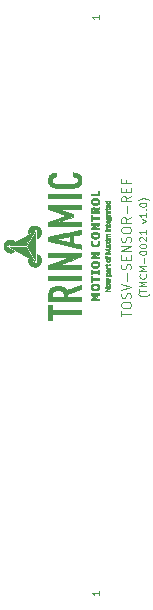
<source format=gbr>
G04 #@! TF.GenerationSoftware,KiCad,Pcbnew,(5.1.6)-1*
G04 #@! TF.CreationDate,2020-06-19T09:14:20+03:00*
G04 #@! TF.ProjectId,TMCM-0021 v1.0,544d434d-2d30-4303-9231-2076312e302e,rev?*
G04 #@! TF.SameCoordinates,Original*
G04 #@! TF.FileFunction,Legend,Top*
G04 #@! TF.FilePolarity,Positive*
%FSLAX46Y46*%
G04 Gerber Fmt 4.6, Leading zero omitted, Abs format (unit mm)*
G04 Created by KiCad (PCBNEW (5.1.6)-1) date 2020-06-19 09:14:20*
%MOMM*%
%LPD*%
G01*
G04 APERTURE LIST*
%ADD10C,0.100000*%
%ADD11C,0.010000*%
G04 APERTURE END LIST*
D10*
X12850000Y28894285D02*
X12821428Y28865714D01*
X12735714Y28808571D01*
X12678571Y28780000D01*
X12592857Y28751428D01*
X12450000Y28722857D01*
X12335714Y28722857D01*
X12192857Y28751428D01*
X12107142Y28780000D01*
X12050000Y28808571D01*
X11964285Y28865714D01*
X11935714Y28894285D01*
X12021428Y29037142D02*
X12021428Y29380000D01*
X12621428Y29208571D02*
X12021428Y29208571D01*
X12621428Y29580000D02*
X12021428Y29580000D01*
X12450000Y29780000D01*
X12021428Y29980000D01*
X12621428Y29980000D01*
X12564285Y30608571D02*
X12592857Y30580000D01*
X12621428Y30494285D01*
X12621428Y30437142D01*
X12592857Y30351428D01*
X12535714Y30294285D01*
X12478571Y30265714D01*
X12364285Y30237142D01*
X12278571Y30237142D01*
X12164285Y30265714D01*
X12107142Y30294285D01*
X12050000Y30351428D01*
X12021428Y30437142D01*
X12021428Y30494285D01*
X12050000Y30580000D01*
X12078571Y30608571D01*
X12621428Y30865714D02*
X12021428Y30865714D01*
X12450000Y31065714D01*
X12021428Y31265714D01*
X12621428Y31265714D01*
X12392857Y31551428D02*
X12392857Y32008571D01*
X12021428Y32408571D02*
X12021428Y32465714D01*
X12050000Y32522857D01*
X12078571Y32551428D01*
X12135714Y32580000D01*
X12250000Y32608571D01*
X12392857Y32608571D01*
X12507142Y32580000D01*
X12564285Y32551428D01*
X12592857Y32522857D01*
X12621428Y32465714D01*
X12621428Y32408571D01*
X12592857Y32351428D01*
X12564285Y32322857D01*
X12507142Y32294285D01*
X12392857Y32265714D01*
X12250000Y32265714D01*
X12135714Y32294285D01*
X12078571Y32322857D01*
X12050000Y32351428D01*
X12021428Y32408571D01*
X12021428Y32980000D02*
X12021428Y33037142D01*
X12050000Y33094285D01*
X12078571Y33122857D01*
X12135714Y33151428D01*
X12250000Y33180000D01*
X12392857Y33180000D01*
X12507142Y33151428D01*
X12564285Y33122857D01*
X12592857Y33094285D01*
X12621428Y33037142D01*
X12621428Y32980000D01*
X12592857Y32922857D01*
X12564285Y32894285D01*
X12507142Y32865714D01*
X12392857Y32837142D01*
X12250000Y32837142D01*
X12135714Y32865714D01*
X12078571Y32894285D01*
X12050000Y32922857D01*
X12021428Y32980000D01*
X12078571Y33408571D02*
X12050000Y33437142D01*
X12021428Y33494285D01*
X12021428Y33637142D01*
X12050000Y33694285D01*
X12078571Y33722857D01*
X12135714Y33751428D01*
X12192857Y33751428D01*
X12278571Y33722857D01*
X12621428Y33380000D01*
X12621428Y33751428D01*
X12621428Y34322857D02*
X12621428Y33980000D01*
X12621428Y34151428D02*
X12021428Y34151428D01*
X12107142Y34094285D01*
X12164285Y34037142D01*
X12192857Y33980000D01*
X12221428Y34980000D02*
X12621428Y35122857D01*
X12221428Y35265714D01*
X12621428Y35808571D02*
X12621428Y35465714D01*
X12621428Y35637142D02*
X12021428Y35637142D01*
X12107142Y35580000D01*
X12164285Y35522857D01*
X12192857Y35465714D01*
X12564285Y36065714D02*
X12592857Y36094285D01*
X12621428Y36065714D01*
X12592857Y36037142D01*
X12564285Y36065714D01*
X12621428Y36065714D01*
X12021428Y36465714D02*
X12021428Y36522857D01*
X12050000Y36580000D01*
X12078571Y36608571D01*
X12135714Y36637142D01*
X12250000Y36665714D01*
X12392857Y36665714D01*
X12507142Y36637142D01*
X12564285Y36608571D01*
X12592857Y36580000D01*
X12621428Y36522857D01*
X12621428Y36465714D01*
X12592857Y36408571D01*
X12564285Y36380000D01*
X12507142Y36351428D01*
X12392857Y36322857D01*
X12250000Y36322857D01*
X12135714Y36351428D01*
X12078571Y36380000D01*
X12050000Y36408571D01*
X12021428Y36465714D01*
X12850000Y36865714D02*
X12821428Y36894285D01*
X12735714Y36951428D01*
X12678571Y36980000D01*
X12592857Y37008571D01*
X12450000Y37037142D01*
X12335714Y37037142D01*
X12192857Y37008571D01*
X12107142Y36980000D01*
X12050000Y36951428D01*
X11964285Y36894285D01*
X11935714Y36865714D01*
X8641428Y52540714D02*
X8641428Y52197857D01*
X8641428Y52369285D02*
X8041428Y52369285D01*
X8127142Y52312142D01*
X8184285Y52255000D01*
X8212857Y52197857D01*
X8641428Y3802142D02*
X8641428Y3459285D01*
X8641428Y3630714D02*
X8041428Y3630714D01*
X8127142Y3573571D01*
X8184285Y3516428D01*
X8212857Y3459285D01*
X10501904Y27051428D02*
X10501904Y27508571D01*
X11301904Y27280000D02*
X10501904Y27280000D01*
X10501904Y27927619D02*
X10501904Y28080000D01*
X10540000Y28156190D01*
X10616190Y28232380D01*
X10768571Y28270476D01*
X11035238Y28270476D01*
X11187619Y28232380D01*
X11263809Y28156190D01*
X11301904Y28080000D01*
X11301904Y27927619D01*
X11263809Y27851428D01*
X11187619Y27775238D01*
X11035238Y27737142D01*
X10768571Y27737142D01*
X10616190Y27775238D01*
X10540000Y27851428D01*
X10501904Y27927619D01*
X11263809Y28575238D02*
X11301904Y28689523D01*
X11301904Y28880000D01*
X11263809Y28956190D01*
X11225714Y28994285D01*
X11149523Y29032380D01*
X11073333Y29032380D01*
X10997142Y28994285D01*
X10959047Y28956190D01*
X10920952Y28880000D01*
X10882857Y28727619D01*
X10844761Y28651428D01*
X10806666Y28613333D01*
X10730476Y28575238D01*
X10654285Y28575238D01*
X10578095Y28613333D01*
X10540000Y28651428D01*
X10501904Y28727619D01*
X10501904Y28918095D01*
X10540000Y29032380D01*
X10501904Y29260952D02*
X11301904Y29527619D01*
X10501904Y29794285D01*
X10997142Y30060952D02*
X10997142Y30670476D01*
X11263809Y31013333D02*
X11301904Y31127619D01*
X11301904Y31318095D01*
X11263809Y31394285D01*
X11225714Y31432380D01*
X11149523Y31470476D01*
X11073333Y31470476D01*
X10997142Y31432380D01*
X10959047Y31394285D01*
X10920952Y31318095D01*
X10882857Y31165714D01*
X10844761Y31089523D01*
X10806666Y31051428D01*
X10730476Y31013333D01*
X10654285Y31013333D01*
X10578095Y31051428D01*
X10540000Y31089523D01*
X10501904Y31165714D01*
X10501904Y31356190D01*
X10540000Y31470476D01*
X10882857Y31813333D02*
X10882857Y32080000D01*
X11301904Y32194285D02*
X11301904Y31813333D01*
X10501904Y31813333D01*
X10501904Y32194285D01*
X11301904Y32537142D02*
X10501904Y32537142D01*
X11301904Y32994285D01*
X10501904Y32994285D01*
X11263809Y33337142D02*
X11301904Y33451428D01*
X11301904Y33641904D01*
X11263809Y33718095D01*
X11225714Y33756190D01*
X11149523Y33794285D01*
X11073333Y33794285D01*
X10997142Y33756190D01*
X10959047Y33718095D01*
X10920952Y33641904D01*
X10882857Y33489523D01*
X10844761Y33413333D01*
X10806666Y33375238D01*
X10730476Y33337142D01*
X10654285Y33337142D01*
X10578095Y33375238D01*
X10540000Y33413333D01*
X10501904Y33489523D01*
X10501904Y33680000D01*
X10540000Y33794285D01*
X10501904Y34289523D02*
X10501904Y34441904D01*
X10540000Y34518095D01*
X10616190Y34594285D01*
X10768571Y34632380D01*
X11035238Y34632380D01*
X11187619Y34594285D01*
X11263809Y34518095D01*
X11301904Y34441904D01*
X11301904Y34289523D01*
X11263809Y34213333D01*
X11187619Y34137142D01*
X11035238Y34099047D01*
X10768571Y34099047D01*
X10616190Y34137142D01*
X10540000Y34213333D01*
X10501904Y34289523D01*
X11301904Y35432380D02*
X10920952Y35165714D01*
X11301904Y34975238D02*
X10501904Y34975238D01*
X10501904Y35280000D01*
X10540000Y35356190D01*
X10578095Y35394285D01*
X10654285Y35432380D01*
X10768571Y35432380D01*
X10844761Y35394285D01*
X10882857Y35356190D01*
X10920952Y35280000D01*
X10920952Y34975238D01*
X10997142Y35775238D02*
X10997142Y36384761D01*
X11301904Y37222857D02*
X10920952Y36956190D01*
X11301904Y36765714D02*
X10501904Y36765714D01*
X10501904Y37070476D01*
X10540000Y37146666D01*
X10578095Y37184761D01*
X10654285Y37222857D01*
X10768571Y37222857D01*
X10844761Y37184761D01*
X10882857Y37146666D01*
X10920952Y37070476D01*
X10920952Y36765714D01*
X10882857Y37565714D02*
X10882857Y37832380D01*
X11301904Y37946666D02*
X11301904Y37565714D01*
X10501904Y37565714D01*
X10501904Y37946666D01*
X10882857Y38556190D02*
X10882857Y38289523D01*
X11301904Y38289523D02*
X10501904Y38289523D01*
X10501904Y38670476D01*
D11*
G36*
X9219800Y35501785D02*
G01*
X9223628Y35503187D01*
X9231318Y35504716D01*
X9239549Y35505841D01*
X9257054Y35507799D01*
X9259046Y35482332D01*
X9260146Y35470623D01*
X9261395Y35460959D01*
X9262586Y35454826D01*
X9263033Y35453637D01*
X9266212Y35452308D01*
X9272858Y35453975D01*
X9277591Y35455908D01*
X9299388Y35462492D01*
X9321628Y35463738D01*
X9343469Y35459835D01*
X9364068Y35450973D01*
X9382582Y35437342D01*
X9388991Y35430845D01*
X9401101Y35413572D01*
X9409908Y35392880D01*
X9414969Y35370255D01*
X9415838Y35347181D01*
X9415447Y35342420D01*
X9414664Y35332589D01*
X9415168Y35326424D01*
X9417375Y35321984D01*
X9420602Y35318414D01*
X9429122Y35312551D01*
X9437170Y35311874D01*
X9443891Y35316338D01*
X9446159Y35319822D01*
X9449264Y35327753D01*
X9452887Y35340125D01*
X9456744Y35355760D01*
X9460549Y35373481D01*
X9464016Y35392111D01*
X9464771Y35396614D01*
X9470702Y35424749D01*
X9478494Y35448467D01*
X9488009Y35467489D01*
X9499108Y35481535D01*
X9510939Y35489987D01*
X9528308Y35495569D01*
X9545573Y35495814D01*
X9562276Y35491051D01*
X9577960Y35481608D01*
X9592166Y35467814D01*
X9604437Y35449996D01*
X9614315Y35428483D01*
X9619352Y35412223D01*
X9621543Y35400639D01*
X9623351Y35385427D01*
X9624656Y35368511D01*
X9625336Y35351813D01*
X9625271Y35337258D01*
X9624609Y35328503D01*
X9619198Y35299933D01*
X9611263Y35275778D01*
X9600935Y35256216D01*
X9588343Y35241425D01*
X9573618Y35231583D01*
X9556893Y35226870D01*
X9549832Y35226460D01*
X9542372Y35227692D01*
X9542372Y35266741D01*
X9555786Y35268093D01*
X9567597Y35274171D01*
X9569809Y35276106D01*
X9579557Y35288965D01*
X9587001Y35306133D01*
X9591969Y35326656D01*
X9594287Y35349581D01*
X9593782Y35373957D01*
X9591213Y35393954D01*
X9585741Y35415229D01*
X9577752Y35432799D01*
X9567596Y35446181D01*
X9555624Y35454889D01*
X9544793Y35458189D01*
X9532318Y35457741D01*
X9521814Y35452620D01*
X9513087Y35442605D01*
X9505941Y35427476D01*
X9500369Y35407849D01*
X9495006Y35384026D01*
X9490768Y35365116D01*
X9487556Y35350491D01*
X9485270Y35339523D01*
X9483811Y35331584D01*
X9483080Y35326044D01*
X9482979Y35322276D01*
X9483407Y35319651D01*
X9484266Y35317539D01*
X9485456Y35315314D01*
X9485700Y35314848D01*
X9491613Y35305804D01*
X9500258Y35295385D01*
X9510199Y35285072D01*
X9519996Y35276347D01*
X9528210Y35270692D01*
X9528923Y35270336D01*
X9542372Y35266741D01*
X9542372Y35227692D01*
X9533252Y35229200D01*
X9517051Y35237051D01*
X9501972Y35249460D01*
X9488760Y35265875D01*
X9482546Y35276436D01*
X9478044Y35284461D01*
X9474369Y35289959D01*
X9472597Y35291602D01*
X9469845Y35289409D01*
X9467402Y35285693D01*
X9462718Y35280665D01*
X9455401Y35276113D01*
X9454288Y35275620D01*
X9442342Y35273259D01*
X9430694Y35276393D01*
X9419134Y35285097D01*
X9414886Y35289685D01*
X9408995Y35296299D01*
X9405515Y35299053D01*
X9403289Y35298499D01*
X9401620Y35296025D01*
X9393583Y35285070D01*
X9382200Y35273746D01*
X9369394Y35263795D01*
X9360088Y35258321D01*
X9351314Y35254384D01*
X9343412Y35252028D01*
X9334363Y35250876D01*
X9322150Y35250550D01*
X9318536Y35250553D01*
X9313509Y35250667D01*
X9313509Y35286709D01*
X9332481Y35288593D01*
X9349650Y35295173D01*
X9364271Y35306045D01*
X9375597Y35320803D01*
X9382729Y35338436D01*
X9384076Y35350364D01*
X9383182Y35364637D01*
X9380368Y35378534D01*
X9376925Y35387601D01*
X9366230Y35403019D01*
X9352216Y35413979D01*
X9334702Y35420580D01*
X9313510Y35422922D01*
X9312872Y35422927D01*
X9292563Y35420638D01*
X9275410Y35413775D01*
X9261781Y35402706D01*
X9252044Y35387803D01*
X9246569Y35369435D01*
X9245467Y35355256D01*
X9247907Y35335163D01*
X9255074Y35318013D01*
X9266701Y35304170D01*
X9282523Y35293995D01*
X9293481Y35289926D01*
X9313509Y35286709D01*
X9313509Y35250667D01*
X9305073Y35250859D01*
X9295227Y35251916D01*
X9286951Y35254112D01*
X9278198Y35257834D01*
X9276980Y35258420D01*
X9258233Y35270522D01*
X9242940Y35286511D01*
X9231322Y35305607D01*
X9223599Y35327032D01*
X9219992Y35350006D01*
X9220722Y35373750D01*
X9226008Y35397487D01*
X9232830Y35414277D01*
X9242218Y35433359D01*
X9229887Y35466522D01*
X9225364Y35479303D01*
X9221957Y35490147D01*
X9219975Y35497971D01*
X9219729Y35501691D01*
X9219800Y35501785D01*
G37*
X9219800Y35501785D02*
X9223628Y35503187D01*
X9231318Y35504716D01*
X9239549Y35505841D01*
X9257054Y35507799D01*
X9259046Y35482332D01*
X9260146Y35470623D01*
X9261395Y35460959D01*
X9262586Y35454826D01*
X9263033Y35453637D01*
X9266212Y35452308D01*
X9272858Y35453975D01*
X9277591Y35455908D01*
X9299388Y35462492D01*
X9321628Y35463738D01*
X9343469Y35459835D01*
X9364068Y35450973D01*
X9382582Y35437342D01*
X9388991Y35430845D01*
X9401101Y35413572D01*
X9409908Y35392880D01*
X9414969Y35370255D01*
X9415838Y35347181D01*
X9415447Y35342420D01*
X9414664Y35332589D01*
X9415168Y35326424D01*
X9417375Y35321984D01*
X9420602Y35318414D01*
X9429122Y35312551D01*
X9437170Y35311874D01*
X9443891Y35316338D01*
X9446159Y35319822D01*
X9449264Y35327753D01*
X9452887Y35340125D01*
X9456744Y35355760D01*
X9460549Y35373481D01*
X9464016Y35392111D01*
X9464771Y35396614D01*
X9470702Y35424749D01*
X9478494Y35448467D01*
X9488009Y35467489D01*
X9499108Y35481535D01*
X9510939Y35489987D01*
X9528308Y35495569D01*
X9545573Y35495814D01*
X9562276Y35491051D01*
X9577960Y35481608D01*
X9592166Y35467814D01*
X9604437Y35449996D01*
X9614315Y35428483D01*
X9619352Y35412223D01*
X9621543Y35400639D01*
X9623351Y35385427D01*
X9624656Y35368511D01*
X9625336Y35351813D01*
X9625271Y35337258D01*
X9624609Y35328503D01*
X9619198Y35299933D01*
X9611263Y35275778D01*
X9600935Y35256216D01*
X9588343Y35241425D01*
X9573618Y35231583D01*
X9556893Y35226870D01*
X9549832Y35226460D01*
X9542372Y35227692D01*
X9542372Y35266741D01*
X9555786Y35268093D01*
X9567597Y35274171D01*
X9569809Y35276106D01*
X9579557Y35288965D01*
X9587001Y35306133D01*
X9591969Y35326656D01*
X9594287Y35349581D01*
X9593782Y35373957D01*
X9591213Y35393954D01*
X9585741Y35415229D01*
X9577752Y35432799D01*
X9567596Y35446181D01*
X9555624Y35454889D01*
X9544793Y35458189D01*
X9532318Y35457741D01*
X9521814Y35452620D01*
X9513087Y35442605D01*
X9505941Y35427476D01*
X9500369Y35407849D01*
X9495006Y35384026D01*
X9490768Y35365116D01*
X9487556Y35350491D01*
X9485270Y35339523D01*
X9483811Y35331584D01*
X9483080Y35326044D01*
X9482979Y35322276D01*
X9483407Y35319651D01*
X9484266Y35317539D01*
X9485456Y35315314D01*
X9485700Y35314848D01*
X9491613Y35305804D01*
X9500258Y35295385D01*
X9510199Y35285072D01*
X9519996Y35276347D01*
X9528210Y35270692D01*
X9528923Y35270336D01*
X9542372Y35266741D01*
X9542372Y35227692D01*
X9533252Y35229200D01*
X9517051Y35237051D01*
X9501972Y35249460D01*
X9488760Y35265875D01*
X9482546Y35276436D01*
X9478044Y35284461D01*
X9474369Y35289959D01*
X9472597Y35291602D01*
X9469845Y35289409D01*
X9467402Y35285693D01*
X9462718Y35280665D01*
X9455401Y35276113D01*
X9454288Y35275620D01*
X9442342Y35273259D01*
X9430694Y35276393D01*
X9419134Y35285097D01*
X9414886Y35289685D01*
X9408995Y35296299D01*
X9405515Y35299053D01*
X9403289Y35298499D01*
X9401620Y35296025D01*
X9393583Y35285070D01*
X9382200Y35273746D01*
X9369394Y35263795D01*
X9360088Y35258321D01*
X9351314Y35254384D01*
X9343412Y35252028D01*
X9334363Y35250876D01*
X9322150Y35250550D01*
X9318536Y35250553D01*
X9313509Y35250667D01*
X9313509Y35286709D01*
X9332481Y35288593D01*
X9349650Y35295173D01*
X9364271Y35306045D01*
X9375597Y35320803D01*
X9382729Y35338436D01*
X9384076Y35350364D01*
X9383182Y35364637D01*
X9380368Y35378534D01*
X9376925Y35387601D01*
X9366230Y35403019D01*
X9352216Y35413979D01*
X9334702Y35420580D01*
X9313510Y35422922D01*
X9312872Y35422927D01*
X9292563Y35420638D01*
X9275410Y35413775D01*
X9261781Y35402706D01*
X9252044Y35387803D01*
X9246569Y35369435D01*
X9245467Y35355256D01*
X9247907Y35335163D01*
X9255074Y35318013D01*
X9266701Y35304170D01*
X9282523Y35293995D01*
X9293481Y35289926D01*
X9313509Y35286709D01*
X9313509Y35250667D01*
X9305073Y35250859D01*
X9295227Y35251916D01*
X9286951Y35254112D01*
X9278198Y35257834D01*
X9276980Y35258420D01*
X9258233Y35270522D01*
X9242940Y35286511D01*
X9231322Y35305607D01*
X9223599Y35327032D01*
X9219992Y35350006D01*
X9220722Y35373750D01*
X9226008Y35397487D01*
X9232830Y35414277D01*
X9242218Y35433359D01*
X9229887Y35466522D01*
X9225364Y35479303D01*
X9221957Y35490147D01*
X9219975Y35497971D01*
X9219729Y35501691D01*
X9219800Y35501785D01*
G36*
X9216943Y30651016D02*
G01*
X9224638Y30672710D01*
X9236108Y30692190D01*
X9247747Y30705264D01*
X9267413Y30719713D01*
X9290559Y30730578D01*
X9316263Y30737861D01*
X9343605Y30741564D01*
X9371662Y30741686D01*
X9399515Y30738229D01*
X9426241Y30731195D01*
X9450919Y30720583D01*
X9472628Y30706396D01*
X9474334Y30705002D01*
X9486769Y30692063D01*
X9498154Y30675455D01*
X9507255Y30657183D01*
X9511592Y30644527D01*
X9514461Y30627935D01*
X9515396Y30608051D01*
X9514476Y30586888D01*
X9511783Y30566459D01*
X9507806Y30550039D01*
X9502181Y30532302D01*
X9617411Y30532302D01*
X9619302Y30517402D01*
X9620649Y30507908D01*
X9621991Y30500194D01*
X9622597Y30497536D01*
X9622629Y30496586D01*
X9621894Y30495765D01*
X9620009Y30495063D01*
X9616592Y30494472D01*
X9611261Y30493983D01*
X9603633Y30493585D01*
X9593325Y30493269D01*
X9579956Y30493026D01*
X9563144Y30492846D01*
X9542505Y30492721D01*
X9517657Y30492640D01*
X9488218Y30492594D01*
X9453806Y30492574D01*
X9420895Y30492570D01*
X9302927Y30492570D01*
X9302927Y30532302D01*
X9463993Y30532302D01*
X9470031Y30546336D01*
X9474125Y30556820D01*
X9477558Y30567246D01*
X9478609Y30571169D01*
X9480362Y30582556D01*
X9481233Y30596640D01*
X9481210Y30611231D01*
X9480284Y30624141D01*
X9478902Y30631729D01*
X9472409Y30647061D01*
X9462106Y30662251D01*
X9449505Y30675183D01*
X9445684Y30678174D01*
X9427052Y30689107D01*
X9405856Y30696399D01*
X9381274Y30700273D01*
X9361106Y30701071D01*
X9338143Y30700211D01*
X9319236Y30697393D01*
X9302998Y30692275D01*
X9288043Y30684512D01*
X9284211Y30682030D01*
X9269110Y30669030D01*
X9258918Y30653443D01*
X9253382Y30634811D01*
X9252280Y30624186D01*
X9252004Y30612230D01*
X9252966Y30603216D01*
X9255682Y30594454D01*
X9259771Y30585167D01*
X9270379Y30567444D01*
X9285101Y30550131D01*
X9285619Y30549610D01*
X9302927Y30532302D01*
X9302927Y30492570D01*
X9217787Y30492570D01*
X9217787Y30523289D01*
X9229849Y30525145D01*
X9240045Y30526745D01*
X9249679Y30528306D01*
X9251130Y30528547D01*
X9260350Y30530094D01*
X9245699Y30546097D01*
X9229828Y30567109D01*
X9219217Y30589896D01*
X9214833Y30606840D01*
X9213511Y30628572D01*
X9216943Y30651016D01*
G37*
X9216943Y30651016D02*
X9224638Y30672710D01*
X9236108Y30692190D01*
X9247747Y30705264D01*
X9267413Y30719713D01*
X9290559Y30730578D01*
X9316263Y30737861D01*
X9343605Y30741564D01*
X9371662Y30741686D01*
X9399515Y30738229D01*
X9426241Y30731195D01*
X9450919Y30720583D01*
X9472628Y30706396D01*
X9474334Y30705002D01*
X9486769Y30692063D01*
X9498154Y30675455D01*
X9507255Y30657183D01*
X9511592Y30644527D01*
X9514461Y30627935D01*
X9515396Y30608051D01*
X9514476Y30586888D01*
X9511783Y30566459D01*
X9507806Y30550039D01*
X9502181Y30532302D01*
X9617411Y30532302D01*
X9619302Y30517402D01*
X9620649Y30507908D01*
X9621991Y30500194D01*
X9622597Y30497536D01*
X9622629Y30496586D01*
X9621894Y30495765D01*
X9620009Y30495063D01*
X9616592Y30494472D01*
X9611261Y30493983D01*
X9603633Y30493585D01*
X9593325Y30493269D01*
X9579956Y30493026D01*
X9563144Y30492846D01*
X9542505Y30492721D01*
X9517657Y30492640D01*
X9488218Y30492594D01*
X9453806Y30492574D01*
X9420895Y30492570D01*
X9302927Y30492570D01*
X9302927Y30532302D01*
X9463993Y30532302D01*
X9470031Y30546336D01*
X9474125Y30556820D01*
X9477558Y30567246D01*
X9478609Y30571169D01*
X9480362Y30582556D01*
X9481233Y30596640D01*
X9481210Y30611231D01*
X9480284Y30624141D01*
X9478902Y30631729D01*
X9472409Y30647061D01*
X9462106Y30662251D01*
X9449505Y30675183D01*
X9445684Y30678174D01*
X9427052Y30689107D01*
X9405856Y30696399D01*
X9381274Y30700273D01*
X9361106Y30701071D01*
X9338143Y30700211D01*
X9319236Y30697393D01*
X9302998Y30692275D01*
X9288043Y30684512D01*
X9284211Y30682030D01*
X9269110Y30669030D01*
X9258918Y30653443D01*
X9253382Y30634811D01*
X9252280Y30624186D01*
X9252004Y30612230D01*
X9252966Y30603216D01*
X9255682Y30594454D01*
X9259771Y30585167D01*
X9270379Y30567444D01*
X9285101Y30550131D01*
X9285619Y30549610D01*
X9302927Y30532302D01*
X9302927Y30492570D01*
X9217787Y30492570D01*
X9217787Y30523289D01*
X9229849Y30525145D01*
X9240045Y30526745D01*
X9249679Y30528306D01*
X9251130Y30528547D01*
X9260350Y30530094D01*
X9245699Y30546097D01*
X9229828Y30567109D01*
X9219217Y30589896D01*
X9214833Y30606840D01*
X9213511Y30628572D01*
X9216943Y30651016D01*
G36*
X9218153Y29722056D02*
G01*
X9223881Y29747262D01*
X9234396Y29769824D01*
X9249328Y29789458D01*
X9268304Y29805884D01*
X9290951Y29818819D01*
X9316898Y29827982D01*
X9345772Y29833092D01*
X9366221Y29834107D01*
X9396616Y29831925D01*
X9424676Y29825436D01*
X9449947Y29814939D01*
X9471975Y29800733D01*
X9490306Y29783116D01*
X9504484Y29762386D01*
X9514056Y29738841D01*
X9514655Y29736671D01*
X9517643Y29718851D01*
X9518251Y29698650D01*
X9516540Y29678682D01*
X9513010Y29662901D01*
X9502773Y29639751D01*
X9488110Y29619663D01*
X9469512Y29602861D01*
X9447470Y29589568D01*
X9422475Y29580009D01*
X9395016Y29574407D01*
X9365585Y29572988D01*
X9352132Y29574287D01*
X9352132Y29613536D01*
X9376959Y29613629D01*
X9400864Y29616979D01*
X9423106Y29623376D01*
X9442941Y29632616D01*
X9459627Y29644488D01*
X9472421Y29658787D01*
X9479969Y29673485D01*
X9483255Y29688240D01*
X9484148Y29705426D01*
X9482644Y29722325D01*
X9480088Y29732745D01*
X9471269Y29750139D01*
X9457908Y29765022D01*
X9440675Y29777129D01*
X9420241Y29786198D01*
X9397273Y29791965D01*
X9372444Y29794167D01*
X9346422Y29792541D01*
X9333652Y29790312D01*
X9311812Y29783749D01*
X9292006Y29774056D01*
X9275092Y29761879D01*
X9261928Y29747863D01*
X9253374Y29732651D01*
X9252166Y29729109D01*
X9248240Y29707148D01*
X9249534Y29686102D01*
X9255716Y29666661D01*
X9266455Y29649518D01*
X9281418Y29635363D01*
X9300273Y29624889D01*
X9302686Y29623948D01*
X9327127Y29616906D01*
X9352132Y29613536D01*
X9352132Y29574287D01*
X9334671Y29575975D01*
X9326221Y29577549D01*
X9297788Y29585800D01*
X9273281Y29597924D01*
X9252912Y29613641D01*
X9236889Y29632670D01*
X9225422Y29654730D01*
X9218720Y29679542D01*
X9216995Y29706825D01*
X9218153Y29722056D01*
G37*
X9218153Y29722056D02*
X9223881Y29747262D01*
X9234396Y29769824D01*
X9249328Y29789458D01*
X9268304Y29805884D01*
X9290951Y29818819D01*
X9316898Y29827982D01*
X9345772Y29833092D01*
X9366221Y29834107D01*
X9396616Y29831925D01*
X9424676Y29825436D01*
X9449947Y29814939D01*
X9471975Y29800733D01*
X9490306Y29783116D01*
X9504484Y29762386D01*
X9514056Y29738841D01*
X9514655Y29736671D01*
X9517643Y29718851D01*
X9518251Y29698650D01*
X9516540Y29678682D01*
X9513010Y29662901D01*
X9502773Y29639751D01*
X9488110Y29619663D01*
X9469512Y29602861D01*
X9447470Y29589568D01*
X9422475Y29580009D01*
X9395016Y29574407D01*
X9365585Y29572988D01*
X9352132Y29574287D01*
X9352132Y29613536D01*
X9376959Y29613629D01*
X9400864Y29616979D01*
X9423106Y29623376D01*
X9442941Y29632616D01*
X9459627Y29644488D01*
X9472421Y29658787D01*
X9479969Y29673485D01*
X9483255Y29688240D01*
X9484148Y29705426D01*
X9482644Y29722325D01*
X9480088Y29732745D01*
X9471269Y29750139D01*
X9457908Y29765022D01*
X9440675Y29777129D01*
X9420241Y29786198D01*
X9397273Y29791965D01*
X9372444Y29794167D01*
X9346422Y29792541D01*
X9333652Y29790312D01*
X9311812Y29783749D01*
X9292006Y29774056D01*
X9275092Y29761879D01*
X9261928Y29747863D01*
X9253374Y29732651D01*
X9252166Y29729109D01*
X9248240Y29707148D01*
X9249534Y29686102D01*
X9255716Y29666661D01*
X9266455Y29649518D01*
X9281418Y29635363D01*
X9300273Y29624889D01*
X9302686Y29623948D01*
X9327127Y29616906D01*
X9352132Y29613536D01*
X9352132Y29574287D01*
X9334671Y29575975D01*
X9326221Y29577549D01*
X9297788Y29585800D01*
X9273281Y29597924D01*
X9252912Y29613641D01*
X9236889Y29632670D01*
X9225422Y29654730D01*
X9218720Y29679542D01*
X9216995Y29706825D01*
X9218153Y29722056D01*
G36*
X9217975Y31815070D02*
G01*
X9223879Y31840554D01*
X9234686Y31863469D01*
X9250075Y31883473D01*
X9269727Y31900221D01*
X9293323Y31913368D01*
X9317117Y31921694D01*
X9331659Y31924452D01*
X9349615Y31926187D01*
X9369065Y31926867D01*
X9388085Y31926459D01*
X9404754Y31924933D01*
X9413609Y31923280D01*
X9441289Y31913915D01*
X9465132Y31900650D01*
X9484891Y31883788D01*
X9500320Y31863631D01*
X9511174Y31840484D01*
X9517207Y31814647D01*
X9518424Y31794198D01*
X9517877Y31781552D01*
X9516610Y31769553D01*
X9514881Y31760560D01*
X9514635Y31759732D01*
X9503954Y31734998D01*
X9488794Y31713605D01*
X9469448Y31695818D01*
X9446210Y31681904D01*
X9419373Y31672129D01*
X9417866Y31671734D01*
X9405329Y31669469D01*
X9389050Y31667947D01*
X9370934Y31667342D01*
X9369620Y31667339D01*
X9366325Y31667517D01*
X9366325Y31707229D01*
X9395895Y31709233D01*
X9421549Y31715271D01*
X9443400Y31725380D01*
X9459960Y31738038D01*
X9471521Y31750842D01*
X9478947Y31763990D01*
X9482807Y31779006D01*
X9483675Y31797416D01*
X9483566Y31800991D01*
X9482541Y31814342D01*
X9480270Y31824633D01*
X9476111Y31834451D01*
X9474479Y31837543D01*
X9462667Y31853490D01*
X9446460Y31866710D01*
X9426578Y31876932D01*
X9403740Y31883884D01*
X9378668Y31887298D01*
X9352082Y31886901D01*
X9345026Y31886142D01*
X9318030Y31880703D01*
X9295228Y31871847D01*
X9276773Y31859719D01*
X9262821Y31844464D01*
X9253525Y31826228D01*
X9249039Y31805156D01*
X9248627Y31795294D01*
X9250158Y31776272D01*
X9254954Y31760567D01*
X9263628Y31746481D01*
X9268123Y31741138D01*
X9283352Y31727572D01*
X9301643Y31717595D01*
X9323492Y31711037D01*
X9349392Y31707728D01*
X9366325Y31707229D01*
X9366325Y31667517D01*
X9338204Y31669044D01*
X9310800Y31674332D01*
X9286865Y31683402D01*
X9265853Y31696453D01*
X9249319Y31711419D01*
X9233558Y31732008D01*
X9222938Y31754975D01*
X9217483Y31780244D01*
X9217214Y31807738D01*
X9217975Y31815070D01*
G37*
X9217975Y31815070D02*
X9223879Y31840554D01*
X9234686Y31863469D01*
X9250075Y31883473D01*
X9269727Y31900221D01*
X9293323Y31913368D01*
X9317117Y31921694D01*
X9331659Y31924452D01*
X9349615Y31926187D01*
X9369065Y31926867D01*
X9388085Y31926459D01*
X9404754Y31924933D01*
X9413609Y31923280D01*
X9441289Y31913915D01*
X9465132Y31900650D01*
X9484891Y31883788D01*
X9500320Y31863631D01*
X9511174Y31840484D01*
X9517207Y31814647D01*
X9518424Y31794198D01*
X9517877Y31781552D01*
X9516610Y31769553D01*
X9514881Y31760560D01*
X9514635Y31759732D01*
X9503954Y31734998D01*
X9488794Y31713605D01*
X9469448Y31695818D01*
X9446210Y31681904D01*
X9419373Y31672129D01*
X9417866Y31671734D01*
X9405329Y31669469D01*
X9389050Y31667947D01*
X9370934Y31667342D01*
X9369620Y31667339D01*
X9366325Y31667517D01*
X9366325Y31707229D01*
X9395895Y31709233D01*
X9421549Y31715271D01*
X9443400Y31725380D01*
X9459960Y31738038D01*
X9471521Y31750842D01*
X9478947Y31763990D01*
X9482807Y31779006D01*
X9483675Y31797416D01*
X9483566Y31800991D01*
X9482541Y31814342D01*
X9480270Y31824633D01*
X9476111Y31834451D01*
X9474479Y31837543D01*
X9462667Y31853490D01*
X9446460Y31866710D01*
X9426578Y31876932D01*
X9403740Y31883884D01*
X9378668Y31887298D01*
X9352082Y31886901D01*
X9345026Y31886142D01*
X9318030Y31880703D01*
X9295228Y31871847D01*
X9276773Y31859719D01*
X9262821Y31844464D01*
X9253525Y31826228D01*
X9249039Y31805156D01*
X9248627Y31795294D01*
X9250158Y31776272D01*
X9254954Y31760567D01*
X9263628Y31746481D01*
X9268123Y31741138D01*
X9283352Y31727572D01*
X9301643Y31717595D01*
X9323492Y31711037D01*
X9349392Y31707728D01*
X9366325Y31707229D01*
X9366325Y31667517D01*
X9338204Y31669044D01*
X9310800Y31674332D01*
X9286865Y31683402D01*
X9265853Y31696453D01*
X9249319Y31711419D01*
X9233558Y31732008D01*
X9222938Y31754975D01*
X9217483Y31780244D01*
X9217214Y31807738D01*
X9217975Y31815070D01*
G36*
X9220993Y35101463D02*
G01*
X9229767Y35123282D01*
X9243227Y35142167D01*
X9261228Y35157958D01*
X9283629Y35170497D01*
X9310285Y35179625D01*
X9340501Y35185120D01*
X9347628Y35186078D01*
X9353423Y35186796D01*
X9358024Y35186760D01*
X9361566Y35185457D01*
X9364187Y35182373D01*
X9366024Y35176995D01*
X9367212Y35168808D01*
X9367889Y35157300D01*
X9368190Y35141957D01*
X9368254Y35122264D01*
X9368216Y35097709D01*
X9368201Y35080995D01*
X9368201Y34978607D01*
X9387361Y34980213D01*
X9411670Y34984427D01*
X9433551Y34992551D01*
X9452201Y35004161D01*
X9466819Y35018833D01*
X9470575Y35024202D01*
X9478475Y35039024D01*
X9482855Y35053880D01*
X9484178Y35070790D01*
X9483778Y35081598D01*
X9480904Y35103656D01*
X9474961Y35123539D01*
X9465252Y35143197D01*
X9457289Y35155753D01*
X9442603Y35177405D01*
X9460033Y35180364D01*
X9469678Y35181859D01*
X9475521Y35181993D01*
X9479345Y35180419D01*
X9482935Y35176791D01*
X9483823Y35175739D01*
X9496918Y35156242D01*
X9507156Y35133106D01*
X9514257Y35107752D01*
X9517939Y35081599D01*
X9517922Y35056067D01*
X9513924Y35032575D01*
X9512861Y35028987D01*
X9502818Y35006480D01*
X9488068Y34986573D01*
X9469198Y34969833D01*
X9446800Y34956823D01*
X9431318Y34950853D01*
X9413488Y34946668D01*
X9392158Y34943967D01*
X9369325Y34942829D01*
X9346989Y34943333D01*
X9334854Y34944691D01*
X9334854Y34982302D01*
X9335404Y34985011D01*
X9335901Y34992681D01*
X9336327Y35004595D01*
X9336661Y35020037D01*
X9336885Y35038292D01*
X9336981Y35058643D01*
X9336983Y35062127D01*
X9336983Y35141986D01*
X9322574Y35140280D01*
X9306080Y35136487D01*
X9288883Y35129507D01*
X9273729Y35120527D01*
X9269802Y35117460D01*
X9259023Y35104831D01*
X9252056Y35089218D01*
X9248875Y35071814D01*
X9249452Y35053817D01*
X9253761Y35036421D01*
X9261776Y35020822D01*
X9272233Y35009224D01*
X9282637Y35001966D01*
X9295816Y34994875D01*
X9309971Y34988724D01*
X9323305Y34984284D01*
X9334018Y34982330D01*
X9334854Y34982302D01*
X9334854Y34944691D01*
X9327147Y34945554D01*
X9321869Y34946592D01*
X9294446Y34955072D01*
X9270672Y34967340D01*
X9250857Y34983086D01*
X9235313Y35002003D01*
X9224350Y35023781D01*
X9218278Y35048112D01*
X9218075Y35049655D01*
X9217048Y35076868D01*
X9220993Y35101463D01*
G37*
X9220993Y35101463D02*
X9229767Y35123282D01*
X9243227Y35142167D01*
X9261228Y35157958D01*
X9283629Y35170497D01*
X9310285Y35179625D01*
X9340501Y35185120D01*
X9347628Y35186078D01*
X9353423Y35186796D01*
X9358024Y35186760D01*
X9361566Y35185457D01*
X9364187Y35182373D01*
X9366024Y35176995D01*
X9367212Y35168808D01*
X9367889Y35157300D01*
X9368190Y35141957D01*
X9368254Y35122264D01*
X9368216Y35097709D01*
X9368201Y35080995D01*
X9368201Y34978607D01*
X9387361Y34980213D01*
X9411670Y34984427D01*
X9433551Y34992551D01*
X9452201Y35004161D01*
X9466819Y35018833D01*
X9470575Y35024202D01*
X9478475Y35039024D01*
X9482855Y35053880D01*
X9484178Y35070790D01*
X9483778Y35081598D01*
X9480904Y35103656D01*
X9474961Y35123539D01*
X9465252Y35143197D01*
X9457289Y35155753D01*
X9442603Y35177405D01*
X9460033Y35180364D01*
X9469678Y35181859D01*
X9475521Y35181993D01*
X9479345Y35180419D01*
X9482935Y35176791D01*
X9483823Y35175739D01*
X9496918Y35156242D01*
X9507156Y35133106D01*
X9514257Y35107752D01*
X9517939Y35081599D01*
X9517922Y35056067D01*
X9513924Y35032575D01*
X9512861Y35028987D01*
X9502818Y35006480D01*
X9488068Y34986573D01*
X9469198Y34969833D01*
X9446800Y34956823D01*
X9431318Y34950853D01*
X9413488Y34946668D01*
X9392158Y34943967D01*
X9369325Y34942829D01*
X9346989Y34943333D01*
X9334854Y34944691D01*
X9334854Y34982302D01*
X9335404Y34985011D01*
X9335901Y34992681D01*
X9336327Y35004595D01*
X9336661Y35020037D01*
X9336885Y35038292D01*
X9336981Y35058643D01*
X9336983Y35062127D01*
X9336983Y35141986D01*
X9322574Y35140280D01*
X9306080Y35136487D01*
X9288883Y35129507D01*
X9273729Y35120527D01*
X9269802Y35117460D01*
X9259023Y35104831D01*
X9252056Y35089218D01*
X9248875Y35071814D01*
X9249452Y35053817D01*
X9253761Y35036421D01*
X9261776Y35020822D01*
X9272233Y35009224D01*
X9282637Y35001966D01*
X9295816Y34994875D01*
X9309971Y34988724D01*
X9323305Y34984284D01*
X9334018Y34982330D01*
X9334854Y34982302D01*
X9334854Y34944691D01*
X9327147Y34945554D01*
X9321869Y34946592D01*
X9294446Y34955072D01*
X9270672Y34967340D01*
X9250857Y34983086D01*
X9235313Y35002003D01*
X9224350Y35023781D01*
X9218278Y35048112D01*
X9218075Y35049655D01*
X9217048Y35076868D01*
X9220993Y35101463D01*
G36*
X9220146Y36414319D02*
G01*
X9227083Y36435769D01*
X9237461Y36454485D01*
X9248949Y36467567D01*
X9266845Y36480587D01*
X9288419Y36491250D01*
X9311937Y36498914D01*
X9335667Y36502937D01*
X9345639Y36503388D01*
X9354994Y36502830D01*
X9362206Y36501352D01*
X9364795Y36500025D01*
X9365774Y36497412D01*
X9366568Y36491466D01*
X9367188Y36481799D01*
X9367649Y36468021D01*
X9367963Y36449743D01*
X9368142Y36426576D01*
X9368201Y36398132D01*
X9368201Y36298349D01*
X9388776Y36299784D01*
X9412270Y36303205D01*
X9432148Y36310212D01*
X9449556Y36321300D01*
X9459523Y36330353D01*
X9469581Y36341553D01*
X9476072Y36351518D01*
X9480098Y36361733D01*
X9484227Y36385360D01*
X9483184Y36410109D01*
X9477151Y36435206D01*
X9466308Y36459879D01*
X9452206Y36481579D01*
X9447190Y36488789D01*
X9444412Y36494081D01*
X9444315Y36496019D01*
X9448090Y36497009D01*
X9455701Y36498232D01*
X9463372Y36499180D01*
X9480301Y36501026D01*
X9488348Y36488067D01*
X9503061Y36461016D01*
X9512673Y36435364D01*
X9514373Y36428828D01*
X9516747Y36414306D01*
X9517987Y36397085D01*
X9518061Y36379400D01*
X9516936Y36363486D01*
X9515457Y36354770D01*
X9507851Y36333915D01*
X9495473Y36314043D01*
X9479224Y36296323D01*
X9460005Y36281923D01*
X9458593Y36281081D01*
X9441333Y36273261D01*
X9420111Y36267239D01*
X9396398Y36263171D01*
X9371667Y36261215D01*
X9347388Y36261525D01*
X9336983Y36262798D01*
X9336983Y36301207D01*
X9336983Y36461586D01*
X9325660Y36459775D01*
X9304114Y36454231D01*
X9284914Y36445168D01*
X9269006Y36433195D01*
X9257334Y36418919D01*
X9254753Y36414182D01*
X9249912Y36398807D01*
X9248481Y36381300D01*
X9250466Y36364020D01*
X9254670Y36351622D01*
X9264605Y36336897D01*
X9278830Y36323660D01*
X9295987Y36312848D01*
X9314716Y36305401D01*
X9324921Y36303122D01*
X9336983Y36301207D01*
X9336983Y36262798D01*
X9325034Y36264260D01*
X9317117Y36266027D01*
X9289852Y36275489D01*
X9266532Y36288657D01*
X9247393Y36305291D01*
X9232669Y36325148D01*
X9222596Y36347984D01*
X9218079Y36367999D01*
X9217021Y36391331D01*
X9220146Y36414319D01*
G37*
X9220146Y36414319D02*
X9227083Y36435769D01*
X9237461Y36454485D01*
X9248949Y36467567D01*
X9266845Y36480587D01*
X9288419Y36491250D01*
X9311937Y36498914D01*
X9335667Y36502937D01*
X9345639Y36503388D01*
X9354994Y36502830D01*
X9362206Y36501352D01*
X9364795Y36500025D01*
X9365774Y36497412D01*
X9366568Y36491466D01*
X9367188Y36481799D01*
X9367649Y36468021D01*
X9367963Y36449743D01*
X9368142Y36426576D01*
X9368201Y36398132D01*
X9368201Y36298349D01*
X9388776Y36299784D01*
X9412270Y36303205D01*
X9432148Y36310212D01*
X9449556Y36321300D01*
X9459523Y36330353D01*
X9469581Y36341553D01*
X9476072Y36351518D01*
X9480098Y36361733D01*
X9484227Y36385360D01*
X9483184Y36410109D01*
X9477151Y36435206D01*
X9466308Y36459879D01*
X9452206Y36481579D01*
X9447190Y36488789D01*
X9444412Y36494081D01*
X9444315Y36496019D01*
X9448090Y36497009D01*
X9455701Y36498232D01*
X9463372Y36499180D01*
X9480301Y36501026D01*
X9488348Y36488067D01*
X9503061Y36461016D01*
X9512673Y36435364D01*
X9514373Y36428828D01*
X9516747Y36414306D01*
X9517987Y36397085D01*
X9518061Y36379400D01*
X9516936Y36363486D01*
X9515457Y36354770D01*
X9507851Y36333915D01*
X9495473Y36314043D01*
X9479224Y36296323D01*
X9460005Y36281923D01*
X9458593Y36281081D01*
X9441333Y36273261D01*
X9420111Y36267239D01*
X9396398Y36263171D01*
X9371667Y36261215D01*
X9347388Y36261525D01*
X9336983Y36262798D01*
X9336983Y36301207D01*
X9336983Y36461586D01*
X9325660Y36459775D01*
X9304114Y36454231D01*
X9284914Y36445168D01*
X9269006Y36433195D01*
X9257334Y36418919D01*
X9254753Y36414182D01*
X9249912Y36398807D01*
X9248481Y36381300D01*
X9250466Y36364020D01*
X9254670Y36351622D01*
X9264605Y36336897D01*
X9278830Y36323660D01*
X9295987Y36312848D01*
X9314716Y36305401D01*
X9324921Y36303122D01*
X9336983Y36301207D01*
X9336983Y36262798D01*
X9325034Y36264260D01*
X9317117Y36266027D01*
X9289852Y36275489D01*
X9266532Y36288657D01*
X9247393Y36305291D01*
X9232669Y36325148D01*
X9222596Y36347984D01*
X9218079Y36367999D01*
X9217021Y36391331D01*
X9220146Y36414319D01*
G36*
X9220091Y30966103D02*
G01*
X9226153Y30985405D01*
X9234166Y30999953D01*
X9244708Y31010929D01*
X9259237Y31019790D01*
X9261776Y31020993D01*
X9265401Y31022605D01*
X9268996Y31023932D01*
X9273134Y31025006D01*
X9278390Y31025860D01*
X9285337Y31026526D01*
X9294547Y31027036D01*
X9306595Y31027422D01*
X9322055Y31027716D01*
X9341498Y31027950D01*
X9365499Y31028158D01*
X9393033Y31028359D01*
X9510100Y31029187D01*
X9510100Y30997989D01*
X9499458Y30996250D01*
X9490022Y30994661D01*
X9481543Y30993159D01*
X9481078Y30993073D01*
X9473341Y30991634D01*
X9484306Y30976946D01*
X9499082Y30954304D01*
X9508908Y30932136D01*
X9514231Y30909157D01*
X9515545Y30887050D01*
X9514905Y30874402D01*
X9513389Y30862011D01*
X9511417Y30852907D01*
X9504131Y30837657D01*
X9492729Y30823668D01*
X9478747Y30812697D01*
X9474010Y30810127D01*
X9457307Y30804747D01*
X9438269Y30802977D01*
X9436423Y30803149D01*
X9436423Y30840886D01*
X9452611Y30842575D01*
X9465155Y30848269D01*
X9474818Y30858397D01*
X9478376Y30864411D01*
X9483296Y30879471D01*
X9484385Y30897259D01*
X9481724Y30916392D01*
X9475394Y30935483D01*
X9474088Y30938351D01*
X9467453Y30950848D01*
X9459251Y30964242D01*
X9453248Y30972899D01*
X9441035Y30989218D01*
X9356653Y30989218D01*
X9358447Y30974318D01*
X9361581Y30953122D01*
X9365779Y30931738D01*
X9370668Y30911725D01*
X9375879Y30894641D01*
X9379813Y30884603D01*
X9389386Y30866689D01*
X9399832Y30853912D01*
X9411844Y30845737D01*
X9426116Y30841628D01*
X9436423Y30840886D01*
X9436423Y30803149D01*
X9418915Y30804787D01*
X9401267Y30810148D01*
X9398963Y30811222D01*
X9383467Y30820934D01*
X9370077Y30834016D01*
X9358610Y30850848D01*
X9348884Y30871811D01*
X9340717Y30897283D01*
X9333926Y30927646D01*
X9329289Y30956214D01*
X9324550Y30989903D01*
X9305911Y30988570D01*
X9288980Y30986087D01*
X9275982Y30980971D01*
X9265530Y30972567D01*
X9261213Y30967440D01*
X9257794Y30962676D01*
X9255530Y30958220D01*
X9254187Y30952781D01*
X9253529Y30945071D01*
X9253322Y30933798D01*
X9253316Y30924157D01*
X9253485Y30909130D01*
X9254138Y30897858D01*
X9255583Y30888423D01*
X9258126Y30878909D01*
X9262076Y30867397D01*
X9262668Y30865765D01*
X9268096Y30850910D01*
X9271651Y30840569D01*
X9273249Y30833872D01*
X9272805Y30829947D01*
X9270234Y30827922D01*
X9265452Y30826925D01*
X9258814Y30826141D01*
X9251219Y30825221D01*
X9245859Y30825246D01*
X9241970Y30827027D01*
X9238788Y30831377D01*
X9235548Y30839108D01*
X9231486Y30851034D01*
X9229362Y30857455D01*
X9221602Y30886349D01*
X9217454Y30914735D01*
X9216942Y30941642D01*
X9220091Y30966103D01*
G37*
X9220091Y30966103D02*
X9226153Y30985405D01*
X9234166Y30999953D01*
X9244708Y31010929D01*
X9259237Y31019790D01*
X9261776Y31020993D01*
X9265401Y31022605D01*
X9268996Y31023932D01*
X9273134Y31025006D01*
X9278390Y31025860D01*
X9285337Y31026526D01*
X9294547Y31027036D01*
X9306595Y31027422D01*
X9322055Y31027716D01*
X9341498Y31027950D01*
X9365499Y31028158D01*
X9393033Y31028359D01*
X9510100Y31029187D01*
X9510100Y30997989D01*
X9499458Y30996250D01*
X9490022Y30994661D01*
X9481543Y30993159D01*
X9481078Y30993073D01*
X9473341Y30991634D01*
X9484306Y30976946D01*
X9499082Y30954304D01*
X9508908Y30932136D01*
X9514231Y30909157D01*
X9515545Y30887050D01*
X9514905Y30874402D01*
X9513389Y30862011D01*
X9511417Y30852907D01*
X9504131Y30837657D01*
X9492729Y30823668D01*
X9478747Y30812697D01*
X9474010Y30810127D01*
X9457307Y30804747D01*
X9438269Y30802977D01*
X9436423Y30803149D01*
X9436423Y30840886D01*
X9452611Y30842575D01*
X9465155Y30848269D01*
X9474818Y30858397D01*
X9478376Y30864411D01*
X9483296Y30879471D01*
X9484385Y30897259D01*
X9481724Y30916392D01*
X9475394Y30935483D01*
X9474088Y30938351D01*
X9467453Y30950848D01*
X9459251Y30964242D01*
X9453248Y30972899D01*
X9441035Y30989218D01*
X9356653Y30989218D01*
X9358447Y30974318D01*
X9361581Y30953122D01*
X9365779Y30931738D01*
X9370668Y30911725D01*
X9375879Y30894641D01*
X9379813Y30884603D01*
X9389386Y30866689D01*
X9399832Y30853912D01*
X9411844Y30845737D01*
X9426116Y30841628D01*
X9436423Y30840886D01*
X9436423Y30803149D01*
X9418915Y30804787D01*
X9401267Y30810148D01*
X9398963Y30811222D01*
X9383467Y30820934D01*
X9370077Y30834016D01*
X9358610Y30850848D01*
X9348884Y30871811D01*
X9340717Y30897283D01*
X9333926Y30927646D01*
X9329289Y30956214D01*
X9324550Y30989903D01*
X9305911Y30988570D01*
X9288980Y30986087D01*
X9275982Y30980971D01*
X9265530Y30972567D01*
X9261213Y30967440D01*
X9257794Y30962676D01*
X9255530Y30958220D01*
X9254187Y30952781D01*
X9253529Y30945071D01*
X9253322Y30933798D01*
X9253316Y30924157D01*
X9253485Y30909130D01*
X9254138Y30897858D01*
X9255583Y30888423D01*
X9258126Y30878909D01*
X9262076Y30867397D01*
X9262668Y30865765D01*
X9268096Y30850910D01*
X9271651Y30840569D01*
X9273249Y30833872D01*
X9272805Y30829947D01*
X9270234Y30827922D01*
X9265452Y30826925D01*
X9258814Y30826141D01*
X9251219Y30825221D01*
X9245859Y30825246D01*
X9241970Y30827027D01*
X9238788Y30831377D01*
X9235548Y30839108D01*
X9231486Y30851034D01*
X9229362Y30857455D01*
X9221602Y30886349D01*
X9217454Y30914735D01*
X9216942Y30941642D01*
X9220091Y30966103D01*
G36*
X9167201Y31392860D02*
G01*
X9222044Y31393631D01*
X9224882Y31461661D01*
X9236234Y31463667D01*
X9244816Y31465216D01*
X9250724Y31465762D01*
X9254454Y31464498D01*
X9256502Y31460620D01*
X9257366Y31453321D01*
X9257541Y31441795D01*
X9257519Y31429106D01*
X9257519Y31392212D01*
X9353301Y31392372D01*
X9381342Y31392457D01*
X9404287Y31392655D01*
X9422718Y31393038D01*
X9437213Y31393678D01*
X9448355Y31394647D01*
X9456723Y31396016D01*
X9462898Y31397858D01*
X9467459Y31400243D01*
X9470989Y31403243D01*
X9474066Y31406930D01*
X9474359Y31407324D01*
X9477402Y31412432D01*
X9479245Y31418693D01*
X9480176Y31427639D01*
X9480479Y31439925D01*
X9480656Y31464509D01*
X9494389Y31466811D01*
X9504994Y31467767D01*
X9510859Y31466339D01*
X9511170Y31466065D01*
X9512938Y31461448D01*
X9514171Y31452618D01*
X9514863Y31441014D01*
X9515006Y31428075D01*
X9514590Y31415240D01*
X9513608Y31403947D01*
X9512051Y31395636D01*
X9511581Y31394219D01*
X9503148Y31377689D01*
X9491935Y31365632D01*
X9483610Y31360221D01*
X9480433Y31358606D01*
X9477144Y31357287D01*
X9473155Y31356227D01*
X9467874Y31355393D01*
X9460713Y31354749D01*
X9451082Y31354259D01*
X9438390Y31353888D01*
X9422048Y31353601D01*
X9401467Y31353363D01*
X9376055Y31353138D01*
X9363351Y31353036D01*
X9254914Y31352172D01*
X9253262Y31308492D01*
X9219206Y31308492D01*
X9218377Y31330486D01*
X9217549Y31352480D01*
X9118957Y31352480D01*
X9117136Y31364542D01*
X9115601Y31374218D01*
X9114108Y31382891D01*
X9113837Y31384346D01*
X9112358Y31392088D01*
X9167201Y31392860D01*
G37*
X9167201Y31392860D02*
X9222044Y31393631D01*
X9224882Y31461661D01*
X9236234Y31463667D01*
X9244816Y31465216D01*
X9250724Y31465762D01*
X9254454Y31464498D01*
X9256502Y31460620D01*
X9257366Y31453321D01*
X9257541Y31441795D01*
X9257519Y31429106D01*
X9257519Y31392212D01*
X9353301Y31392372D01*
X9381342Y31392457D01*
X9404287Y31392655D01*
X9422718Y31393038D01*
X9437213Y31393678D01*
X9448355Y31394647D01*
X9456723Y31396016D01*
X9462898Y31397858D01*
X9467459Y31400243D01*
X9470989Y31403243D01*
X9474066Y31406930D01*
X9474359Y31407324D01*
X9477402Y31412432D01*
X9479245Y31418693D01*
X9480176Y31427639D01*
X9480479Y31439925D01*
X9480656Y31464509D01*
X9494389Y31466811D01*
X9504994Y31467767D01*
X9510859Y31466339D01*
X9511170Y31466065D01*
X9512938Y31461448D01*
X9514171Y31452618D01*
X9514863Y31441014D01*
X9515006Y31428075D01*
X9514590Y31415240D01*
X9513608Y31403947D01*
X9512051Y31395636D01*
X9511581Y31394219D01*
X9503148Y31377689D01*
X9491935Y31365632D01*
X9483610Y31360221D01*
X9480433Y31358606D01*
X9477144Y31357287D01*
X9473155Y31356227D01*
X9467874Y31355393D01*
X9460713Y31354749D01*
X9451082Y31354259D01*
X9438390Y31353888D01*
X9422048Y31353601D01*
X9401467Y31353363D01*
X9376055Y31353138D01*
X9363351Y31353036D01*
X9254914Y31352172D01*
X9253262Y31308492D01*
X9219206Y31308492D01*
X9218377Y31330486D01*
X9217549Y31352480D01*
X9118957Y31352480D01*
X9117136Y31364542D01*
X9115601Y31374218D01*
X9114108Y31382891D01*
X9113837Y31384346D01*
X9112358Y31392088D01*
X9167201Y31392860D01*
G36*
X9217181Y33015911D02*
G01*
X9220950Y33038939D01*
X9228277Y33058780D01*
X9239144Y33074906D01*
X9244526Y33080240D01*
X9249479Y33084361D01*
X9254478Y33087785D01*
X9260082Y33090576D01*
X9266846Y33092799D01*
X9275328Y33094518D01*
X9286084Y33095797D01*
X9299671Y33096701D01*
X9316647Y33097293D01*
X9337568Y33097638D01*
X9362990Y33097800D01*
X9393471Y33097843D01*
X9397096Y33097844D01*
X9510100Y33097844D01*
X9510100Y33067270D01*
X9496620Y33065367D01*
X9484960Y33063627D01*
X9478346Y33061894D01*
X9476213Y33059317D01*
X9477998Y33055043D01*
X9483135Y33048222D01*
X9484291Y33046759D01*
X9500030Y33022527D01*
X9510675Y32995946D01*
X9511747Y32992112D01*
X9513791Y32980949D01*
X9515031Y32967064D01*
X9515422Y32952442D01*
X9514924Y32939069D01*
X9513494Y32928932D01*
X9513122Y32927564D01*
X9504797Y32907774D01*
X9493234Y32892603D01*
X9478284Y32881941D01*
X9459796Y32875678D01*
X9439719Y32873792D01*
X9439719Y32910652D01*
X9454537Y32912759D01*
X9461854Y32915507D01*
X9472382Y32923784D01*
X9479686Y32935951D01*
X9483658Y32951157D01*
X9484192Y32968549D01*
X9481181Y32987276D01*
X9474517Y33006483D01*
X9473540Y33008623D01*
X9467113Y33021012D01*
X9459480Y33033819D01*
X9453085Y33043171D01*
X9441805Y33058112D01*
X9356653Y33058112D01*
X9358500Y33043212D01*
X9363921Y33008580D01*
X9370942Y32979143D01*
X9379538Y32954961D01*
X9389685Y32936095D01*
X9401358Y32922603D01*
X9410619Y32916289D01*
X9424252Y32911842D01*
X9439719Y32910652D01*
X9439719Y32873792D01*
X9438798Y32873705D01*
X9418492Y32875238D01*
X9400612Y32880141D01*
X9384981Y32888682D01*
X9371421Y32901128D01*
X9359756Y32917748D01*
X9349809Y32938811D01*
X9341403Y32964583D01*
X9334361Y32995333D01*
X9328506Y33031329D01*
X9326952Y33043212D01*
X9325098Y33058112D01*
X9310465Y33058096D01*
X9292915Y33056738D01*
X9279273Y33052441D01*
X9268371Y33044810D01*
X9266791Y33043240D01*
X9259704Y33034731D01*
X9255193Y33025851D01*
X9252753Y33014999D01*
X9251877Y33000572D01*
X9251843Y32995945D01*
X9253823Y32971236D01*
X9259409Y32945010D01*
X9268072Y32919635D01*
X9269791Y32915627D01*
X9273544Y32906944D01*
X9274826Y32901591D01*
X9272877Y32898526D01*
X9266939Y32896707D01*
X9256252Y32895093D01*
X9254676Y32894872D01*
X9246736Y32894016D01*
X9242409Y32894988D01*
X9239704Y32898704D01*
X9238079Y32902515D01*
X9227420Y32932999D01*
X9220397Y32962412D01*
X9216991Y32990226D01*
X9217181Y33015911D01*
G37*
X9217181Y33015911D02*
X9220950Y33038939D01*
X9228277Y33058780D01*
X9239144Y33074906D01*
X9244526Y33080240D01*
X9249479Y33084361D01*
X9254478Y33087785D01*
X9260082Y33090576D01*
X9266846Y33092799D01*
X9275328Y33094518D01*
X9286084Y33095797D01*
X9299671Y33096701D01*
X9316647Y33097293D01*
X9337568Y33097638D01*
X9362990Y33097800D01*
X9393471Y33097843D01*
X9397096Y33097844D01*
X9510100Y33097844D01*
X9510100Y33067270D01*
X9496620Y33065367D01*
X9484960Y33063627D01*
X9478346Y33061894D01*
X9476213Y33059317D01*
X9477998Y33055043D01*
X9483135Y33048222D01*
X9484291Y33046759D01*
X9500030Y33022527D01*
X9510675Y32995946D01*
X9511747Y32992112D01*
X9513791Y32980949D01*
X9515031Y32967064D01*
X9515422Y32952442D01*
X9514924Y32939069D01*
X9513494Y32928932D01*
X9513122Y32927564D01*
X9504797Y32907774D01*
X9493234Y32892603D01*
X9478284Y32881941D01*
X9459796Y32875678D01*
X9439719Y32873792D01*
X9439719Y32910652D01*
X9454537Y32912759D01*
X9461854Y32915507D01*
X9472382Y32923784D01*
X9479686Y32935951D01*
X9483658Y32951157D01*
X9484192Y32968549D01*
X9481181Y32987276D01*
X9474517Y33006483D01*
X9473540Y33008623D01*
X9467113Y33021012D01*
X9459480Y33033819D01*
X9453085Y33043171D01*
X9441805Y33058112D01*
X9356653Y33058112D01*
X9358500Y33043212D01*
X9363921Y33008580D01*
X9370942Y32979143D01*
X9379538Y32954961D01*
X9389685Y32936095D01*
X9401358Y32922603D01*
X9410619Y32916289D01*
X9424252Y32911842D01*
X9439719Y32910652D01*
X9439719Y32873792D01*
X9438798Y32873705D01*
X9418492Y32875238D01*
X9400612Y32880141D01*
X9384981Y32888682D01*
X9371421Y32901128D01*
X9359756Y32917748D01*
X9349809Y32938811D01*
X9341403Y32964583D01*
X9334361Y32995333D01*
X9328506Y33031329D01*
X9326952Y33043212D01*
X9325098Y33058112D01*
X9310465Y33058096D01*
X9292915Y33056738D01*
X9279273Y33052441D01*
X9268371Y33044810D01*
X9266791Y33043240D01*
X9259704Y33034731D01*
X9255193Y33025851D01*
X9252753Y33014999D01*
X9251877Y33000572D01*
X9251843Y32995945D01*
X9253823Y32971236D01*
X9259409Y32945010D01*
X9268072Y32919635D01*
X9269791Y32915627D01*
X9273544Y32906944D01*
X9274826Y32901591D01*
X9272877Y32898526D01*
X9266939Y32896707D01*
X9256252Y32895093D01*
X9254676Y32894872D01*
X9246736Y32894016D01*
X9242409Y32894988D01*
X9239704Y32898704D01*
X9238079Y32902515D01*
X9227420Y32932999D01*
X9220397Y32962412D01*
X9216991Y32990226D01*
X9217181Y33015911D01*
G36*
X9218478Y33204638D02*
G01*
X9220204Y33209534D01*
X9224117Y33214583D01*
X9230696Y33220376D01*
X9240421Y33227507D01*
X9253774Y33236567D01*
X9271235Y33248147D01*
X9274852Y33250545D01*
X9331764Y33288308D01*
X9224882Y33360896D01*
X9223214Y33404934D01*
X9258104Y33381005D01*
X9274482Y33369786D01*
X9293232Y33356962D01*
X9312036Y33344121D01*
X9328469Y33332916D01*
X9363944Y33308757D01*
X9436136Y33358005D01*
X9454067Y33370127D01*
X9470501Y33381027D01*
X9484856Y33390337D01*
X9496552Y33397685D01*
X9505004Y33402704D01*
X9509633Y33405023D01*
X9510310Y33405090D01*
X9511716Y33401263D01*
X9513244Y33393690D01*
X9514173Y33387130D01*
X9516054Y33371332D01*
X9454899Y33330651D01*
X9438446Y33319639D01*
X9423685Y33309627D01*
X9411236Y33301049D01*
X9401722Y33294336D01*
X9395764Y33289922D01*
X9393958Y33288270D01*
X9396291Y33286311D01*
X9402740Y33281694D01*
X9412667Y33274856D01*
X9425429Y33266233D01*
X9440387Y33256264D01*
X9453555Y33247579D01*
X9512938Y33208587D01*
X9512938Y33165944D01*
X9363548Y33265518D01*
X9294215Y33218411D01*
X9224882Y33171305D01*
X9221607Y33184948D01*
X9219659Y33192937D01*
X9218456Y33199303D01*
X9218478Y33204638D01*
G37*
X9218478Y33204638D02*
X9220204Y33209534D01*
X9224117Y33214583D01*
X9230696Y33220376D01*
X9240421Y33227507D01*
X9253774Y33236567D01*
X9271235Y33248147D01*
X9274852Y33250545D01*
X9331764Y33288308D01*
X9224882Y33360896D01*
X9223214Y33404934D01*
X9258104Y33381005D01*
X9274482Y33369786D01*
X9293232Y33356962D01*
X9312036Y33344121D01*
X9328469Y33332916D01*
X9363944Y33308757D01*
X9436136Y33358005D01*
X9454067Y33370127D01*
X9470501Y33381027D01*
X9484856Y33390337D01*
X9496552Y33397685D01*
X9505004Y33402704D01*
X9509633Y33405023D01*
X9510310Y33405090D01*
X9511716Y33401263D01*
X9513244Y33393690D01*
X9514173Y33387130D01*
X9516054Y33371332D01*
X9454899Y33330651D01*
X9438446Y33319639D01*
X9423685Y33309627D01*
X9411236Y33301049D01*
X9401722Y33294336D01*
X9395764Y33289922D01*
X9393958Y33288270D01*
X9396291Y33286311D01*
X9402740Y33281694D01*
X9412667Y33274856D01*
X9425429Y33266233D01*
X9440387Y33256264D01*
X9453555Y33247579D01*
X9512938Y33208587D01*
X9512938Y33165944D01*
X9363548Y33265518D01*
X9294215Y33218411D01*
X9224882Y33171305D01*
X9221607Y33184948D01*
X9219659Y33192937D01*
X9218456Y33199303D01*
X9218478Y33204638D01*
G36*
X9220984Y33968560D02*
G01*
X9226011Y33989461D01*
X9234809Y34006246D01*
X9247624Y34019251D01*
X9264704Y34028811D01*
X9265887Y34029289D01*
X9269981Y34030834D01*
X9274123Y34032109D01*
X9278896Y34033145D01*
X9284881Y34033976D01*
X9292661Y34034632D01*
X9302819Y34035147D01*
X9315937Y34035552D01*
X9332596Y34035880D01*
X9353379Y34036163D01*
X9378869Y34036432D01*
X9398709Y34036620D01*
X9515776Y34037704D01*
X9515776Y33994648D01*
X9401734Y33994648D01*
X9373234Y33994638D01*
X9349835Y33994590D01*
X9330962Y33994476D01*
X9316039Y33994270D01*
X9304491Y33993945D01*
X9295744Y33993472D01*
X9289221Y33992825D01*
X9284348Y33991977D01*
X9280549Y33990900D01*
X9277249Y33989568D01*
X9275348Y33988673D01*
X9264244Y33981148D01*
X9256877Y33970754D01*
X9252875Y33956745D01*
X9251843Y33941221D01*
X9252276Y33929583D01*
X9254011Y33920144D01*
X9257701Y33910294D01*
X9261630Y33902085D01*
X9268948Y33889387D01*
X9278167Y33875953D01*
X9285980Y33866229D01*
X9300543Y33849911D01*
X9512938Y33849911D01*
X9512938Y33810482D01*
X9401547Y33809621D01*
X9373377Y33809391D01*
X9350305Y33809158D01*
X9331753Y33808890D01*
X9317144Y33808556D01*
X9305899Y33808124D01*
X9297440Y33807562D01*
X9291191Y33806838D01*
X9286571Y33805920D01*
X9283005Y33804778D01*
X9279914Y33803378D01*
X9278965Y33802889D01*
X9268797Y33796609D01*
X9262078Y33789601D01*
X9258162Y33780557D01*
X9256399Y33768167D01*
X9256100Y33756699D01*
X9256330Y33743818D01*
X9257333Y33734403D01*
X9259577Y33726252D01*
X9263531Y33717163D01*
X9265269Y33713627D01*
X9272197Y33701615D01*
X9281097Y33688671D01*
X9288917Y33678922D01*
X9303397Y33662603D01*
X9515776Y33662603D01*
X9515776Y33622871D01*
X9226301Y33622871D01*
X9226301Y33638289D01*
X9226440Y33646379D01*
X9227582Y33651518D01*
X9230816Y33654583D01*
X9237231Y33656451D01*
X9247915Y33658000D01*
X9251289Y33658429D01*
X9259888Y33659645D01*
X9263831Y33660932D01*
X9264098Y33663032D01*
X9261851Y33666438D01*
X9246638Y33688204D01*
X9235296Y33707225D01*
X9227414Y33724484D01*
X9222584Y33740961D01*
X9220394Y33757639D01*
X9220160Y33766190D01*
X9222090Y33789723D01*
X9227805Y33809082D01*
X9237354Y33824366D01*
X9250786Y33835673D01*
X9256073Y33838546D01*
X9268972Y33844790D01*
X9260045Y33854957D01*
X9242006Y33879054D01*
X9229219Y33904132D01*
X9221806Y33929842D01*
X9219885Y33955835D01*
X9220984Y33968560D01*
G37*
X9220984Y33968560D02*
X9226011Y33989461D01*
X9234809Y34006246D01*
X9247624Y34019251D01*
X9264704Y34028811D01*
X9265887Y34029289D01*
X9269981Y34030834D01*
X9274123Y34032109D01*
X9278896Y34033145D01*
X9284881Y34033976D01*
X9292661Y34034632D01*
X9302819Y34035147D01*
X9315937Y34035552D01*
X9332596Y34035880D01*
X9353379Y34036163D01*
X9378869Y34036432D01*
X9398709Y34036620D01*
X9515776Y34037704D01*
X9515776Y33994648D01*
X9401734Y33994648D01*
X9373234Y33994638D01*
X9349835Y33994590D01*
X9330962Y33994476D01*
X9316039Y33994270D01*
X9304491Y33993945D01*
X9295744Y33993472D01*
X9289221Y33992825D01*
X9284348Y33991977D01*
X9280549Y33990900D01*
X9277249Y33989568D01*
X9275348Y33988673D01*
X9264244Y33981148D01*
X9256877Y33970754D01*
X9252875Y33956745D01*
X9251843Y33941221D01*
X9252276Y33929583D01*
X9254011Y33920144D01*
X9257701Y33910294D01*
X9261630Y33902085D01*
X9268948Y33889387D01*
X9278167Y33875953D01*
X9285980Y33866229D01*
X9300543Y33849911D01*
X9512938Y33849911D01*
X9512938Y33810482D01*
X9401547Y33809621D01*
X9373377Y33809391D01*
X9350305Y33809158D01*
X9331753Y33808890D01*
X9317144Y33808556D01*
X9305899Y33808124D01*
X9297440Y33807562D01*
X9291191Y33806838D01*
X9286571Y33805920D01*
X9283005Y33804778D01*
X9279914Y33803378D01*
X9278965Y33802889D01*
X9268797Y33796609D01*
X9262078Y33789601D01*
X9258162Y33780557D01*
X9256399Y33768167D01*
X9256100Y33756699D01*
X9256330Y33743818D01*
X9257333Y33734403D01*
X9259577Y33726252D01*
X9263531Y33717163D01*
X9265269Y33713627D01*
X9272197Y33701615D01*
X9281097Y33688671D01*
X9288917Y33678922D01*
X9303397Y33662603D01*
X9515776Y33662603D01*
X9515776Y33622871D01*
X9226301Y33622871D01*
X9226301Y33638289D01*
X9226440Y33646379D01*
X9227582Y33651518D01*
X9230816Y33654583D01*
X9237231Y33656451D01*
X9247915Y33658000D01*
X9251289Y33658429D01*
X9259888Y33659645D01*
X9263831Y33660932D01*
X9264098Y33663032D01*
X9261851Y33666438D01*
X9246638Y33688204D01*
X9235296Y33707225D01*
X9227414Y33724484D01*
X9222584Y33740961D01*
X9220394Y33757639D01*
X9220160Y33766190D01*
X9222090Y33789723D01*
X9227805Y33809082D01*
X9237354Y33824366D01*
X9250786Y33835673D01*
X9256073Y33838546D01*
X9268972Y33844790D01*
X9260045Y33854957D01*
X9242006Y33879054D01*
X9229219Y33904132D01*
X9221806Y33929842D01*
X9219885Y33955835D01*
X9220984Y33968560D01*
G36*
X9167201Y34809798D02*
G01*
X9222044Y34810570D01*
X9223632Y34879352D01*
X9236715Y34881145D01*
X9245422Y34882230D01*
X9252069Y34882868D01*
X9253658Y34882939D01*
X9255292Y34881804D01*
X9256415Y34877891D01*
X9257107Y34870436D01*
X9257447Y34858677D01*
X9257519Y34845822D01*
X9257519Y34808706D01*
X9357688Y34809638D01*
X9384416Y34809907D01*
X9406062Y34810188D01*
X9423217Y34810515D01*
X9436475Y34810922D01*
X9446430Y34811441D01*
X9453674Y34812106D01*
X9458800Y34812952D01*
X9462401Y34814012D01*
X9465071Y34815318D01*
X9465769Y34815757D01*
X9474430Y34824279D01*
X9479543Y34836391D01*
X9481252Y34852538D01*
X9480879Y34862188D01*
X9479346Y34882588D01*
X9494853Y34884526D01*
X9503717Y34885302D01*
X9510106Y34885248D01*
X9512114Y34884708D01*
X9513512Y34880469D01*
X9514425Y34871965D01*
X9514866Y34860587D01*
X9514847Y34847725D01*
X9514381Y34834768D01*
X9513480Y34823106D01*
X9512155Y34814129D01*
X9511467Y34811466D01*
X9506807Y34801179D01*
X9500314Y34791533D01*
X9498093Y34789066D01*
X9493558Y34784620D01*
X9489299Y34780962D01*
X9484731Y34778011D01*
X9479267Y34775685D01*
X9472322Y34773902D01*
X9463308Y34772578D01*
X9451641Y34771633D01*
X9436734Y34770983D01*
X9418001Y34770547D01*
X9394857Y34770242D01*
X9366714Y34769986D01*
X9361815Y34769945D01*
X9254681Y34769050D01*
X9254681Y34726849D01*
X9217787Y34726849D01*
X9217787Y34769419D01*
X9118957Y34769419D01*
X9117136Y34781480D01*
X9115601Y34791157D01*
X9114108Y34799830D01*
X9113837Y34801284D01*
X9112358Y34809027D01*
X9167201Y34809798D01*
G37*
X9167201Y34809798D02*
X9222044Y34810570D01*
X9223632Y34879352D01*
X9236715Y34881145D01*
X9245422Y34882230D01*
X9252069Y34882868D01*
X9253658Y34882939D01*
X9255292Y34881804D01*
X9256415Y34877891D01*
X9257107Y34870436D01*
X9257447Y34858677D01*
X9257519Y34845822D01*
X9257519Y34808706D01*
X9357688Y34809638D01*
X9384416Y34809907D01*
X9406062Y34810188D01*
X9423217Y34810515D01*
X9436475Y34810922D01*
X9446430Y34811441D01*
X9453674Y34812106D01*
X9458800Y34812952D01*
X9462401Y34814012D01*
X9465071Y34815318D01*
X9465769Y34815757D01*
X9474430Y34824279D01*
X9479543Y34836391D01*
X9481252Y34852538D01*
X9480879Y34862188D01*
X9479346Y34882588D01*
X9494853Y34884526D01*
X9503717Y34885302D01*
X9510106Y34885248D01*
X9512114Y34884708D01*
X9513512Y34880469D01*
X9514425Y34871965D01*
X9514866Y34860587D01*
X9514847Y34847725D01*
X9514381Y34834768D01*
X9513480Y34823106D01*
X9512155Y34814129D01*
X9511467Y34811466D01*
X9506807Y34801179D01*
X9500314Y34791533D01*
X9498093Y34789066D01*
X9493558Y34784620D01*
X9489299Y34780962D01*
X9484731Y34778011D01*
X9479267Y34775685D01*
X9472322Y34773902D01*
X9463308Y34772578D01*
X9451641Y34771633D01*
X9436734Y34770983D01*
X9418001Y34770547D01*
X9394857Y34770242D01*
X9366714Y34769986D01*
X9361815Y34769945D01*
X9254681Y34769050D01*
X9254681Y34726849D01*
X9217787Y34726849D01*
X9217787Y34769419D01*
X9118957Y34769419D01*
X9117136Y34781480D01*
X9115601Y34791157D01*
X9114108Y34799830D01*
X9113837Y34801284D01*
X9112358Y34809027D01*
X9167201Y34809798D01*
G36*
X9219190Y35912751D02*
G01*
X9224705Y35933136D01*
X9233296Y35950063D01*
X9244887Y35962876D01*
X9246941Y35964447D01*
X9252675Y35968433D01*
X9258251Y35971734D01*
X9264252Y35974415D01*
X9271258Y35976539D01*
X9279851Y35978171D01*
X9290612Y35979376D01*
X9304121Y35980217D01*
X9320960Y35980760D01*
X9341710Y35981069D01*
X9366952Y35981207D01*
X9397266Y35981240D01*
X9510100Y35981240D01*
X9510100Y35965857D01*
X9510107Y35958491D01*
X9509435Y35953739D01*
X9507045Y35950794D01*
X9501899Y35948849D01*
X9492959Y35947098D01*
X9483977Y35945571D01*
X9473463Y35943763D01*
X9484367Y35929155D01*
X9497512Y35909288D01*
X9506692Y35889712D01*
X9511533Y35874306D01*
X9514451Y35857597D01*
X9515418Y35838975D01*
X9514439Y35820825D01*
X9511520Y35805532D01*
X9511367Y35805027D01*
X9504606Y35790700D01*
X9494110Y35777248D01*
X9481441Y35766386D01*
X9471026Y35760801D01*
X9454316Y35756682D01*
X9437785Y35755800D01*
X9437785Y35792836D01*
X9451571Y35794493D01*
X9461860Y35798292D01*
X9472598Y35807583D01*
X9479960Y35820624D01*
X9483829Y35836517D01*
X9484085Y35854362D01*
X9480608Y35873260D01*
X9474088Y35890642D01*
X9467453Y35903138D01*
X9459251Y35916532D01*
X9453248Y35925190D01*
X9441035Y35941508D01*
X9356316Y35941508D01*
X9358230Y35926609D01*
X9363847Y35891523D01*
X9370999Y35861844D01*
X9379714Y35837509D01*
X9390018Y35818451D01*
X9401938Y35804608D01*
X9412190Y35797485D01*
X9423810Y35793820D01*
X9437785Y35792836D01*
X9437785Y35755800D01*
X9435278Y35755666D01*
X9416295Y35757695D01*
X9400045Y35762578D01*
X9383821Y35772386D01*
X9369616Y35786750D01*
X9357354Y35805830D01*
X9346961Y35829785D01*
X9338361Y35858774D01*
X9331479Y35892957D01*
X9328242Y35915257D01*
X9324888Y35941508D01*
X9310360Y35941384D01*
X9291322Y35939353D01*
X9276158Y35933438D01*
X9264358Y35923355D01*
X9256913Y35911936D01*
X9253141Y35899875D01*
X9251671Y35883944D01*
X9252423Y35865425D01*
X9255315Y35845598D01*
X9260267Y35825746D01*
X9262818Y35818056D01*
X9268184Y35803132D01*
X9271706Y35792734D01*
X9273298Y35785992D01*
X9272875Y35782035D01*
X9270351Y35779992D01*
X9265641Y35778992D01*
X9258908Y35778197D01*
X9251325Y35777285D01*
X9245963Y35777324D01*
X9242061Y35779126D01*
X9238860Y35783500D01*
X9235601Y35791258D01*
X9231524Y35803211D01*
X9229367Y35809732D01*
X9221838Y35837398D01*
X9217682Y35864227D01*
X9216824Y35889563D01*
X9219190Y35912751D01*
G37*
X9219190Y35912751D02*
X9224705Y35933136D01*
X9233296Y35950063D01*
X9244887Y35962876D01*
X9246941Y35964447D01*
X9252675Y35968433D01*
X9258251Y35971734D01*
X9264252Y35974415D01*
X9271258Y35976539D01*
X9279851Y35978171D01*
X9290612Y35979376D01*
X9304121Y35980217D01*
X9320960Y35980760D01*
X9341710Y35981069D01*
X9366952Y35981207D01*
X9397266Y35981240D01*
X9510100Y35981240D01*
X9510100Y35965857D01*
X9510107Y35958491D01*
X9509435Y35953739D01*
X9507045Y35950794D01*
X9501899Y35948849D01*
X9492959Y35947098D01*
X9483977Y35945571D01*
X9473463Y35943763D01*
X9484367Y35929155D01*
X9497512Y35909288D01*
X9506692Y35889712D01*
X9511533Y35874306D01*
X9514451Y35857597D01*
X9515418Y35838975D01*
X9514439Y35820825D01*
X9511520Y35805532D01*
X9511367Y35805027D01*
X9504606Y35790700D01*
X9494110Y35777248D01*
X9481441Y35766386D01*
X9471026Y35760801D01*
X9454316Y35756682D01*
X9437785Y35755800D01*
X9437785Y35792836D01*
X9451571Y35794493D01*
X9461860Y35798292D01*
X9472598Y35807583D01*
X9479960Y35820624D01*
X9483829Y35836517D01*
X9484085Y35854362D01*
X9480608Y35873260D01*
X9474088Y35890642D01*
X9467453Y35903138D01*
X9459251Y35916532D01*
X9453248Y35925190D01*
X9441035Y35941508D01*
X9356316Y35941508D01*
X9358230Y35926609D01*
X9363847Y35891523D01*
X9370999Y35861844D01*
X9379714Y35837509D01*
X9390018Y35818451D01*
X9401938Y35804608D01*
X9412190Y35797485D01*
X9423810Y35793820D01*
X9437785Y35792836D01*
X9437785Y35755800D01*
X9435278Y35755666D01*
X9416295Y35757695D01*
X9400045Y35762578D01*
X9383821Y35772386D01*
X9369616Y35786750D01*
X9357354Y35805830D01*
X9346961Y35829785D01*
X9338361Y35858774D01*
X9331479Y35892957D01*
X9328242Y35915257D01*
X9324888Y35941508D01*
X9310360Y35941384D01*
X9291322Y35939353D01*
X9276158Y35933438D01*
X9264358Y35923355D01*
X9256913Y35911936D01*
X9253141Y35899875D01*
X9251671Y35883944D01*
X9252423Y35865425D01*
X9255315Y35845598D01*
X9260267Y35825746D01*
X9262818Y35818056D01*
X9268184Y35803132D01*
X9271706Y35792734D01*
X9273298Y35785992D01*
X9272875Y35782035D01*
X9270351Y35779992D01*
X9265641Y35778992D01*
X9258908Y35778197D01*
X9251325Y35777285D01*
X9245963Y35777324D01*
X9242061Y35779126D01*
X9238860Y35783500D01*
X9235601Y35791258D01*
X9231524Y35803211D01*
X9229367Y35809732D01*
X9221838Y35837398D01*
X9217682Y35864227D01*
X9216824Y35889563D01*
X9219190Y35912751D01*
G36*
X9167201Y36129463D02*
G01*
X9222044Y36130235D01*
X9222842Y36163418D01*
X9223182Y36177842D01*
X9223783Y36187616D01*
X9225255Y36193758D01*
X9228204Y36197283D01*
X9233239Y36199207D01*
X9240967Y36200547D01*
X9245458Y36201226D01*
X9257519Y36203102D01*
X9257519Y36128548D01*
X9359636Y36129391D01*
X9461752Y36130235D01*
X9471027Y36139520D01*
X9475426Y36144162D01*
X9478154Y36148344D01*
X9479609Y36153565D01*
X9480192Y36161328D01*
X9480301Y36173135D01*
X9480301Y36174410D01*
X9480370Y36187024D01*
X9481119Y36195072D01*
X9483358Y36199661D01*
X9487901Y36201900D01*
X9495558Y36202895D01*
X9501487Y36203322D01*
X9508288Y36203231D01*
X9511584Y36200721D01*
X9513213Y36195508D01*
X9514677Y36184786D01*
X9515264Y36171199D01*
X9515026Y36156708D01*
X9514013Y36143275D01*
X9512275Y36132863D01*
X9511542Y36130399D01*
X9504610Y36115768D01*
X9494994Y36104873D01*
X9484307Y36097598D01*
X9471787Y36090503D01*
X9363351Y36089667D01*
X9254915Y36088832D01*
X9254089Y36066963D01*
X9253262Y36045095D01*
X9219206Y36045095D01*
X9218377Y36067089D01*
X9217549Y36089084D01*
X9118957Y36089084D01*
X9117136Y36101145D01*
X9115601Y36110822D01*
X9114108Y36119495D01*
X9113837Y36120949D01*
X9112358Y36128692D01*
X9167201Y36129463D01*
G37*
X9167201Y36129463D02*
X9222044Y36130235D01*
X9222842Y36163418D01*
X9223182Y36177842D01*
X9223783Y36187616D01*
X9225255Y36193758D01*
X9228204Y36197283D01*
X9233239Y36199207D01*
X9240967Y36200547D01*
X9245458Y36201226D01*
X9257519Y36203102D01*
X9257519Y36128548D01*
X9359636Y36129391D01*
X9461752Y36130235D01*
X9471027Y36139520D01*
X9475426Y36144162D01*
X9478154Y36148344D01*
X9479609Y36153565D01*
X9480192Y36161328D01*
X9480301Y36173135D01*
X9480301Y36174410D01*
X9480370Y36187024D01*
X9481119Y36195072D01*
X9483358Y36199661D01*
X9487901Y36201900D01*
X9495558Y36202895D01*
X9501487Y36203322D01*
X9508288Y36203231D01*
X9511584Y36200721D01*
X9513213Y36195508D01*
X9514677Y36184786D01*
X9515264Y36171199D01*
X9515026Y36156708D01*
X9514013Y36143275D01*
X9512275Y36132863D01*
X9511542Y36130399D01*
X9504610Y36115768D01*
X9494994Y36104873D01*
X9484307Y36097598D01*
X9471787Y36090503D01*
X9363351Y36089667D01*
X9254915Y36088832D01*
X9254089Y36066963D01*
X9253262Y36045095D01*
X9219206Y36045095D01*
X9218377Y36067089D01*
X9217549Y36089084D01*
X9118957Y36089084D01*
X9117136Y36101145D01*
X9115601Y36110822D01*
X9114108Y36119495D01*
X9113837Y36120949D01*
X9112358Y36128692D01*
X9167201Y36129463D01*
G36*
X9510100Y36809933D02*
G01*
X9510100Y36779624D01*
X9490234Y36776074D01*
X9480504Y36774256D01*
X9473423Y36772782D01*
X9470394Y36771947D01*
X9470368Y36771911D01*
X9472144Y36769695D01*
X9476793Y36764481D01*
X9483174Y36757548D01*
X9491414Y36747351D01*
X9499713Y36734940D01*
X9505055Y36725361D01*
X9509635Y36715334D01*
X9512453Y36706641D01*
X9513987Y36697109D01*
X9514717Y36684568D01*
X9514820Y36681093D01*
X9514883Y36668455D01*
X9514456Y36657033D01*
X9513627Y36648701D01*
X9513228Y36646749D01*
X9504343Y36623402D01*
X9491073Y36603539D01*
X9473313Y36587051D01*
X9450958Y36573829D01*
X9437502Y36568215D01*
X9430246Y36565797D01*
X9422933Y36564081D01*
X9414375Y36562946D01*
X9403382Y36562268D01*
X9388762Y36561925D01*
X9375296Y36561817D01*
X9368520Y36561852D01*
X9368520Y36603005D01*
X9389590Y36603773D01*
X9409394Y36606203D01*
X9426034Y36610208D01*
X9429130Y36611310D01*
X9442356Y36618100D01*
X9455379Y36627710D01*
X9466781Y36638829D01*
X9475144Y36650144D01*
X9478179Y36656682D01*
X9480814Y36671117D01*
X9480611Y36688066D01*
X9477788Y36705264D01*
X9472567Y36720442D01*
X9471864Y36721875D01*
X9465954Y36731405D01*
X9457457Y36742592D01*
X9448013Y36753309D01*
X9446097Y36755266D01*
X9428235Y36773128D01*
X9348017Y36772374D01*
X9267800Y36771620D01*
X9260842Y36754592D01*
X9256184Y36739180D01*
X9253179Y36720900D01*
X9251934Y36701691D01*
X9252557Y36683496D01*
X9255156Y36668254D01*
X9255898Y36665803D01*
X9264849Y36647667D01*
X9278590Y36632084D01*
X9296677Y36619406D01*
X9318669Y36609985D01*
X9330161Y36606798D01*
X9348078Y36603984D01*
X9368520Y36603005D01*
X9368520Y36561852D01*
X9354184Y36561928D01*
X9337436Y36562644D01*
X9323749Y36564214D01*
X9311823Y36566885D01*
X9300355Y36570906D01*
X9288044Y36576526D01*
X9281896Y36579635D01*
X9259168Y36594289D01*
X9240868Y36612377D01*
X9227136Y36633611D01*
X9218113Y36657703D01*
X9213941Y36684365D01*
X9214761Y36713310D01*
X9215051Y36715750D01*
X9217007Y36728781D01*
X9219469Y36741655D01*
X9221924Y36751711D01*
X9222068Y36752194D01*
X9224474Y36760497D01*
X9225997Y36766464D01*
X9226271Y36768073D01*
X9223563Y36768635D01*
X9215913Y36769141D01*
X9204052Y36769572D01*
X9188713Y36769905D01*
X9170629Y36770122D01*
X9150533Y36770201D01*
X9073849Y36770201D01*
X9071160Y36790067D01*
X9068470Y36809933D01*
X9510100Y36809933D01*
G37*
X9510100Y36809933D02*
X9510100Y36779624D01*
X9490234Y36776074D01*
X9480504Y36774256D01*
X9473423Y36772782D01*
X9470394Y36771947D01*
X9470368Y36771911D01*
X9472144Y36769695D01*
X9476793Y36764481D01*
X9483174Y36757548D01*
X9491414Y36747351D01*
X9499713Y36734940D01*
X9505055Y36725361D01*
X9509635Y36715334D01*
X9512453Y36706641D01*
X9513987Y36697109D01*
X9514717Y36684568D01*
X9514820Y36681093D01*
X9514883Y36668455D01*
X9514456Y36657033D01*
X9513627Y36648701D01*
X9513228Y36646749D01*
X9504343Y36623402D01*
X9491073Y36603539D01*
X9473313Y36587051D01*
X9450958Y36573829D01*
X9437502Y36568215D01*
X9430246Y36565797D01*
X9422933Y36564081D01*
X9414375Y36562946D01*
X9403382Y36562268D01*
X9388762Y36561925D01*
X9375296Y36561817D01*
X9368520Y36561852D01*
X9368520Y36603005D01*
X9389590Y36603773D01*
X9409394Y36606203D01*
X9426034Y36610208D01*
X9429130Y36611310D01*
X9442356Y36618100D01*
X9455379Y36627710D01*
X9466781Y36638829D01*
X9475144Y36650144D01*
X9478179Y36656682D01*
X9480814Y36671117D01*
X9480611Y36688066D01*
X9477788Y36705264D01*
X9472567Y36720442D01*
X9471864Y36721875D01*
X9465954Y36731405D01*
X9457457Y36742592D01*
X9448013Y36753309D01*
X9446097Y36755266D01*
X9428235Y36773128D01*
X9348017Y36772374D01*
X9267800Y36771620D01*
X9260842Y36754592D01*
X9256184Y36739180D01*
X9253179Y36720900D01*
X9251934Y36701691D01*
X9252557Y36683496D01*
X9255156Y36668254D01*
X9255898Y36665803D01*
X9264849Y36647667D01*
X9278590Y36632084D01*
X9296677Y36619406D01*
X9318669Y36609985D01*
X9330161Y36606798D01*
X9348078Y36603984D01*
X9368520Y36603005D01*
X9368520Y36561852D01*
X9354184Y36561928D01*
X9337436Y36562644D01*
X9323749Y36564214D01*
X9311823Y36566885D01*
X9300355Y36570906D01*
X9288044Y36576526D01*
X9281896Y36579635D01*
X9259168Y36594289D01*
X9240868Y36612377D01*
X9227136Y36633611D01*
X9218113Y36657703D01*
X9213941Y36684365D01*
X9214761Y36713310D01*
X9215051Y36715750D01*
X9217007Y36728781D01*
X9219469Y36741655D01*
X9221924Y36751711D01*
X9222068Y36752194D01*
X9224474Y36760497D01*
X9225997Y36766464D01*
X9226271Y36768073D01*
X9223563Y36768635D01*
X9215913Y36769141D01*
X9204052Y36769572D01*
X9188713Y36769905D01*
X9170629Y36770122D01*
X9150533Y36770201D01*
X9073849Y36770201D01*
X9071160Y36790067D01*
X9068470Y36809933D01*
X9510100Y36809933D01*
G36*
X9231136Y30099008D02*
G01*
X9247546Y30103935D01*
X9266499Y30109695D01*
X9287334Y30116078D01*
X9309392Y30122880D01*
X9332013Y30129893D01*
X9354536Y30136910D01*
X9376301Y30143725D01*
X9396648Y30150131D01*
X9414917Y30155921D01*
X9430448Y30160888D01*
X9442580Y30164826D01*
X9450653Y30167528D01*
X9454008Y30168787D01*
X9454050Y30168817D01*
X9451922Y30170139D01*
X9444442Y30173039D01*
X9431704Y30177487D01*
X9413798Y30183453D01*
X9390817Y30190907D01*
X9362854Y30199820D01*
X9329999Y30210161D01*
X9292346Y30221901D01*
X9249987Y30235010D01*
X9245458Y30236407D01*
X9223463Y30243187D01*
X9223463Y30262873D01*
X9223740Y30272615D01*
X9224468Y30279654D01*
X9225493Y30282548D01*
X9225561Y30282559D01*
X9228578Y30281687D01*
X9236474Y30279181D01*
X9248744Y30275208D01*
X9264882Y30269933D01*
X9284385Y30263522D01*
X9306747Y30256140D01*
X9331464Y30247953D01*
X9358031Y30239127D01*
X9370298Y30235043D01*
X9512938Y30187528D01*
X9512938Y30152270D01*
X9476754Y30140872D01*
X9464351Y30136992D01*
X9447636Y30131805D01*
X9427729Y30125654D01*
X9405749Y30118885D01*
X9382813Y30111843D01*
X9360040Y30104873D01*
X9359010Y30104558D01*
X9338581Y30098267D01*
X9320022Y30092454D01*
X9303998Y30087336D01*
X9291173Y30083128D01*
X9282211Y30080047D01*
X9277777Y30078308D01*
X9277417Y30078050D01*
X9280015Y30076964D01*
X9287385Y30074417D01*
X9298873Y30070613D01*
X9313825Y30065761D01*
X9331587Y30060065D01*
X9351507Y30053732D01*
X9372930Y30046969D01*
X9395203Y30039981D01*
X9417672Y30032975D01*
X9439683Y30026157D01*
X9460583Y30019734D01*
X9479718Y30013910D01*
X9496435Y30008893D01*
X9499458Y30007997D01*
X9512938Y30004009D01*
X9512938Y29971765D01*
X9221012Y29874497D01*
X9219055Y29892768D01*
X9218202Y29902266D01*
X9217888Y29909207D01*
X9218152Y29911985D01*
X9221006Y29912985D01*
X9228723Y29915450D01*
X9240734Y29919206D01*
X9256470Y29924075D01*
X9275360Y29929883D01*
X9296836Y29936453D01*
X9320327Y29943609D01*
X9332726Y29947375D01*
X9357231Y29954827D01*
X9380190Y29961841D01*
X9401000Y29968230D01*
X9419062Y29973808D01*
X9433774Y29978391D01*
X9444536Y29981792D01*
X9450747Y29983824D01*
X9451921Y29984253D01*
X9453277Y29984793D01*
X9454262Y29985297D01*
X9454470Y29985905D01*
X9453493Y29986753D01*
X9450927Y29987980D01*
X9446364Y29989724D01*
X9439397Y29992123D01*
X9429621Y29995315D01*
X9416629Y29999437D01*
X9400014Y30004628D01*
X9379371Y30011026D01*
X9354292Y30018768D01*
X9324371Y30027993D01*
X9310022Y30032417D01*
X9219206Y30060419D01*
X9217524Y30094953D01*
X9231136Y30099008D01*
G37*
X9231136Y30099008D02*
X9247546Y30103935D01*
X9266499Y30109695D01*
X9287334Y30116078D01*
X9309392Y30122880D01*
X9332013Y30129893D01*
X9354536Y30136910D01*
X9376301Y30143725D01*
X9396648Y30150131D01*
X9414917Y30155921D01*
X9430448Y30160888D01*
X9442580Y30164826D01*
X9450653Y30167528D01*
X9454008Y30168787D01*
X9454050Y30168817D01*
X9451922Y30170139D01*
X9444442Y30173039D01*
X9431704Y30177487D01*
X9413798Y30183453D01*
X9390817Y30190907D01*
X9362854Y30199820D01*
X9329999Y30210161D01*
X9292346Y30221901D01*
X9249987Y30235010D01*
X9245458Y30236407D01*
X9223463Y30243187D01*
X9223463Y30262873D01*
X9223740Y30272615D01*
X9224468Y30279654D01*
X9225493Y30282548D01*
X9225561Y30282559D01*
X9228578Y30281687D01*
X9236474Y30279181D01*
X9248744Y30275208D01*
X9264882Y30269933D01*
X9284385Y30263522D01*
X9306747Y30256140D01*
X9331464Y30247953D01*
X9358031Y30239127D01*
X9370298Y30235043D01*
X9512938Y30187528D01*
X9512938Y30152270D01*
X9476754Y30140872D01*
X9464351Y30136992D01*
X9447636Y30131805D01*
X9427729Y30125654D01*
X9405749Y30118885D01*
X9382813Y30111843D01*
X9360040Y30104873D01*
X9359010Y30104558D01*
X9338581Y30098267D01*
X9320022Y30092454D01*
X9303998Y30087336D01*
X9291173Y30083128D01*
X9282211Y30080047D01*
X9277777Y30078308D01*
X9277417Y30078050D01*
X9280015Y30076964D01*
X9287385Y30074417D01*
X9298873Y30070613D01*
X9313825Y30065761D01*
X9331587Y30060065D01*
X9351507Y30053732D01*
X9372930Y30046969D01*
X9395203Y30039981D01*
X9417672Y30032975D01*
X9439683Y30026157D01*
X9460583Y30019734D01*
X9479718Y30013910D01*
X9496435Y30008893D01*
X9499458Y30007997D01*
X9512938Y30004009D01*
X9512938Y29971765D01*
X9221012Y29874497D01*
X9219055Y29892768D01*
X9218202Y29902266D01*
X9217888Y29909207D01*
X9218152Y29911985D01*
X9221006Y29912985D01*
X9228723Y29915450D01*
X9240734Y29919206D01*
X9256470Y29924075D01*
X9275360Y29929883D01*
X9296836Y29936453D01*
X9320327Y29943609D01*
X9332726Y29947375D01*
X9357231Y29954827D01*
X9380190Y29961841D01*
X9401000Y29968230D01*
X9419062Y29973808D01*
X9433774Y29978391D01*
X9444536Y29981792D01*
X9450747Y29983824D01*
X9451921Y29984253D01*
X9453277Y29984793D01*
X9454262Y29985297D01*
X9454470Y29985905D01*
X9453493Y29986753D01*
X9450927Y29987980D01*
X9446364Y29989724D01*
X9439397Y29992123D01*
X9429621Y29995315D01*
X9416629Y29999437D01*
X9400014Y30004628D01*
X9379371Y30011026D01*
X9354292Y30018768D01*
X9324371Y30027993D01*
X9310022Y30032417D01*
X9219206Y30060419D01*
X9217524Y30094953D01*
X9231136Y30099008D01*
G36*
X9071289Y32119823D02*
G01*
X9072426Y32122609D01*
X9076695Y32123877D01*
X9084690Y32125267D01*
X9092357Y32126222D01*
X9109309Y32127994D01*
X9110355Y32104954D01*
X9111043Y32093269D01*
X9112166Y32085588D01*
X9114258Y32080239D01*
X9117853Y32075549D01*
X9120653Y32072655D01*
X9129904Y32063397D01*
X9176683Y32062496D01*
X9223463Y32061596D01*
X9223463Y32120833D01*
X9234106Y32122592D01*
X9244101Y32124221D01*
X9250757Y32124613D01*
X9254752Y32122918D01*
X9256760Y32118287D01*
X9257458Y32109871D01*
X9257523Y32096821D01*
X9257519Y32093195D01*
X9257519Y32061978D01*
X9512938Y32061978D01*
X9512938Y32019408D01*
X9257519Y32019408D01*
X9257519Y31976838D01*
X9223463Y31976838D01*
X9223463Y32018576D01*
X9175181Y32020096D01*
X9157266Y32020712D01*
X9143943Y32021371D01*
X9134124Y32022228D01*
X9126727Y32023439D01*
X9120666Y32025163D01*
X9114857Y32027553D01*
X9111119Y32029336D01*
X9095417Y32039845D01*
X9083361Y32053805D01*
X9075894Y32070124D01*
X9075880Y32070173D01*
X9073736Y32079854D01*
X9072107Y32091144D01*
X9071091Y32102558D01*
X9070786Y32112612D01*
X9071289Y32119823D01*
G37*
X9071289Y32119823D02*
X9072426Y32122609D01*
X9076695Y32123877D01*
X9084690Y32125267D01*
X9092357Y32126222D01*
X9109309Y32127994D01*
X9110355Y32104954D01*
X9111043Y32093269D01*
X9112166Y32085588D01*
X9114258Y32080239D01*
X9117853Y32075549D01*
X9120653Y32072655D01*
X9129904Y32063397D01*
X9176683Y32062496D01*
X9223463Y32061596D01*
X9223463Y32120833D01*
X9234106Y32122592D01*
X9244101Y32124221D01*
X9250757Y32124613D01*
X9254752Y32122918D01*
X9256760Y32118287D01*
X9257458Y32109871D01*
X9257523Y32096821D01*
X9257519Y32093195D01*
X9257519Y32061978D01*
X9512938Y32061978D01*
X9512938Y32019408D01*
X9257519Y32019408D01*
X9257519Y31976838D01*
X9223463Y31976838D01*
X9223463Y32018576D01*
X9175181Y32020096D01*
X9157266Y32020712D01*
X9143943Y32021371D01*
X9134124Y32022228D01*
X9126727Y32023439D01*
X9120666Y32025163D01*
X9114857Y32027553D01*
X9111119Y32029336D01*
X9095417Y32039845D01*
X9083361Y32053805D01*
X9075894Y32070124D01*
X9075880Y32070173D01*
X9073736Y32079854D01*
X9072107Y32091144D01*
X9071091Y32102558D01*
X9070786Y32112612D01*
X9071289Y32119823D01*
G36*
X9283675Y32776674D02*
G01*
X9316954Y32779199D01*
X9348889Y32781635D01*
X9378978Y32783945D01*
X9406719Y32786088D01*
X9431610Y32788027D01*
X9453150Y32789720D01*
X9470837Y32791130D01*
X9484170Y32792218D01*
X9492647Y32792943D01*
X9495201Y32793189D01*
X9510100Y32794833D01*
X9510100Y32754946D01*
X9499458Y32753393D01*
X9494751Y32752915D01*
X9484912Y32752079D01*
X9470474Y32750926D01*
X9451966Y32749496D01*
X9429921Y32747829D01*
X9404867Y32745966D01*
X9377338Y32743946D01*
X9347863Y32741809D01*
X9318913Y32739735D01*
X9278660Y32736819D01*
X9244048Y32734210D01*
X9215053Y32731905D01*
X9191647Y32729902D01*
X9173806Y32728198D01*
X9161503Y32726792D01*
X9154713Y32725681D01*
X9153331Y32724904D01*
X9156641Y32723402D01*
X9164773Y32719965D01*
X9177283Y32714773D01*
X9193726Y32708009D01*
X9213660Y32699854D01*
X9236639Y32690490D01*
X9262219Y32680097D01*
X9289956Y32668858D01*
X9319406Y32656955D01*
X9334586Y32650830D01*
X9511519Y32579482D01*
X9512360Y32562129D01*
X9512549Y32552060D01*
X9511687Y32546156D01*
X9509463Y32542957D01*
X9508103Y32542097D01*
X9504652Y32540602D01*
X9496383Y32537176D01*
X9483747Y32532001D01*
X9467194Y32525261D01*
X9447173Y32517138D01*
X9424136Y32507815D01*
X9398533Y32497473D01*
X9370813Y32486296D01*
X9341427Y32474466D01*
X9328469Y32469255D01*
X9298583Y32457220D01*
X9270233Y32445761D01*
X9243862Y32435062D01*
X9219911Y32425302D01*
X9198823Y32416664D01*
X9181040Y32409328D01*
X9167005Y32403477D01*
X9157160Y32399292D01*
X9151948Y32396954D01*
X9151236Y32396557D01*
X9151391Y32394669D01*
X9155920Y32394022D01*
X9160138Y32393819D01*
X9169392Y32393241D01*
X9183060Y32392332D01*
X9200517Y32391137D01*
X9221140Y32389702D01*
X9244306Y32388071D01*
X9269390Y32386289D01*
X9295769Y32384402D01*
X9322820Y32382454D01*
X9349919Y32380490D01*
X9376442Y32378555D01*
X9401766Y32376695D01*
X9425267Y32374955D01*
X9446322Y32373378D01*
X9464307Y32372011D01*
X9478598Y32370898D01*
X9488572Y32370085D01*
X9492363Y32369746D01*
X9510100Y32368029D01*
X9510100Y32349808D01*
X9509798Y32340478D01*
X9509008Y32333909D01*
X9507972Y32331589D01*
X9504861Y32331801D01*
X9496543Y32332413D01*
X9483472Y32333391D01*
X9466099Y32334701D01*
X9444878Y32336307D01*
X9420260Y32338176D01*
X9392700Y32340274D01*
X9362648Y32342567D01*
X9330559Y32345019D01*
X9302080Y32347198D01*
X9268507Y32349764D01*
X9236504Y32352198D01*
X9206535Y32354466D01*
X9179063Y32356534D01*
X9154551Y32358366D01*
X9133462Y32359930D01*
X9116259Y32361189D01*
X9103405Y32362110D01*
X9095364Y32362658D01*
X9092676Y32362804D01*
X9090076Y32363179D01*
X9088479Y32365002D01*
X9087698Y32369324D01*
X9087546Y32377195D01*
X9087837Y32389665D01*
X9087847Y32389973D01*
X9088659Y32417142D01*
X9272419Y32488589D01*
X9303076Y32500529D01*
X9332131Y32511884D01*
X9359158Y32522486D01*
X9383732Y32532165D01*
X9405429Y32540753D01*
X9423822Y32548082D01*
X9438487Y32553983D01*
X9449000Y32558288D01*
X9454933Y32560827D01*
X9456136Y32561459D01*
X9453559Y32562714D01*
X9446125Y32565878D01*
X9434259Y32570780D01*
X9418383Y32577251D01*
X9398922Y32585118D01*
X9376299Y32594211D01*
X9350940Y32604359D01*
X9323267Y32615391D01*
X9293705Y32627135D01*
X9272376Y32635585D01*
X9088659Y32708287D01*
X9087854Y32735045D01*
X9087048Y32761803D01*
X9283675Y32776674D01*
G37*
X9283675Y32776674D02*
X9316954Y32779199D01*
X9348889Y32781635D01*
X9378978Y32783945D01*
X9406719Y32786088D01*
X9431610Y32788027D01*
X9453150Y32789720D01*
X9470837Y32791130D01*
X9484170Y32792218D01*
X9492647Y32792943D01*
X9495201Y32793189D01*
X9510100Y32794833D01*
X9510100Y32754946D01*
X9499458Y32753393D01*
X9494751Y32752915D01*
X9484912Y32752079D01*
X9470474Y32750926D01*
X9451966Y32749496D01*
X9429921Y32747829D01*
X9404867Y32745966D01*
X9377338Y32743946D01*
X9347863Y32741809D01*
X9318913Y32739735D01*
X9278660Y32736819D01*
X9244048Y32734210D01*
X9215053Y32731905D01*
X9191647Y32729902D01*
X9173806Y32728198D01*
X9161503Y32726792D01*
X9154713Y32725681D01*
X9153331Y32724904D01*
X9156641Y32723402D01*
X9164773Y32719965D01*
X9177283Y32714773D01*
X9193726Y32708009D01*
X9213660Y32699854D01*
X9236639Y32690490D01*
X9262219Y32680097D01*
X9289956Y32668858D01*
X9319406Y32656955D01*
X9334586Y32650830D01*
X9511519Y32579482D01*
X9512360Y32562129D01*
X9512549Y32552060D01*
X9511687Y32546156D01*
X9509463Y32542957D01*
X9508103Y32542097D01*
X9504652Y32540602D01*
X9496383Y32537176D01*
X9483747Y32532001D01*
X9467194Y32525261D01*
X9447173Y32517138D01*
X9424136Y32507815D01*
X9398533Y32497473D01*
X9370813Y32486296D01*
X9341427Y32474466D01*
X9328469Y32469255D01*
X9298583Y32457220D01*
X9270233Y32445761D01*
X9243862Y32435062D01*
X9219911Y32425302D01*
X9198823Y32416664D01*
X9181040Y32409328D01*
X9167005Y32403477D01*
X9157160Y32399292D01*
X9151948Y32396954D01*
X9151236Y32396557D01*
X9151391Y32394669D01*
X9155920Y32394022D01*
X9160138Y32393819D01*
X9169392Y32393241D01*
X9183060Y32392332D01*
X9200517Y32391137D01*
X9221140Y32389702D01*
X9244306Y32388071D01*
X9269390Y32386289D01*
X9295769Y32384402D01*
X9322820Y32382454D01*
X9349919Y32380490D01*
X9376442Y32378555D01*
X9401766Y32376695D01*
X9425267Y32374955D01*
X9446322Y32373378D01*
X9464307Y32372011D01*
X9478598Y32370898D01*
X9488572Y32370085D01*
X9492363Y32369746D01*
X9510100Y32368029D01*
X9510100Y32349808D01*
X9509798Y32340478D01*
X9509008Y32333909D01*
X9507972Y32331589D01*
X9504861Y32331801D01*
X9496543Y32332413D01*
X9483472Y32333391D01*
X9466099Y32334701D01*
X9444878Y32336307D01*
X9420260Y32338176D01*
X9392700Y32340274D01*
X9362648Y32342567D01*
X9330559Y32345019D01*
X9302080Y32347198D01*
X9268507Y32349764D01*
X9236504Y32352198D01*
X9206535Y32354466D01*
X9179063Y32356534D01*
X9154551Y32358366D01*
X9133462Y32359930D01*
X9116259Y32361189D01*
X9103405Y32362110D01*
X9095364Y32362658D01*
X9092676Y32362804D01*
X9090076Y32363179D01*
X9088479Y32365002D01*
X9087698Y32369324D01*
X9087546Y32377195D01*
X9087837Y32389665D01*
X9087847Y32389973D01*
X9088659Y32417142D01*
X9272419Y32488589D01*
X9303076Y32500529D01*
X9332131Y32511884D01*
X9359158Y32522486D01*
X9383732Y32532165D01*
X9405429Y32540753D01*
X9423822Y32548082D01*
X9438487Y32553983D01*
X9449000Y32558288D01*
X9454933Y32560827D01*
X9456136Y32561459D01*
X9453559Y32562714D01*
X9446125Y32565878D01*
X9434259Y32570780D01*
X9418383Y32577251D01*
X9398922Y32585118D01*
X9376299Y32594211D01*
X9350940Y32604359D01*
X9323267Y32615391D01*
X9293705Y32627135D01*
X9272376Y32635585D01*
X9088659Y32708287D01*
X9087854Y32735045D01*
X9087048Y32761803D01*
X9283675Y32776674D01*
G36*
X9433414Y29443933D02*
G01*
X9260327Y29444664D01*
X9087240Y29445396D01*
X9087240Y29485084D01*
X9510371Y29485084D01*
X9508681Y29449952D01*
X9332180Y29327747D01*
X9303918Y29308153D01*
X9277051Y29289476D01*
X9251938Y29271968D01*
X9228940Y29255883D01*
X9208417Y29241476D01*
X9190730Y29228998D01*
X9176239Y29218705D01*
X9165303Y29210849D01*
X9158283Y29205684D01*
X9155540Y29203463D01*
X9155515Y29203413D01*
X9158244Y29203040D01*
X9166168Y29202687D01*
X9178809Y29202361D01*
X9195685Y29202067D01*
X9216317Y29201811D01*
X9240226Y29201600D01*
X9266930Y29201438D01*
X9295950Y29201331D01*
X9326805Y29201286D01*
X9332726Y29201285D01*
X9510100Y29201285D01*
X9510100Y29161553D01*
X9087240Y29161553D01*
X9087240Y29203451D01*
X9433414Y29443933D01*
G37*
X9433414Y29443933D02*
X9260327Y29444664D01*
X9087240Y29445396D01*
X9087240Y29485084D01*
X9510371Y29485084D01*
X9508681Y29449952D01*
X9332180Y29327747D01*
X9303918Y29308153D01*
X9277051Y29289476D01*
X9251938Y29271968D01*
X9228940Y29255883D01*
X9208417Y29241476D01*
X9190730Y29228998D01*
X9176239Y29218705D01*
X9165303Y29210849D01*
X9158283Y29205684D01*
X9155540Y29203463D01*
X9155515Y29203413D01*
X9158244Y29203040D01*
X9166168Y29202687D01*
X9178809Y29202361D01*
X9195685Y29202067D01*
X9216317Y29201811D01*
X9240226Y29201600D01*
X9266930Y29201438D01*
X9295950Y29201331D01*
X9326805Y29201286D01*
X9332726Y29201285D01*
X9510100Y29201285D01*
X9510100Y29161553D01*
X9087240Y29161553D01*
X9087240Y29203451D01*
X9433414Y29443933D01*
G36*
X9213976Y31261232D02*
G01*
X9214459Y31262180D01*
X9218101Y31263495D01*
X9225635Y31264960D01*
X9233692Y31266047D01*
X9251015Y31267980D01*
X9252808Y31256770D01*
X9257786Y31239625D01*
X9266919Y31221367D01*
X9279251Y31203344D01*
X9293822Y31186906D01*
X9309676Y31173403D01*
X9314125Y31170389D01*
X9326742Y31162335D01*
X9510100Y31162335D01*
X9510100Y31122603D01*
X9217787Y31122603D01*
X9217787Y31150204D01*
X9239782Y31153559D01*
X9251464Y31155383D01*
X9261894Y31157082D01*
X9269014Y31158323D01*
X9269557Y31158426D01*
X9277337Y31159938D01*
X9263557Y31170830D01*
X9246851Y31186246D01*
X9232574Y31203717D01*
X9224037Y31217818D01*
X9220539Y31226320D01*
X9217435Y31236528D01*
X9215073Y31246828D01*
X9213804Y31255601D01*
X9213976Y31261232D01*
G37*
X9213976Y31261232D02*
X9214459Y31262180D01*
X9218101Y31263495D01*
X9225635Y31264960D01*
X9233692Y31266047D01*
X9251015Y31267980D01*
X9252808Y31256770D01*
X9257786Y31239625D01*
X9266919Y31221367D01*
X9279251Y31203344D01*
X9293822Y31186906D01*
X9309676Y31173403D01*
X9314125Y31170389D01*
X9326742Y31162335D01*
X9510100Y31162335D01*
X9510100Y31122603D01*
X9217787Y31122603D01*
X9217787Y31150204D01*
X9239782Y31153559D01*
X9251464Y31155383D01*
X9261894Y31157082D01*
X9269014Y31158323D01*
X9269557Y31158426D01*
X9277337Y31159938D01*
X9263557Y31170830D01*
X9246851Y31186246D01*
X9232574Y31203717D01*
X9224037Y31217818D01*
X9220539Y31226320D01*
X9217435Y31236528D01*
X9215073Y31246828D01*
X9213804Y31255601D01*
X9213976Y31261232D01*
G36*
X9510100Y33523542D02*
G01*
X9510100Y33483810D01*
X9217787Y33483810D01*
X9217787Y33523542D01*
X9510100Y33523542D01*
G37*
X9510100Y33523542D02*
X9510100Y33483810D01*
X9217787Y33483810D01*
X9217787Y33523542D01*
X9510100Y33523542D01*
G36*
X9510100Y34323855D02*
G01*
X9510100Y34281285D01*
X9087240Y34281285D01*
X9087240Y34323855D01*
X9510100Y34323855D01*
G37*
X9510100Y34323855D02*
X9510100Y34281285D01*
X9087240Y34281285D01*
X9087240Y34323855D01*
X9510100Y34323855D01*
G36*
X9213770Y34590626D02*
G01*
X9218583Y34612268D01*
X9227363Y34630334D01*
X9239848Y34644475D01*
X9255778Y34654341D01*
X9263541Y34657158D01*
X9268171Y34658292D01*
X9274068Y34659220D01*
X9281790Y34659963D01*
X9291896Y34660539D01*
X9304945Y34660967D01*
X9321494Y34661266D01*
X9342102Y34661454D01*
X9367329Y34661551D01*
X9394258Y34661575D01*
X9510100Y34661575D01*
X9510100Y34624682D01*
X9400020Y34624682D01*
X9372118Y34624674D01*
X9349306Y34624631D01*
X9330995Y34624523D01*
X9316598Y34624318D01*
X9305529Y34623986D01*
X9297200Y34623496D01*
X9291024Y34622818D01*
X9286414Y34621922D01*
X9282783Y34620776D01*
X9279543Y34619350D01*
X9277443Y34618296D01*
X9268640Y34612773D01*
X9261219Y34606402D01*
X9259237Y34604076D01*
X9255297Y34595263D01*
X9252858Y34582820D01*
X9252066Y34568631D01*
X9253066Y34554576D01*
X9254777Y34546295D01*
X9259476Y34534355D01*
X9267090Y34520228D01*
X9276500Y34505722D01*
X9286590Y34492643D01*
X9291011Y34487749D01*
X9301241Y34477106D01*
X9510100Y34477106D01*
X9510100Y34437374D01*
X9217491Y34437374D01*
X9218348Y34452274D01*
X9219206Y34467173D01*
X9240491Y34470543D01*
X9250729Y34472171D01*
X9258475Y34473419D01*
X9262306Y34474057D01*
X9262474Y34474090D01*
X9261159Y34476201D01*
X9257047Y34481656D01*
X9250937Y34489406D01*
X9248847Y34492006D01*
X9232027Y34516176D01*
X9220451Y34540424D01*
X9214233Y34564429D01*
X9213487Y34587869D01*
X9213770Y34590626D01*
G37*
X9213770Y34590626D02*
X9218583Y34612268D01*
X9227363Y34630334D01*
X9239848Y34644475D01*
X9255778Y34654341D01*
X9263541Y34657158D01*
X9268171Y34658292D01*
X9274068Y34659220D01*
X9281790Y34659963D01*
X9291896Y34660539D01*
X9304945Y34660967D01*
X9321494Y34661266D01*
X9342102Y34661454D01*
X9367329Y34661551D01*
X9394258Y34661575D01*
X9510100Y34661575D01*
X9510100Y34624682D01*
X9400020Y34624682D01*
X9372118Y34624674D01*
X9349306Y34624631D01*
X9330995Y34624523D01*
X9316598Y34624318D01*
X9305529Y34623986D01*
X9297200Y34623496D01*
X9291024Y34622818D01*
X9286414Y34621922D01*
X9282783Y34620776D01*
X9279543Y34619350D01*
X9277443Y34618296D01*
X9268640Y34612773D01*
X9261219Y34606402D01*
X9259237Y34604076D01*
X9255297Y34595263D01*
X9252858Y34582820D01*
X9252066Y34568631D01*
X9253066Y34554576D01*
X9254777Y34546295D01*
X9259476Y34534355D01*
X9267090Y34520228D01*
X9276500Y34505722D01*
X9286590Y34492643D01*
X9291011Y34487749D01*
X9301241Y34477106D01*
X9510100Y34477106D01*
X9510100Y34437374D01*
X9217491Y34437374D01*
X9218348Y34452274D01*
X9219206Y34467173D01*
X9240491Y34470543D01*
X9250729Y34472171D01*
X9258475Y34473419D01*
X9262306Y34474057D01*
X9262474Y34474090D01*
X9261159Y34476201D01*
X9257047Y34481656D01*
X9250937Y34489406D01*
X9248847Y34492006D01*
X9232027Y34516176D01*
X9220451Y34540424D01*
X9214233Y34564429D01*
X9213487Y34587869D01*
X9213770Y34590626D01*
G36*
X9214528Y35710858D02*
G01*
X9218494Y35713749D01*
X9224882Y35714457D01*
X9231552Y35714969D01*
X9240106Y35716113D01*
X9240789Y35716224D01*
X9247391Y35717001D01*
X9250620Y35715481D01*
X9252215Y35710292D01*
X9252810Y35706722D01*
X9257727Y35689664D01*
X9266705Y35671412D01*
X9278761Y35653371D01*
X9292911Y35636947D01*
X9308172Y35623545D01*
X9313654Y35619791D01*
X9325518Y35612302D01*
X9510100Y35612302D01*
X9510100Y35572570D01*
X9217476Y35572570D01*
X9218341Y35586050D01*
X9219206Y35599531D01*
X9247586Y35604317D01*
X9259577Y35606338D01*
X9269299Y35607974D01*
X9275512Y35609018D01*
X9277101Y35609283D01*
X9275720Y35610870D01*
X9270939Y35614719D01*
X9267168Y35617530D01*
X9247256Y35635115D01*
X9231334Y35655626D01*
X9220022Y35678146D01*
X9215226Y35694389D01*
X9213606Y35704752D01*
X9214528Y35710858D01*
G37*
X9214528Y35710858D02*
X9218494Y35713749D01*
X9224882Y35714457D01*
X9231552Y35714969D01*
X9240106Y35716113D01*
X9240789Y35716224D01*
X9247391Y35717001D01*
X9250620Y35715481D01*
X9252215Y35710292D01*
X9252810Y35706722D01*
X9257727Y35689664D01*
X9266705Y35671412D01*
X9278761Y35653371D01*
X9292911Y35636947D01*
X9308172Y35623545D01*
X9313654Y35619791D01*
X9325518Y35612302D01*
X9510100Y35612302D01*
X9510100Y35572570D01*
X9217476Y35572570D01*
X9218341Y35586050D01*
X9219206Y35599531D01*
X9247586Y35604317D01*
X9259577Y35606338D01*
X9269299Y35607974D01*
X9275512Y35609018D01*
X9277101Y35609283D01*
X9275720Y35610870D01*
X9270939Y35614719D01*
X9267168Y35617530D01*
X9247256Y35635115D01*
X9231334Y35655626D01*
X9220022Y35678146D01*
X9215226Y35694389D01*
X9213606Y35704752D01*
X9214528Y35710858D01*
G36*
X9095966Y33517142D02*
G01*
X9101211Y33523760D01*
X9111068Y33530268D01*
X9121894Y33532216D01*
X9132428Y33530091D01*
X9141409Y33524380D01*
X9147574Y33515573D01*
X9149676Y33505029D01*
X9148465Y33496716D01*
X9144065Y33489327D01*
X9140026Y33484945D01*
X9131337Y33477962D01*
X9123074Y33475366D01*
X9121296Y33475296D01*
X9112911Y33477109D01*
X9104446Y33483130D01*
X9102565Y33484945D01*
X9094788Y33495687D01*
X9092584Y33506544D01*
X9095966Y33517142D01*
G37*
X9095966Y33517142D02*
X9101211Y33523760D01*
X9111068Y33530268D01*
X9121894Y33532216D01*
X9132428Y33530091D01*
X9141409Y33524380D01*
X9147574Y33515573D01*
X9149676Y33505029D01*
X9148465Y33496716D01*
X9144065Y33489327D01*
X9140026Y33484945D01*
X9131337Y33477962D01*
X9123074Y33475366D01*
X9121296Y33475296D01*
X9112911Y33477109D01*
X9104446Y33483130D01*
X9102565Y33484945D01*
X9094788Y33495687D01*
X9092584Y33506544D01*
X9095966Y33517142D01*
G36*
X7913320Y29546101D02*
G01*
X7917350Y29586535D01*
X7925790Y29623749D01*
X7938575Y29657593D01*
X7955637Y29687920D01*
X7976910Y29714581D01*
X7997459Y29733610D01*
X8031816Y29757746D01*
X8069847Y29777597D01*
X8111566Y29793169D01*
X8156987Y29804464D01*
X8206126Y29811488D01*
X8258996Y29814245D01*
X8267061Y29814290D01*
X8313090Y29812884D01*
X8355152Y29808531D01*
X8394246Y29801031D01*
X8431371Y29790184D01*
X8467527Y29775790D01*
X8473813Y29772899D01*
X8507863Y29754081D01*
X8537706Y29731610D01*
X8563187Y29705678D01*
X8584150Y29676478D01*
X8600441Y29644203D01*
X8611904Y29609045D01*
X8614285Y29598426D01*
X8616489Y29584428D01*
X8618324Y29566911D01*
X8619679Y29547782D01*
X8620439Y29528951D01*
X8620493Y29512325D01*
X8619972Y29502112D01*
X8614116Y29462426D01*
X8604028Y29426456D01*
X8589558Y29393981D01*
X8570555Y29364780D01*
X8546868Y29338632D01*
X8518346Y29315315D01*
X8484839Y29294608D01*
X8475225Y29289591D01*
X8448272Y29277314D01*
X8420643Y29267519D01*
X8391203Y29259927D01*
X8358817Y29254259D01*
X8322349Y29250236D01*
X8311505Y29249385D01*
X8294022Y29248730D01*
X8294022Y29380856D01*
X8337296Y29383898D01*
X8375829Y29389989D01*
X8409613Y29399125D01*
X8438637Y29411303D01*
X8462892Y29426520D01*
X8482367Y29444772D01*
X8497053Y29466054D01*
X8500092Y29472098D01*
X8507481Y29493647D01*
X8511254Y29517983D01*
X8511350Y29543468D01*
X8507707Y29568465D01*
X8504186Y29581114D01*
X8493971Y29602980D01*
X8478747Y29622345D01*
X8458637Y29639131D01*
X8433765Y29653262D01*
X8404254Y29664661D01*
X8370226Y29673250D01*
X8351546Y29676469D01*
X8332334Y29678599D01*
X8309045Y29680042D01*
X8283237Y29680798D01*
X8256469Y29680869D01*
X8230297Y29680253D01*
X8206279Y29678951D01*
X8185974Y29676963D01*
X8182286Y29676452D01*
X8145770Y29669211D01*
X8113792Y29658964D01*
X8086437Y29645759D01*
X8063792Y29629646D01*
X8045942Y29610674D01*
X8034387Y29591895D01*
X8025577Y29568094D01*
X8021346Y29542972D01*
X8021551Y29517522D01*
X8026047Y29492743D01*
X8034689Y29469628D01*
X8047335Y29449175D01*
X8056521Y29438852D01*
X8075642Y29422881D01*
X8097772Y29409664D01*
X8123324Y29399075D01*
X8152714Y29390987D01*
X8186355Y29385273D01*
X8224661Y29381806D01*
X8246019Y29380866D01*
X8294022Y29380856D01*
X8294022Y29248730D01*
X8266633Y29247703D01*
X8222459Y29249099D01*
X8179995Y29253455D01*
X8140251Y29260658D01*
X8104241Y29270591D01*
X8094067Y29274179D01*
X8065076Y29285898D01*
X8040551Y29297944D01*
X8019297Y29311070D01*
X8000118Y29326028D01*
X7981820Y29343571D01*
X7978735Y29346840D01*
X7956127Y29374961D01*
X7938316Y29405735D01*
X7925251Y29439317D01*
X7916881Y29475862D01*
X7913156Y29515524D01*
X7913320Y29546101D01*
G37*
X7913320Y29546101D02*
X7917350Y29586535D01*
X7925790Y29623749D01*
X7938575Y29657593D01*
X7955637Y29687920D01*
X7976910Y29714581D01*
X7997459Y29733610D01*
X8031816Y29757746D01*
X8069847Y29777597D01*
X8111566Y29793169D01*
X8156987Y29804464D01*
X8206126Y29811488D01*
X8258996Y29814245D01*
X8267061Y29814290D01*
X8313090Y29812884D01*
X8355152Y29808531D01*
X8394246Y29801031D01*
X8431371Y29790184D01*
X8467527Y29775790D01*
X8473813Y29772899D01*
X8507863Y29754081D01*
X8537706Y29731610D01*
X8563187Y29705678D01*
X8584150Y29676478D01*
X8600441Y29644203D01*
X8611904Y29609045D01*
X8614285Y29598426D01*
X8616489Y29584428D01*
X8618324Y29566911D01*
X8619679Y29547782D01*
X8620439Y29528951D01*
X8620493Y29512325D01*
X8619972Y29502112D01*
X8614116Y29462426D01*
X8604028Y29426456D01*
X8589558Y29393981D01*
X8570555Y29364780D01*
X8546868Y29338632D01*
X8518346Y29315315D01*
X8484839Y29294608D01*
X8475225Y29289591D01*
X8448272Y29277314D01*
X8420643Y29267519D01*
X8391203Y29259927D01*
X8358817Y29254259D01*
X8322349Y29250236D01*
X8311505Y29249385D01*
X8294022Y29248730D01*
X8294022Y29380856D01*
X8337296Y29383898D01*
X8375829Y29389989D01*
X8409613Y29399125D01*
X8438637Y29411303D01*
X8462892Y29426520D01*
X8482367Y29444772D01*
X8497053Y29466054D01*
X8500092Y29472098D01*
X8507481Y29493647D01*
X8511254Y29517983D01*
X8511350Y29543468D01*
X8507707Y29568465D01*
X8504186Y29581114D01*
X8493971Y29602980D01*
X8478747Y29622345D01*
X8458637Y29639131D01*
X8433765Y29653262D01*
X8404254Y29664661D01*
X8370226Y29673250D01*
X8351546Y29676469D01*
X8332334Y29678599D01*
X8309045Y29680042D01*
X8283237Y29680798D01*
X8256469Y29680869D01*
X8230297Y29680253D01*
X8206279Y29678951D01*
X8185974Y29676963D01*
X8182286Y29676452D01*
X8145770Y29669211D01*
X8113792Y29658964D01*
X8086437Y29645759D01*
X8063792Y29629646D01*
X8045942Y29610674D01*
X8034387Y29591895D01*
X8025577Y29568094D01*
X8021346Y29542972D01*
X8021551Y29517522D01*
X8026047Y29492743D01*
X8034689Y29469628D01*
X8047335Y29449175D01*
X8056521Y29438852D01*
X8075642Y29422881D01*
X8097772Y29409664D01*
X8123324Y29399075D01*
X8152714Y29390987D01*
X8186355Y29385273D01*
X8224661Y29381806D01*
X8246019Y29380866D01*
X8294022Y29380856D01*
X8294022Y29248730D01*
X8266633Y29247703D01*
X8222459Y29249099D01*
X8179995Y29253455D01*
X8140251Y29260658D01*
X8104241Y29270591D01*
X8094067Y29274179D01*
X8065076Y29285898D01*
X8040551Y29297944D01*
X8019297Y29311070D01*
X8000118Y29326028D01*
X7981820Y29343571D01*
X7978735Y29346840D01*
X7956127Y29374961D01*
X7938316Y29405735D01*
X7925251Y29439317D01*
X7916881Y29475862D01*
X7913156Y29515524D01*
X7913320Y29546101D01*
G36*
X7913339Y31461171D02*
G01*
X7918280Y31499828D01*
X7927794Y31536321D01*
X7941726Y31570119D01*
X7959922Y31600691D01*
X7968876Y31612537D01*
X7991102Y31635600D01*
X8018147Y31656052D01*
X8049739Y31673790D01*
X8085602Y31688709D01*
X8125466Y31700704D01*
X8169054Y31709673D01*
X8216095Y31715509D01*
X8243763Y31717367D01*
X8294032Y31717644D01*
X8342694Y31713686D01*
X8389221Y31705621D01*
X8433088Y31693574D01*
X8473768Y31677672D01*
X8510735Y31658042D01*
X8522569Y31650402D01*
X8543166Y31633721D01*
X8562820Y31612704D01*
X8580510Y31588693D01*
X8595214Y31563027D01*
X8603295Y31544498D01*
X8610142Y31521928D01*
X8615419Y31495601D01*
X8618936Y31467268D01*
X8620502Y31438675D01*
X8619928Y31411573D01*
X8618942Y31400521D01*
X8612097Y31361355D01*
X8600852Y31325679D01*
X8585139Y31293407D01*
X8564890Y31264456D01*
X8540034Y31238741D01*
X8510503Y31216177D01*
X8476228Y31196679D01*
X8440055Y31181232D01*
X8404244Y31170240D01*
X8364685Y31162143D01*
X8322518Y31156952D01*
X8278886Y31154678D01*
X8267136Y31154853D01*
X8267136Y31281539D01*
X8312453Y31282879D01*
X8352883Y31286952D01*
X8388538Y31293807D01*
X8419534Y31303496D01*
X8445985Y31316069D01*
X8468006Y31331578D01*
X8485711Y31350074D01*
X8499214Y31371608D01*
X8506023Y31387918D01*
X8508977Y31400717D01*
X8510670Y31417118D01*
X8511091Y31435183D01*
X8510227Y31452978D01*
X8508066Y31468567D01*
X8506561Y31474708D01*
X8496707Y31498245D01*
X8481949Y31518992D01*
X8462349Y31536911D01*
X8437967Y31551963D01*
X8408864Y31564112D01*
X8375101Y31573318D01*
X8339430Y31579224D01*
X8322791Y31580697D01*
X8302113Y31581679D01*
X8279012Y31582170D01*
X8255104Y31582170D01*
X8232003Y31581679D01*
X8211326Y31580697D01*
X8194692Y31579224D01*
X8156251Y31572729D01*
X8122577Y31563215D01*
X8093679Y31550690D01*
X8069570Y31535162D01*
X8050261Y31516639D01*
X8035762Y31495128D01*
X8026084Y31470639D01*
X8022507Y31453939D01*
X8020789Y31425993D01*
X8024237Y31399435D01*
X8032680Y31374809D01*
X8045945Y31352657D01*
X8059297Y31337666D01*
X8079279Y31321646D01*
X8102830Y31308426D01*
X8130232Y31297931D01*
X8161765Y31290086D01*
X8197711Y31284814D01*
X8238351Y31282039D01*
X8267136Y31281539D01*
X8267136Y31154853D01*
X8234929Y31155334D01*
X8191788Y31158930D01*
X8150605Y31165479D01*
X8112521Y31174992D01*
X8103711Y31177804D01*
X8063905Y31193461D01*
X8028836Y31212235D01*
X7998465Y31234176D01*
X7972749Y31259335D01*
X7951651Y31287765D01*
X7935127Y31319517D01*
X7923139Y31354643D01*
X7915646Y31393193D01*
X7913125Y31420883D01*
X7913339Y31461171D01*
G37*
X7913339Y31461171D02*
X7918280Y31499828D01*
X7927794Y31536321D01*
X7941726Y31570119D01*
X7959922Y31600691D01*
X7968876Y31612537D01*
X7991102Y31635600D01*
X8018147Y31656052D01*
X8049739Y31673790D01*
X8085602Y31688709D01*
X8125466Y31700704D01*
X8169054Y31709673D01*
X8216095Y31715509D01*
X8243763Y31717367D01*
X8294032Y31717644D01*
X8342694Y31713686D01*
X8389221Y31705621D01*
X8433088Y31693574D01*
X8473768Y31677672D01*
X8510735Y31658042D01*
X8522569Y31650402D01*
X8543166Y31633721D01*
X8562820Y31612704D01*
X8580510Y31588693D01*
X8595214Y31563027D01*
X8603295Y31544498D01*
X8610142Y31521928D01*
X8615419Y31495601D01*
X8618936Y31467268D01*
X8620502Y31438675D01*
X8619928Y31411573D01*
X8618942Y31400521D01*
X8612097Y31361355D01*
X8600852Y31325679D01*
X8585139Y31293407D01*
X8564890Y31264456D01*
X8540034Y31238741D01*
X8510503Y31216177D01*
X8476228Y31196679D01*
X8440055Y31181232D01*
X8404244Y31170240D01*
X8364685Y31162143D01*
X8322518Y31156952D01*
X8278886Y31154678D01*
X8267136Y31154853D01*
X8267136Y31281539D01*
X8312453Y31282879D01*
X8352883Y31286952D01*
X8388538Y31293807D01*
X8419534Y31303496D01*
X8445985Y31316069D01*
X8468006Y31331578D01*
X8485711Y31350074D01*
X8499214Y31371608D01*
X8506023Y31387918D01*
X8508977Y31400717D01*
X8510670Y31417118D01*
X8511091Y31435183D01*
X8510227Y31452978D01*
X8508066Y31468567D01*
X8506561Y31474708D01*
X8496707Y31498245D01*
X8481949Y31518992D01*
X8462349Y31536911D01*
X8437967Y31551963D01*
X8408864Y31564112D01*
X8375101Y31573318D01*
X8339430Y31579224D01*
X8322791Y31580697D01*
X8302113Y31581679D01*
X8279012Y31582170D01*
X8255104Y31582170D01*
X8232003Y31581679D01*
X8211326Y31580697D01*
X8194692Y31579224D01*
X8156251Y31572729D01*
X8122577Y31563215D01*
X8093679Y31550690D01*
X8069570Y31535162D01*
X8050261Y31516639D01*
X8035762Y31495128D01*
X8026084Y31470639D01*
X8022507Y31453939D01*
X8020789Y31425993D01*
X8024237Y31399435D01*
X8032680Y31374809D01*
X8045945Y31352657D01*
X8059297Y31337666D01*
X8079279Y31321646D01*
X8102830Y31308426D01*
X8130232Y31297931D01*
X8161765Y31290086D01*
X8197711Y31284814D01*
X8238351Y31282039D01*
X8267136Y31281539D01*
X8267136Y31154853D01*
X8234929Y31155334D01*
X8191788Y31158930D01*
X8150605Y31165479D01*
X8112521Y31174992D01*
X8103711Y31177804D01*
X8063905Y31193461D01*
X8028836Y31212235D01*
X7998465Y31234176D01*
X7972749Y31259335D01*
X7951651Y31287765D01*
X7935127Y31319517D01*
X7923139Y31354643D01*
X7915646Y31393193D01*
X7913125Y31420883D01*
X7913339Y31461171D01*
G36*
X7914571Y33315069D02*
G01*
X7919112Y33353269D01*
X7924994Y33388527D01*
X7927599Y33402814D01*
X7929783Y33415136D01*
X7931356Y33424399D01*
X7932130Y33429510D01*
X7932178Y33430077D01*
X7934903Y33430957D01*
X7942626Y33431694D01*
X7954670Y33432256D01*
X7970360Y33432611D01*
X7987890Y33432726D01*
X8043603Y33432726D01*
X8041824Y33422084D01*
X8036293Y33386731D01*
X8032275Y33355640D01*
X8029650Y33327640D01*
X8028296Y33301556D01*
X8028066Y33289933D01*
X8027979Y33272768D01*
X8028201Y33259919D01*
X8028875Y33250029D01*
X8030146Y33241742D01*
X8032156Y33233701D01*
X8034945Y33224861D01*
X8046117Y33198656D01*
X8061171Y33175914D01*
X8080301Y33156495D01*
X8103701Y33140262D01*
X8131563Y33127078D01*
X8164083Y33116803D01*
X8195993Y33110178D01*
X8224656Y33106753D01*
X8256213Y33105326D01*
X8289121Y33105811D01*
X8321835Y33108126D01*
X8352812Y33112186D01*
X8380508Y33117908D01*
X8390632Y33120737D01*
X8417533Y33131109D01*
X8442152Y33144801D01*
X8463623Y33161167D01*
X8481080Y33179563D01*
X8492083Y33196252D01*
X8499817Y33213039D01*
X8505532Y33230923D01*
X8509249Y33250518D01*
X8510990Y33272437D01*
X8510777Y33297292D01*
X8508629Y33325696D01*
X8504569Y33358263D01*
X8498945Y33393704D01*
X8492257Y33432726D01*
X8600903Y33432726D01*
X8605747Y33406475D01*
X8611955Y33368992D01*
X8616544Y33332937D01*
X8619446Y33299191D01*
X8620596Y33268634D01*
X8619926Y33242146D01*
X8619019Y33231844D01*
X8611903Y33190755D01*
X8600160Y33152786D01*
X8583851Y33118052D01*
X8563034Y33086666D01*
X8537770Y33058740D01*
X8519656Y33043022D01*
X8487509Y33021024D01*
X8451383Y33002562D01*
X8411959Y32987929D01*
X8369917Y32977420D01*
X8366391Y32976753D01*
X8350634Y32974601D01*
X8330483Y32972995D01*
X8307189Y32971934D01*
X8282009Y32971417D01*
X8256195Y32971443D01*
X8231002Y32972010D01*
X8207683Y32973119D01*
X8187493Y32974769D01*
X8171988Y32976901D01*
X8128496Y32986819D01*
X8089430Y32999888D01*
X8054359Y33016323D01*
X8022852Y33036338D01*
X7994478Y33060147D01*
X7984514Y33070144D01*
X7968216Y33088434D01*
X7955606Y33105595D01*
X7945546Y33123490D01*
X7936900Y33143984D01*
X7933347Y33154022D01*
X7923948Y33185409D01*
X7917405Y33216255D01*
X7913684Y33247513D01*
X7912750Y33280134D01*
X7914571Y33315069D01*
G37*
X7914571Y33315069D02*
X7919112Y33353269D01*
X7924994Y33388527D01*
X7927599Y33402814D01*
X7929783Y33415136D01*
X7931356Y33424399D01*
X7932130Y33429510D01*
X7932178Y33430077D01*
X7934903Y33430957D01*
X7942626Y33431694D01*
X7954670Y33432256D01*
X7970360Y33432611D01*
X7987890Y33432726D01*
X8043603Y33432726D01*
X8041824Y33422084D01*
X8036293Y33386731D01*
X8032275Y33355640D01*
X8029650Y33327640D01*
X8028296Y33301556D01*
X8028066Y33289933D01*
X8027979Y33272768D01*
X8028201Y33259919D01*
X8028875Y33250029D01*
X8030146Y33241742D01*
X8032156Y33233701D01*
X8034945Y33224861D01*
X8046117Y33198656D01*
X8061171Y33175914D01*
X8080301Y33156495D01*
X8103701Y33140262D01*
X8131563Y33127078D01*
X8164083Y33116803D01*
X8195993Y33110178D01*
X8224656Y33106753D01*
X8256213Y33105326D01*
X8289121Y33105811D01*
X8321835Y33108126D01*
X8352812Y33112186D01*
X8380508Y33117908D01*
X8390632Y33120737D01*
X8417533Y33131109D01*
X8442152Y33144801D01*
X8463623Y33161167D01*
X8481080Y33179563D01*
X8492083Y33196252D01*
X8499817Y33213039D01*
X8505532Y33230923D01*
X8509249Y33250518D01*
X8510990Y33272437D01*
X8510777Y33297292D01*
X8508629Y33325696D01*
X8504569Y33358263D01*
X8498945Y33393704D01*
X8492257Y33432726D01*
X8600903Y33432726D01*
X8605747Y33406475D01*
X8611955Y33368992D01*
X8616544Y33332937D01*
X8619446Y33299191D01*
X8620596Y33268634D01*
X8619926Y33242146D01*
X8619019Y33231844D01*
X8611903Y33190755D01*
X8600160Y33152786D01*
X8583851Y33118052D01*
X8563034Y33086666D01*
X8537770Y33058740D01*
X8519656Y33043022D01*
X8487509Y33021024D01*
X8451383Y33002562D01*
X8411959Y32987929D01*
X8369917Y32977420D01*
X8366391Y32976753D01*
X8350634Y32974601D01*
X8330483Y32972995D01*
X8307189Y32971934D01*
X8282009Y32971417D01*
X8256195Y32971443D01*
X8231002Y32972010D01*
X8207683Y32973119D01*
X8187493Y32974769D01*
X8171988Y32976901D01*
X8128496Y32986819D01*
X8089430Y32999888D01*
X8054359Y33016323D01*
X8022852Y33036338D01*
X7994478Y33060147D01*
X7984514Y33070144D01*
X7968216Y33088434D01*
X7955606Y33105595D01*
X7945546Y33123490D01*
X7936900Y33143984D01*
X7933347Y33154022D01*
X7923948Y33185409D01*
X7917405Y33216255D01*
X7913684Y33247513D01*
X7912750Y33280134D01*
X7914571Y33315069D01*
G36*
X7913699Y33927365D02*
G01*
X7917359Y33961588D01*
X7922555Y33987553D01*
X7927472Y34002805D01*
X7934932Y34020618D01*
X7944033Y34039213D01*
X7953874Y34056811D01*
X7963555Y34071635D01*
X7968174Y34077595D01*
X7986266Y34096057D01*
X8008905Y34114229D01*
X8034979Y34131401D01*
X8063376Y34146858D01*
X8092982Y34159889D01*
X8101795Y34163169D01*
X8131526Y34171943D01*
X8165478Y34178779D01*
X8202493Y34183554D01*
X8241413Y34186146D01*
X8281080Y34186432D01*
X8309102Y34185165D01*
X8339038Y34182676D01*
X8364741Y34179483D01*
X8387632Y34175336D01*
X8409136Y34169986D01*
X8426582Y34164577D01*
X8464213Y34150253D01*
X8496883Y34133996D01*
X8525101Y34115387D01*
X8549375Y34094010D01*
X8570213Y34069448D01*
X8588124Y34041284D01*
X8596279Y34025434D01*
X8606132Y34000149D01*
X8613594Y33970983D01*
X8618473Y33939288D01*
X8620580Y33906415D01*
X8619723Y33873715D01*
X8618938Y33864889D01*
X8612633Y33827895D01*
X8601746Y33793212D01*
X8586526Y33761380D01*
X8567220Y33732942D01*
X8549982Y33713948D01*
X8520089Y33688748D01*
X8486377Y33667533D01*
X8448782Y33650278D01*
X8407241Y33636961D01*
X8361691Y33627560D01*
X8312070Y33622052D01*
X8291184Y33620938D01*
X8267061Y33620925D01*
X8267061Y33754979D01*
X8290387Y33754993D01*
X8308943Y33755094D01*
X8323636Y33755347D01*
X8335374Y33755814D01*
X8345062Y33756559D01*
X8353607Y33757644D01*
X8361916Y33759133D01*
X8370896Y33761090D01*
X8377743Y33762695D01*
X8411564Y33772645D01*
X8440403Y33785288D01*
X8464295Y33800667D01*
X8483280Y33818830D01*
X8497395Y33839820D01*
X8506677Y33863683D01*
X8511165Y33890465D01*
X8510897Y33920211D01*
X8510712Y33922279D01*
X8508971Y33934688D01*
X8506320Y33946910D01*
X8503827Y33954916D01*
X8492414Y33977189D01*
X8476768Y33996505D01*
X8456707Y34012986D01*
X8432050Y34026751D01*
X8402614Y34037918D01*
X8368216Y34046608D01*
X8362413Y34047744D01*
X8347696Y34049788D01*
X8328635Y34051335D01*
X8306439Y34052385D01*
X8282320Y34052938D01*
X8257486Y34052995D01*
X8233150Y34052556D01*
X8210521Y34051622D01*
X8190810Y34050193D01*
X8175226Y34048269D01*
X8171988Y34047686D01*
X8141196Y34040580D01*
X8115140Y34032183D01*
X8092955Y34022113D01*
X8073776Y34009993D01*
X8060145Y33998688D01*
X8043270Y33979300D01*
X8030942Y33956886D01*
X8023363Y33932071D01*
X8020734Y33905479D01*
X8022535Y33881984D01*
X8028790Y33856252D01*
X8039176Y33833634D01*
X8053881Y33813971D01*
X8073089Y33797098D01*
X8096987Y33782857D01*
X8125761Y33771083D01*
X8159597Y33761617D01*
X8161680Y33761144D01*
X8170518Y33759277D01*
X8178974Y33757827D01*
X8187933Y33756741D01*
X8198281Y33755969D01*
X8210901Y33755459D01*
X8226680Y33755158D01*
X8246501Y33755015D01*
X8267061Y33754979D01*
X8267061Y33620925D01*
X8237630Y33620907D01*
X8187410Y33624994D01*
X8140660Y33633161D01*
X8097516Y33645373D01*
X8058116Y33661593D01*
X8022596Y33681784D01*
X7999542Y33698728D01*
X7978085Y33719391D01*
X7958599Y33744315D01*
X7941872Y33772213D01*
X7928694Y33801795D01*
X7920895Y33827207D01*
X7915447Y33858309D01*
X7913055Y33892317D01*
X7913699Y33927365D01*
G37*
X7913699Y33927365D02*
X7917359Y33961588D01*
X7922555Y33987553D01*
X7927472Y34002805D01*
X7934932Y34020618D01*
X7944033Y34039213D01*
X7953874Y34056811D01*
X7963555Y34071635D01*
X7968174Y34077595D01*
X7986266Y34096057D01*
X8008905Y34114229D01*
X8034979Y34131401D01*
X8063376Y34146858D01*
X8092982Y34159889D01*
X8101795Y34163169D01*
X8131526Y34171943D01*
X8165478Y34178779D01*
X8202493Y34183554D01*
X8241413Y34186146D01*
X8281080Y34186432D01*
X8309102Y34185165D01*
X8339038Y34182676D01*
X8364741Y34179483D01*
X8387632Y34175336D01*
X8409136Y34169986D01*
X8426582Y34164577D01*
X8464213Y34150253D01*
X8496883Y34133996D01*
X8525101Y34115387D01*
X8549375Y34094010D01*
X8570213Y34069448D01*
X8588124Y34041284D01*
X8596279Y34025434D01*
X8606132Y34000149D01*
X8613594Y33970983D01*
X8618473Y33939288D01*
X8620580Y33906415D01*
X8619723Y33873715D01*
X8618938Y33864889D01*
X8612633Y33827895D01*
X8601746Y33793212D01*
X8586526Y33761380D01*
X8567220Y33732942D01*
X8549982Y33713948D01*
X8520089Y33688748D01*
X8486377Y33667533D01*
X8448782Y33650278D01*
X8407241Y33636961D01*
X8361691Y33627560D01*
X8312070Y33622052D01*
X8291184Y33620938D01*
X8267061Y33620925D01*
X8267061Y33754979D01*
X8290387Y33754993D01*
X8308943Y33755094D01*
X8323636Y33755347D01*
X8335374Y33755814D01*
X8345062Y33756559D01*
X8353607Y33757644D01*
X8361916Y33759133D01*
X8370896Y33761090D01*
X8377743Y33762695D01*
X8411564Y33772645D01*
X8440403Y33785288D01*
X8464295Y33800667D01*
X8483280Y33818830D01*
X8497395Y33839820D01*
X8506677Y33863683D01*
X8511165Y33890465D01*
X8510897Y33920211D01*
X8510712Y33922279D01*
X8508971Y33934688D01*
X8506320Y33946910D01*
X8503827Y33954916D01*
X8492414Y33977189D01*
X8476768Y33996505D01*
X8456707Y34012986D01*
X8432050Y34026751D01*
X8402614Y34037918D01*
X8368216Y34046608D01*
X8362413Y34047744D01*
X8347696Y34049788D01*
X8328635Y34051335D01*
X8306439Y34052385D01*
X8282320Y34052938D01*
X8257486Y34052995D01*
X8233150Y34052556D01*
X8210521Y34051622D01*
X8190810Y34050193D01*
X8175226Y34048269D01*
X8171988Y34047686D01*
X8141196Y34040580D01*
X8115140Y34032183D01*
X8092955Y34022113D01*
X8073776Y34009993D01*
X8060145Y33998688D01*
X8043270Y33979300D01*
X8030942Y33956886D01*
X8023363Y33932071D01*
X8020734Y33905479D01*
X8022535Y33881984D01*
X8028790Y33856252D01*
X8039176Y33833634D01*
X8053881Y33813971D01*
X8073089Y33797098D01*
X8096987Y33782857D01*
X8125761Y33771083D01*
X8159597Y33761617D01*
X8161680Y33761144D01*
X8170518Y33759277D01*
X8178974Y33757827D01*
X8187933Y33756741D01*
X8198281Y33755969D01*
X8210901Y33755459D01*
X8226680Y33755158D01*
X8246501Y33755015D01*
X8267061Y33754979D01*
X8267061Y33620925D01*
X8237630Y33620907D01*
X8187410Y33624994D01*
X8140660Y33633161D01*
X8097516Y33645373D01*
X8058116Y33661593D01*
X8022596Y33681784D01*
X7999542Y33698728D01*
X7978085Y33719391D01*
X7958599Y33744315D01*
X7941872Y33772213D01*
X7928694Y33801795D01*
X7920895Y33827207D01*
X7915447Y33858309D01*
X7913055Y33892317D01*
X7913699Y33927365D01*
G36*
X7913320Y36777296D02*
G01*
X7917332Y36817990D01*
X7925749Y36855235D01*
X7938611Y36889067D01*
X7955954Y36919526D01*
X7977816Y36946648D01*
X8004235Y36970473D01*
X8035248Y36991037D01*
X8070894Y37008379D01*
X8111209Y37022536D01*
X8156232Y37033548D01*
X8170536Y37036221D01*
X8184180Y37037964D01*
X8202257Y37039337D01*
X8223564Y37040332D01*
X8246897Y37040942D01*
X8271052Y37041159D01*
X8294827Y37040978D01*
X8317017Y37040390D01*
X8336420Y37039390D01*
X8351831Y37037969D01*
X8356458Y37037307D01*
X8394288Y37029527D01*
X8430598Y37019046D01*
X8464601Y37006207D01*
X8495509Y36991353D01*
X8522533Y36974828D01*
X8544885Y36956975D01*
X8548320Y36953678D01*
X8570839Y36927552D01*
X8589653Y36897729D01*
X8604220Y36865229D01*
X8613999Y36831067D01*
X8614259Y36829799D01*
X8617218Y36810601D01*
X8619246Y36788069D01*
X8620244Y36764452D01*
X8620114Y36742003D01*
X8618888Y36724095D01*
X8611965Y36685048D01*
X8600397Y36649260D01*
X8584199Y36616748D01*
X8563387Y36587528D01*
X8537974Y36561619D01*
X8507977Y36539037D01*
X8473410Y36519800D01*
X8434288Y36503925D01*
X8425988Y36501177D01*
X8384797Y36490436D01*
X8339898Y36483243D01*
X8292078Y36479679D01*
X8267061Y36479751D01*
X8267061Y36608436D01*
X8312773Y36609944D01*
X8353849Y36614454D01*
X8390257Y36621943D01*
X8421966Y36632390D01*
X8448943Y36645772D01*
X8471157Y36662066D01*
X8488577Y36681252D01*
X8501169Y36703306D01*
X8508904Y36728207D01*
X8511749Y36755932D01*
X8510639Y36778715D01*
X8508818Y36790910D01*
X8506186Y36803021D01*
X8504145Y36809933D01*
X8493220Y36832399D01*
X8477356Y36852078D01*
X8456560Y36868963D01*
X8430840Y36883051D01*
X8400203Y36894338D01*
X8364658Y36902819D01*
X8342268Y36906387D01*
X8325869Y36907957D01*
X8305304Y36908962D01*
X8282051Y36909416D01*
X8257591Y36909333D01*
X8233403Y36908726D01*
X8210966Y36907611D01*
X8191761Y36905999D01*
X8183080Y36904902D01*
X8145976Y36897577D01*
X8113713Y36887328D01*
X8086253Y36874133D01*
X8063560Y36857970D01*
X8045595Y36838816D01*
X8032322Y36816650D01*
X8031487Y36814803D01*
X8025016Y36794894D01*
X8021513Y36772232D01*
X8021236Y36749052D01*
X8022512Y36737148D01*
X8029251Y36710765D01*
X8040794Y36687404D01*
X8057141Y36667066D01*
X8078292Y36649750D01*
X8104246Y36635457D01*
X8135004Y36624187D01*
X8170564Y36615939D01*
X8210927Y36610715D01*
X8256092Y36608514D01*
X8267061Y36608436D01*
X8267061Y36479751D01*
X8242121Y36479824D01*
X8225201Y36480706D01*
X8188282Y36483915D01*
X8155541Y36488690D01*
X8125613Y36495362D01*
X8097135Y36504263D01*
X8068745Y36515722D01*
X8055480Y36521875D01*
X8021979Y36540867D01*
X7992820Y36563471D01*
X7968073Y36589557D01*
X7947809Y36618999D01*
X7932101Y36651666D01*
X7921020Y36687431D01*
X7914638Y36726164D01*
X7913026Y36767738D01*
X7913320Y36777296D01*
G37*
X7913320Y36777296D02*
X7917332Y36817990D01*
X7925749Y36855235D01*
X7938611Y36889067D01*
X7955954Y36919526D01*
X7977816Y36946648D01*
X8004235Y36970473D01*
X8035248Y36991037D01*
X8070894Y37008379D01*
X8111209Y37022536D01*
X8156232Y37033548D01*
X8170536Y37036221D01*
X8184180Y37037964D01*
X8202257Y37039337D01*
X8223564Y37040332D01*
X8246897Y37040942D01*
X8271052Y37041159D01*
X8294827Y37040978D01*
X8317017Y37040390D01*
X8336420Y37039390D01*
X8351831Y37037969D01*
X8356458Y37037307D01*
X8394288Y37029527D01*
X8430598Y37019046D01*
X8464601Y37006207D01*
X8495509Y36991353D01*
X8522533Y36974828D01*
X8544885Y36956975D01*
X8548320Y36953678D01*
X8570839Y36927552D01*
X8589653Y36897729D01*
X8604220Y36865229D01*
X8613999Y36831067D01*
X8614259Y36829799D01*
X8617218Y36810601D01*
X8619246Y36788069D01*
X8620244Y36764452D01*
X8620114Y36742003D01*
X8618888Y36724095D01*
X8611965Y36685048D01*
X8600397Y36649260D01*
X8584199Y36616748D01*
X8563387Y36587528D01*
X8537974Y36561619D01*
X8507977Y36539037D01*
X8473410Y36519800D01*
X8434288Y36503925D01*
X8425988Y36501177D01*
X8384797Y36490436D01*
X8339898Y36483243D01*
X8292078Y36479679D01*
X8267061Y36479751D01*
X8267061Y36608436D01*
X8312773Y36609944D01*
X8353849Y36614454D01*
X8390257Y36621943D01*
X8421966Y36632390D01*
X8448943Y36645772D01*
X8471157Y36662066D01*
X8488577Y36681252D01*
X8501169Y36703306D01*
X8508904Y36728207D01*
X8511749Y36755932D01*
X8510639Y36778715D01*
X8508818Y36790910D01*
X8506186Y36803021D01*
X8504145Y36809933D01*
X8493220Y36832399D01*
X8477356Y36852078D01*
X8456560Y36868963D01*
X8430840Y36883051D01*
X8400203Y36894338D01*
X8364658Y36902819D01*
X8342268Y36906387D01*
X8325869Y36907957D01*
X8305304Y36908962D01*
X8282051Y36909416D01*
X8257591Y36909333D01*
X8233403Y36908726D01*
X8210966Y36907611D01*
X8191761Y36905999D01*
X8183080Y36904902D01*
X8145976Y36897577D01*
X8113713Y36887328D01*
X8086253Y36874133D01*
X8063560Y36857970D01*
X8045595Y36838816D01*
X8032322Y36816650D01*
X8031487Y36814803D01*
X8025016Y36794894D01*
X8021513Y36772232D01*
X8021236Y36749052D01*
X8022512Y36737148D01*
X8029251Y36710765D01*
X8040794Y36687404D01*
X8057141Y36667066D01*
X8078292Y36649750D01*
X8104246Y36635457D01*
X8135004Y36624187D01*
X8170564Y36615939D01*
X8210927Y36610715D01*
X8256092Y36608514D01*
X8267061Y36608436D01*
X8267061Y36479751D01*
X8242121Y36479824D01*
X8225201Y36480706D01*
X8188282Y36483915D01*
X8155541Y36488690D01*
X8125613Y36495362D01*
X8097135Y36504263D01*
X8068745Y36515722D01*
X8055480Y36521875D01*
X8021979Y36540867D01*
X7992820Y36563471D01*
X7968073Y36589557D01*
X7947809Y36618999D01*
X7932101Y36651666D01*
X7921020Y36687431D01*
X7914638Y36726164D01*
X7913026Y36767738D01*
X7913320Y36777296D01*
G36*
X7921483Y28485203D02*
G01*
X7922245Y28549567D01*
X8089228Y28630844D01*
X8117937Y28644852D01*
X8145099Y28658171D01*
X8170289Y28670591D01*
X8193084Y28681897D01*
X8213058Y28691878D01*
X8229786Y28700321D01*
X8242844Y28707013D01*
X8251808Y28711741D01*
X8256253Y28714294D01*
X8256669Y28714654D01*
X8254257Y28716282D01*
X8247140Y28720134D01*
X8235742Y28726001D01*
X8220485Y28733675D01*
X8201794Y28742945D01*
X8180092Y28753602D01*
X8155800Y28765436D01*
X8129344Y28778239D01*
X8101145Y28791801D01*
X8089687Y28797289D01*
X7922245Y28877390D01*
X7921484Y28942857D01*
X7920722Y29008324D01*
X8266299Y29007603D01*
X8611877Y29006883D01*
X8612640Y28943755D01*
X8613404Y28880628D01*
X8400867Y28879901D01*
X8188330Y28879173D01*
X8291550Y28829760D01*
X8394771Y28780347D01*
X8394732Y28716241D01*
X8394694Y28652134D01*
X8183816Y28549966D01*
X8613296Y28548512D01*
X8613296Y28420838D01*
X7920720Y28420838D01*
X7921483Y28485203D01*
G37*
X7921483Y28485203D02*
X7922245Y28549567D01*
X8089228Y28630844D01*
X8117937Y28644852D01*
X8145099Y28658171D01*
X8170289Y28670591D01*
X8193084Y28681897D01*
X8213058Y28691878D01*
X8229786Y28700321D01*
X8242844Y28707013D01*
X8251808Y28711741D01*
X8256253Y28714294D01*
X8256669Y28714654D01*
X8254257Y28716282D01*
X8247140Y28720134D01*
X8235742Y28726001D01*
X8220485Y28733675D01*
X8201794Y28742945D01*
X8180092Y28753602D01*
X8155800Y28765436D01*
X8129344Y28778239D01*
X8101145Y28791801D01*
X8089687Y28797289D01*
X7922245Y28877390D01*
X7921484Y28942857D01*
X7920722Y29008324D01*
X8266299Y29007603D01*
X8611877Y29006883D01*
X8612640Y28943755D01*
X8613404Y28880628D01*
X8400867Y28879901D01*
X8188330Y28879173D01*
X8291550Y28829760D01*
X8394771Y28780347D01*
X8394732Y28716241D01*
X8394694Y28652134D01*
X8183816Y28549966D01*
X8613296Y28548512D01*
X8613296Y28420838D01*
X7920720Y28420838D01*
X7921483Y28485203D01*
G36*
X8034263Y30438648D02*
G01*
X8035765Y30266950D01*
X8324530Y30266227D01*
X8613296Y30265504D01*
X8613296Y30137848D01*
X8324530Y30137125D01*
X8035765Y30136402D01*
X8035014Y30049134D01*
X8034264Y29961866D01*
X7920826Y29961866D01*
X7920826Y30438648D01*
X8034263Y30438648D01*
G37*
X8034263Y30438648D02*
X8035765Y30266950D01*
X8324530Y30266227D01*
X8613296Y30265504D01*
X8613296Y30137848D01*
X8324530Y30137125D01*
X8035765Y30136402D01*
X8035014Y30049134D01*
X8034264Y29961866D01*
X7920826Y29961866D01*
X7920826Y30438648D01*
X8034263Y30438648D01*
G36*
X8000290Y30972190D02*
G01*
X8000290Y30858670D01*
X8530994Y30858670D01*
X8530994Y30972190D01*
X8613296Y30972190D01*
X8613296Y30614603D01*
X8530994Y30614603D01*
X8530994Y30728123D01*
X8000290Y30728123D01*
X8000290Y30614603D01*
X7917988Y30614603D01*
X7917988Y30972190D01*
X8000290Y30972190D01*
G37*
X8000290Y30972190D02*
X8000290Y30858670D01*
X8530994Y30858670D01*
X8530994Y30972190D01*
X8613296Y30972190D01*
X8613296Y30614603D01*
X8530994Y30614603D01*
X8530994Y30728123D01*
X8000290Y30728123D01*
X8000290Y30614603D01*
X7917988Y30614603D01*
X7917988Y30972190D01*
X8000290Y30972190D01*
G36*
X7921483Y32021202D02*
G01*
X7922245Y32085432D01*
X8128983Y32199701D01*
X8160649Y32217221D01*
X8190910Y32233995D01*
X8219394Y32249815D01*
X8245728Y32264474D01*
X8269541Y32277762D01*
X8290459Y32289473D01*
X8308112Y32299397D01*
X8322125Y32307326D01*
X8332128Y32313052D01*
X8337748Y32316367D01*
X8338852Y32317103D01*
X8337787Y32317737D01*
X8333092Y32318290D01*
X8324543Y32318767D01*
X8311918Y32319170D01*
X8294991Y32319503D01*
X8273540Y32319770D01*
X8247341Y32319972D01*
X8216170Y32320115D01*
X8179803Y32320201D01*
X8138017Y32320234D01*
X8131405Y32320235D01*
X7920826Y32320235D01*
X7920826Y32447944D01*
X8613402Y32447944D01*
X8612639Y32383507D01*
X8611877Y32319069D01*
X8402583Y32202585D01*
X8193290Y32086101D01*
X8613296Y32084645D01*
X8613296Y31956972D01*
X7920720Y31956972D01*
X7921483Y32021202D01*
G37*
X7921483Y32021202D02*
X7922245Y32085432D01*
X8128983Y32199701D01*
X8160649Y32217221D01*
X8190910Y32233995D01*
X8219394Y32249815D01*
X8245728Y32264474D01*
X8269541Y32277762D01*
X8290459Y32289473D01*
X8308112Y32299397D01*
X8322125Y32307326D01*
X8332128Y32313052D01*
X8337748Y32316367D01*
X8338852Y32317103D01*
X8337787Y32317737D01*
X8333092Y32318290D01*
X8324543Y32318767D01*
X8311918Y32319170D01*
X8294991Y32319503D01*
X8273540Y32319770D01*
X8247341Y32319972D01*
X8216170Y32320115D01*
X8179803Y32320201D01*
X8138017Y32320234D01*
X8131405Y32320235D01*
X7920826Y32320235D01*
X7920826Y32447944D01*
X8613402Y32447944D01*
X8612639Y32383507D01*
X8611877Y32319069D01*
X8402583Y32202585D01*
X8193290Y32086101D01*
X8613296Y32084645D01*
X8613296Y31956972D01*
X7920720Y31956972D01*
X7921483Y32021202D01*
G36*
X7921484Y34488679D02*
G01*
X7922245Y34554174D01*
X8131489Y34669601D01*
X8163274Y34687160D01*
X8193593Y34703955D01*
X8222080Y34719783D01*
X8248374Y34734440D01*
X8272111Y34747721D01*
X8292928Y34759423D01*
X8310461Y34769343D01*
X8324348Y34777275D01*
X8334225Y34783015D01*
X8339730Y34786361D01*
X8340790Y34787156D01*
X8338036Y34787501D01*
X8330046Y34787828D01*
X8317264Y34788133D01*
X8300131Y34788412D01*
X8279087Y34788660D01*
X8254576Y34788873D01*
X8227037Y34789047D01*
X8196913Y34789176D01*
X8164645Y34789257D01*
X8130838Y34789285D01*
X7920826Y34789285D01*
X7920826Y34916994D01*
X8613296Y34916994D01*
X8613296Y34792039D01*
X8605157Y34787115D01*
X8601462Y34784981D01*
X8593208Y34780281D01*
X8580781Y34773234D01*
X8564569Y34764058D01*
X8544957Y34752972D01*
X8522334Y34740195D01*
X8497084Y34725944D01*
X8469597Y34710438D01*
X8440257Y34693896D01*
X8409452Y34676536D01*
X8395489Y34668670D01*
X8193960Y34555151D01*
X8613296Y34553695D01*
X8613296Y34490332D01*
X8613214Y34471914D01*
X8612987Y34455432D01*
X8612637Y34441722D01*
X8612189Y34431620D01*
X8611668Y34425963D01*
X8611404Y34425076D01*
X8608380Y34424836D01*
X8600027Y34424605D01*
X8586693Y34424384D01*
X8568726Y34424176D01*
X8546472Y34423982D01*
X8520280Y34423805D01*
X8490496Y34423646D01*
X8457468Y34423508D01*
X8421544Y34423391D01*
X8383071Y34423299D01*
X8342397Y34423233D01*
X8299868Y34423194D01*
X8265117Y34423184D01*
X7920722Y34423184D01*
X7921484Y34488679D01*
G37*
X7921484Y34488679D02*
X7922245Y34554174D01*
X8131489Y34669601D01*
X8163274Y34687160D01*
X8193593Y34703955D01*
X8222080Y34719783D01*
X8248374Y34734440D01*
X8272111Y34747721D01*
X8292928Y34759423D01*
X8310461Y34769343D01*
X8324348Y34777275D01*
X8334225Y34783015D01*
X8339730Y34786361D01*
X8340790Y34787156D01*
X8338036Y34787501D01*
X8330046Y34787828D01*
X8317264Y34788133D01*
X8300131Y34788412D01*
X8279087Y34788660D01*
X8254576Y34788873D01*
X8227037Y34789047D01*
X8196913Y34789176D01*
X8164645Y34789257D01*
X8130838Y34789285D01*
X7920826Y34789285D01*
X7920826Y34916994D01*
X8613296Y34916994D01*
X8613296Y34792039D01*
X8605157Y34787115D01*
X8601462Y34784981D01*
X8593208Y34780281D01*
X8580781Y34773234D01*
X8564569Y34764058D01*
X8544957Y34752972D01*
X8522334Y34740195D01*
X8497084Y34725944D01*
X8469597Y34710438D01*
X8440257Y34693896D01*
X8409452Y34676536D01*
X8395489Y34668670D01*
X8193960Y34555151D01*
X8613296Y34553695D01*
X8613296Y34490332D01*
X8613214Y34471914D01*
X8612987Y34455432D01*
X8612637Y34441722D01*
X8612189Y34431620D01*
X8611668Y34425963D01*
X8611404Y34425076D01*
X8608380Y34424836D01*
X8600027Y34424605D01*
X8586693Y34424384D01*
X8568726Y34424176D01*
X8546472Y34423982D01*
X8520280Y34423805D01*
X8490496Y34423646D01*
X8457468Y34423508D01*
X8421544Y34423391D01*
X8383071Y34423299D01*
X8342397Y34423233D01*
X8299868Y34423194D01*
X8265117Y34423184D01*
X7920722Y34423184D01*
X7921484Y34488679D01*
G36*
X8034263Y35606626D02*
G01*
X8035014Y35520777D01*
X8035765Y35434927D01*
X8324530Y35434204D01*
X8613296Y35433481D01*
X8613296Y35305826D01*
X8324530Y35305103D01*
X8035765Y35304380D01*
X8035014Y35217112D01*
X8034264Y35129844D01*
X7920826Y35129844D01*
X7920826Y35606626D01*
X8034263Y35606626D01*
G37*
X8034263Y35606626D02*
X8035014Y35520777D01*
X8035765Y35434927D01*
X8324530Y35434204D01*
X8613296Y35433481D01*
X8613296Y35305826D01*
X8324530Y35305103D01*
X8035765Y35304380D01*
X8035014Y35217112D01*
X8034264Y35129844D01*
X7920826Y35129844D01*
X7920826Y35606626D01*
X8034263Y35606626D01*
G36*
X7920911Y35981286D02*
G01*
X7921199Y36014391D01*
X7921744Y36042888D01*
X7922599Y36067310D01*
X7923819Y36088188D01*
X7925456Y36106057D01*
X7927563Y36121448D01*
X7930194Y36134895D01*
X7933403Y36146931D01*
X7937242Y36158088D01*
X7941765Y36168899D01*
X7943900Y36173503D01*
X7953365Y36189470D01*
X7966376Y36206043D01*
X7981333Y36221430D01*
X7996636Y36233840D01*
X7999360Y36235654D01*
X8009530Y36241318D01*
X8022455Y36247350D01*
X8035449Y36252504D01*
X8036254Y36252787D01*
X8044714Y36255608D01*
X8052147Y36257648D01*
X8059735Y36259034D01*
X8068658Y36259895D01*
X8080098Y36260358D01*
X8095236Y36260553D01*
X8108134Y36260598D01*
X8127111Y36260546D01*
X8141649Y36260239D01*
X8152982Y36259569D01*
X8162343Y36258426D01*
X8170968Y36256699D01*
X8180090Y36254280D01*
X8180417Y36254186D01*
X8201775Y36246978D01*
X8219536Y36238262D01*
X8235771Y36226843D01*
X8250085Y36213955D01*
X8265519Y36197333D01*
X8277362Y36180538D01*
X8286928Y36161495D01*
X8292572Y36146854D01*
X8299794Y36126394D01*
X8452998Y36205989D01*
X8480384Y36220210D01*
X8506318Y36233663D01*
X8530355Y36246116D01*
X8552049Y36257341D01*
X8570954Y36267107D01*
X8586624Y36275184D01*
X8598614Y36281341D01*
X8606478Y36285348D01*
X8609770Y36286975D01*
X8609800Y36286988D01*
X8610962Y36286366D01*
X8611825Y36283104D01*
X8612412Y36276652D01*
X8612747Y36266456D01*
X8612854Y36251965D01*
X8612756Y36232628D01*
X8612638Y36220996D01*
X8611877Y36153601D01*
X8464215Y36076644D01*
X8437342Y36062631D01*
X8411929Y36049363D01*
X8388431Y36037078D01*
X8367300Y36026015D01*
X8348990Y36016412D01*
X8333957Y36008507D01*
X8322654Y36002538D01*
X8315534Y35998742D01*
X8313092Y35997391D01*
X8311084Y35993049D01*
X8309918Y35983493D01*
X8309631Y35972584D01*
X8309631Y35950072D01*
X8460754Y35949338D01*
X8611877Y35948603D01*
X8612639Y35884039D01*
X8613402Y35819475D01*
X8028670Y35819475D01*
X8028670Y35950022D01*
X8201787Y35950022D01*
X8201787Y35995907D01*
X8201579Y36013219D01*
X8201007Y36030153D01*
X8200147Y36045174D01*
X8199076Y36056752D01*
X8198539Y36060471D01*
X8192776Y36083483D01*
X8184140Y36101699D01*
X8172307Y36115393D01*
X8156953Y36124842D01*
X8137754Y36130319D01*
X8114386Y36132102D01*
X8114189Y36132102D01*
X8094617Y36131126D01*
X8079091Y36127943D01*
X8066282Y36122168D01*
X8057431Y36115712D01*
X8048709Y36106397D01*
X8041743Y36094591D01*
X8036404Y36079742D01*
X8032564Y36061301D01*
X8030093Y36038715D01*
X8028865Y36011433D01*
X8028670Y35992387D01*
X8028670Y35950022D01*
X8028670Y35819475D01*
X7920826Y35819475D01*
X7920826Y35943039D01*
X7920911Y35981286D01*
G37*
X7920911Y35981286D02*
X7921199Y36014391D01*
X7921744Y36042888D01*
X7922599Y36067310D01*
X7923819Y36088188D01*
X7925456Y36106057D01*
X7927563Y36121448D01*
X7930194Y36134895D01*
X7933403Y36146931D01*
X7937242Y36158088D01*
X7941765Y36168899D01*
X7943900Y36173503D01*
X7953365Y36189470D01*
X7966376Y36206043D01*
X7981333Y36221430D01*
X7996636Y36233840D01*
X7999360Y36235654D01*
X8009530Y36241318D01*
X8022455Y36247350D01*
X8035449Y36252504D01*
X8036254Y36252787D01*
X8044714Y36255608D01*
X8052147Y36257648D01*
X8059735Y36259034D01*
X8068658Y36259895D01*
X8080098Y36260358D01*
X8095236Y36260553D01*
X8108134Y36260598D01*
X8127111Y36260546D01*
X8141649Y36260239D01*
X8152982Y36259569D01*
X8162343Y36258426D01*
X8170968Y36256699D01*
X8180090Y36254280D01*
X8180417Y36254186D01*
X8201775Y36246978D01*
X8219536Y36238262D01*
X8235771Y36226843D01*
X8250085Y36213955D01*
X8265519Y36197333D01*
X8277362Y36180538D01*
X8286928Y36161495D01*
X8292572Y36146854D01*
X8299794Y36126394D01*
X8452998Y36205989D01*
X8480384Y36220210D01*
X8506318Y36233663D01*
X8530355Y36246116D01*
X8552049Y36257341D01*
X8570954Y36267107D01*
X8586624Y36275184D01*
X8598614Y36281341D01*
X8606478Y36285348D01*
X8609770Y36286975D01*
X8609800Y36286988D01*
X8610962Y36286366D01*
X8611825Y36283104D01*
X8612412Y36276652D01*
X8612747Y36266456D01*
X8612854Y36251965D01*
X8612756Y36232628D01*
X8612638Y36220996D01*
X8611877Y36153601D01*
X8464215Y36076644D01*
X8437342Y36062631D01*
X8411929Y36049363D01*
X8388431Y36037078D01*
X8367300Y36026015D01*
X8348990Y36016412D01*
X8333957Y36008507D01*
X8322654Y36002538D01*
X8315534Y35998742D01*
X8313092Y35997391D01*
X8311084Y35993049D01*
X8309918Y35983493D01*
X8309631Y35972584D01*
X8309631Y35950072D01*
X8460754Y35949338D01*
X8611877Y35948603D01*
X8612639Y35884039D01*
X8613402Y35819475D01*
X8028670Y35819475D01*
X8028670Y35950022D01*
X8201787Y35950022D01*
X8201787Y35995907D01*
X8201579Y36013219D01*
X8201007Y36030153D01*
X8200147Y36045174D01*
X8199076Y36056752D01*
X8198539Y36060471D01*
X8192776Y36083483D01*
X8184140Y36101699D01*
X8172307Y36115393D01*
X8156953Y36124842D01*
X8137754Y36130319D01*
X8114386Y36132102D01*
X8114189Y36132102D01*
X8094617Y36131126D01*
X8079091Y36127943D01*
X8066282Y36122168D01*
X8057431Y36115712D01*
X8048709Y36106397D01*
X8041743Y36094591D01*
X8036404Y36079742D01*
X8032564Y36061301D01*
X8030093Y36038715D01*
X8028865Y36011433D01*
X8028670Y35992387D01*
X8028670Y35950022D01*
X8028670Y35819475D01*
X7920826Y35819475D01*
X7920826Y35943039D01*
X7920911Y35981286D01*
G36*
X8502614Y37411587D02*
G01*
X8502614Y37624436D01*
X8613296Y37624436D01*
X8613296Y37283877D01*
X7920826Y37283877D01*
X7920826Y37411587D01*
X8502614Y37411587D01*
G37*
X8502614Y37411587D02*
X8502614Y37624436D01*
X8613296Y37624436D01*
X8613296Y37283877D01*
X7920826Y37283877D01*
X7920826Y37411587D01*
X8502614Y37411587D01*
G36*
X4291256Y38650924D02*
G01*
X4298854Y38711556D01*
X4311173Y38769290D01*
X4328151Y38824017D01*
X4349728Y38875627D01*
X4375841Y38924013D01*
X4406429Y38969064D01*
X4441431Y39010672D01*
X4480785Y39048727D01*
X4524430Y39083121D01*
X4541449Y39094762D01*
X4586089Y39121239D01*
X4635085Y39144942D01*
X4687727Y39165651D01*
X4743303Y39183148D01*
X4801102Y39197214D01*
X4860412Y39207631D01*
X4920523Y39214180D01*
X4932424Y39214996D01*
X4947692Y39215964D01*
X4964054Y39217038D01*
X4978497Y39218018D01*
X4981379Y39218220D01*
X5003374Y39219776D01*
X5003374Y38885350D01*
X4958676Y38883638D01*
X4904143Y38879543D01*
X4852972Y38871601D01*
X4805412Y38859875D01*
X4761711Y38844430D01*
X4722119Y38825328D01*
X4715135Y38821321D01*
X4696925Y38809076D01*
X4677912Y38793660D01*
X4659398Y38776333D01*
X4642679Y38758355D01*
X4629056Y38740986D01*
X4623564Y38732507D01*
X4607250Y38699336D01*
X4595569Y38662940D01*
X4588542Y38623401D01*
X4586190Y38580798D01*
X4586190Y38580710D01*
X4588474Y38538367D01*
X4595369Y38499316D01*
X4606939Y38463452D01*
X4623249Y38430670D01*
X4644361Y38400865D01*
X4670341Y38373931D01*
X4701252Y38349763D01*
X4737159Y38328257D01*
X4741214Y38326153D01*
X4763870Y38315350D01*
X4787894Y38305523D01*
X4813644Y38296614D01*
X4841480Y38288566D01*
X4871762Y38281321D01*
X4904848Y38274821D01*
X4941098Y38269008D01*
X4980872Y38263824D01*
X5024529Y38259212D01*
X5072427Y38255113D01*
X5124928Y38251471D01*
X5182389Y38248226D01*
X5243184Y38245405D01*
X5260512Y38244816D01*
X5283047Y38244276D01*
X5310320Y38243788D01*
X5341864Y38243350D01*
X5377209Y38242964D01*
X5415887Y38242628D01*
X5457430Y38242343D01*
X5501368Y38242108D01*
X5547234Y38241925D01*
X5594559Y38241792D01*
X5642874Y38241710D01*
X5691711Y38241679D01*
X5740600Y38241698D01*
X5789075Y38241769D01*
X5836665Y38241890D01*
X5882903Y38242062D01*
X5927320Y38242285D01*
X5969447Y38242559D01*
X6008816Y38242883D01*
X6044959Y38243258D01*
X6077406Y38243684D01*
X6105689Y38244161D01*
X6129340Y38244689D01*
X6147890Y38245267D01*
X6151340Y38245405D01*
X6217514Y38248515D01*
X6278340Y38252059D01*
X6334135Y38256095D01*
X6385215Y38260681D01*
X6431898Y38265878D01*
X6474498Y38271743D01*
X6513333Y38278334D01*
X6548718Y38285712D01*
X6580971Y38293933D01*
X6610407Y38303058D01*
X6637342Y38313144D01*
X6662094Y38324251D01*
X6684978Y38336436D01*
X6703325Y38347770D01*
X6718029Y38358711D01*
X6734212Y38372787D01*
X6750218Y38388399D01*
X6764388Y38403950D01*
X6773280Y38415257D01*
X6791116Y38444941D01*
X6804897Y38477814D01*
X6814576Y38513045D01*
X6820106Y38549802D01*
X6821438Y38587253D01*
X6818525Y38624567D01*
X6811320Y38660913D01*
X6799773Y38695458D01*
X6790507Y38715429D01*
X6770951Y38746926D01*
X6746669Y38775548D01*
X6717892Y38801178D01*
X6684854Y38823701D01*
X6647788Y38843000D01*
X6606927Y38858960D01*
X6562504Y38871463D01*
X6514752Y38880395D01*
X6463905Y38885638D01*
X6447201Y38886511D01*
X6405340Y38888202D01*
X6405340Y39225000D01*
X6431592Y39223409D01*
X6499699Y39217614D01*
X6563632Y39208668D01*
X6624026Y39196432D01*
X6681519Y39180768D01*
X6736747Y39161535D01*
X6761763Y39151369D01*
X6815324Y39125724D01*
X6864963Y39096088D01*
X6910551Y39062648D01*
X6951955Y39025594D01*
X6989045Y38985114D01*
X7021690Y38941396D01*
X7049758Y38894631D01*
X7073120Y38845005D01*
X7091643Y38792709D01*
X7105197Y38737931D01*
X7113651Y38680859D01*
X7116434Y38640436D01*
X7117026Y38625312D01*
X7117613Y38611388D01*
X7118133Y38600085D01*
X7118524Y38592825D01*
X7118566Y38592190D01*
X7118687Y38585774D01*
X7118541Y38575033D01*
X7118160Y38561310D01*
X7117574Y38545946D01*
X7117359Y38541106D01*
X7112093Y38479579D01*
X7102097Y38421148D01*
X7087329Y38365714D01*
X7067748Y38313173D01*
X7043312Y38263425D01*
X7013981Y38216367D01*
X6979712Y38171898D01*
X6955910Y38145524D01*
X6922869Y38113260D01*
X6888202Y38084040D01*
X6851536Y38057717D01*
X6812498Y38034140D01*
X6770716Y38013160D01*
X6725816Y37994629D01*
X6677426Y37978398D01*
X6625173Y37964318D01*
X6568683Y37952239D01*
X6507586Y37942012D01*
X6441506Y37933489D01*
X6419530Y37931126D01*
X6396098Y37928775D01*
X6373437Y37926635D01*
X6351177Y37924695D01*
X6328949Y37922945D01*
X6306383Y37921372D01*
X6283110Y37919967D01*
X6258761Y37918716D01*
X6232965Y37917611D01*
X6205355Y37916638D01*
X6175559Y37915787D01*
X6143209Y37915048D01*
X6107935Y37914407D01*
X6069368Y37913856D01*
X6027138Y37913381D01*
X5980876Y37912972D01*
X5930212Y37912619D01*
X5874777Y37912309D01*
X5814201Y37912031D01*
X5785240Y37911914D01*
X5704674Y37911658D01*
X5629495Y37911546D01*
X5559413Y37911591D01*
X5494139Y37911802D01*
X5433386Y37912192D01*
X5376865Y37912770D01*
X5324287Y37913549D01*
X5275364Y37914538D01*
X5229807Y37915749D01*
X5187328Y37917193D01*
X5147638Y37918881D01*
X5110449Y37920824D01*
X5075472Y37923032D01*
X5042419Y37925518D01*
X5011001Y37928291D01*
X4980929Y37931363D01*
X4951916Y37934745D01*
X4923672Y37938447D01*
X4895910Y37942481D01*
X4868569Y37946821D01*
X4801781Y37959748D01*
X4739613Y37975782D01*
X4681863Y37995040D01*
X4628325Y38017637D01*
X4578797Y38043690D01*
X4533075Y38073316D01*
X4490954Y38106632D01*
X4452232Y38143754D01*
X4416704Y38184798D01*
X4390653Y38220232D01*
X4362809Y38265840D01*
X4339253Y38314915D01*
X4320062Y38367115D01*
X4305317Y38422098D01*
X4295095Y38479523D01*
X4289476Y38539047D01*
X4288538Y38600329D01*
X4291256Y38650924D01*
G37*
X4291256Y38650924D02*
X4298854Y38711556D01*
X4311173Y38769290D01*
X4328151Y38824017D01*
X4349728Y38875627D01*
X4375841Y38924013D01*
X4406429Y38969064D01*
X4441431Y39010672D01*
X4480785Y39048727D01*
X4524430Y39083121D01*
X4541449Y39094762D01*
X4586089Y39121239D01*
X4635085Y39144942D01*
X4687727Y39165651D01*
X4743303Y39183148D01*
X4801102Y39197214D01*
X4860412Y39207631D01*
X4920523Y39214180D01*
X4932424Y39214996D01*
X4947692Y39215964D01*
X4964054Y39217038D01*
X4978497Y39218018D01*
X4981379Y39218220D01*
X5003374Y39219776D01*
X5003374Y38885350D01*
X4958676Y38883638D01*
X4904143Y38879543D01*
X4852972Y38871601D01*
X4805412Y38859875D01*
X4761711Y38844430D01*
X4722119Y38825328D01*
X4715135Y38821321D01*
X4696925Y38809076D01*
X4677912Y38793660D01*
X4659398Y38776333D01*
X4642679Y38758355D01*
X4629056Y38740986D01*
X4623564Y38732507D01*
X4607250Y38699336D01*
X4595569Y38662940D01*
X4588542Y38623401D01*
X4586190Y38580798D01*
X4586190Y38580710D01*
X4588474Y38538367D01*
X4595369Y38499316D01*
X4606939Y38463452D01*
X4623249Y38430670D01*
X4644361Y38400865D01*
X4670341Y38373931D01*
X4701252Y38349763D01*
X4737159Y38328257D01*
X4741214Y38326153D01*
X4763870Y38315350D01*
X4787894Y38305523D01*
X4813644Y38296614D01*
X4841480Y38288566D01*
X4871762Y38281321D01*
X4904848Y38274821D01*
X4941098Y38269008D01*
X4980872Y38263824D01*
X5024529Y38259212D01*
X5072427Y38255113D01*
X5124928Y38251471D01*
X5182389Y38248226D01*
X5243184Y38245405D01*
X5260512Y38244816D01*
X5283047Y38244276D01*
X5310320Y38243788D01*
X5341864Y38243350D01*
X5377209Y38242964D01*
X5415887Y38242628D01*
X5457430Y38242343D01*
X5501368Y38242108D01*
X5547234Y38241925D01*
X5594559Y38241792D01*
X5642874Y38241710D01*
X5691711Y38241679D01*
X5740600Y38241698D01*
X5789075Y38241769D01*
X5836665Y38241890D01*
X5882903Y38242062D01*
X5927320Y38242285D01*
X5969447Y38242559D01*
X6008816Y38242883D01*
X6044959Y38243258D01*
X6077406Y38243684D01*
X6105689Y38244161D01*
X6129340Y38244689D01*
X6147890Y38245267D01*
X6151340Y38245405D01*
X6217514Y38248515D01*
X6278340Y38252059D01*
X6334135Y38256095D01*
X6385215Y38260681D01*
X6431898Y38265878D01*
X6474498Y38271743D01*
X6513333Y38278334D01*
X6548718Y38285712D01*
X6580971Y38293933D01*
X6610407Y38303058D01*
X6637342Y38313144D01*
X6662094Y38324251D01*
X6684978Y38336436D01*
X6703325Y38347770D01*
X6718029Y38358711D01*
X6734212Y38372787D01*
X6750218Y38388399D01*
X6764388Y38403950D01*
X6773280Y38415257D01*
X6791116Y38444941D01*
X6804897Y38477814D01*
X6814576Y38513045D01*
X6820106Y38549802D01*
X6821438Y38587253D01*
X6818525Y38624567D01*
X6811320Y38660913D01*
X6799773Y38695458D01*
X6790507Y38715429D01*
X6770951Y38746926D01*
X6746669Y38775548D01*
X6717892Y38801178D01*
X6684854Y38823701D01*
X6647788Y38843000D01*
X6606927Y38858960D01*
X6562504Y38871463D01*
X6514752Y38880395D01*
X6463905Y38885638D01*
X6447201Y38886511D01*
X6405340Y38888202D01*
X6405340Y39225000D01*
X6431592Y39223409D01*
X6499699Y39217614D01*
X6563632Y39208668D01*
X6624026Y39196432D01*
X6681519Y39180768D01*
X6736747Y39161535D01*
X6761763Y39151369D01*
X6815324Y39125724D01*
X6864963Y39096088D01*
X6910551Y39062648D01*
X6951955Y39025594D01*
X6989045Y38985114D01*
X7021690Y38941396D01*
X7049758Y38894631D01*
X7073120Y38845005D01*
X7091643Y38792709D01*
X7105197Y38737931D01*
X7113651Y38680859D01*
X7116434Y38640436D01*
X7117026Y38625312D01*
X7117613Y38611388D01*
X7118133Y38600085D01*
X7118524Y38592825D01*
X7118566Y38592190D01*
X7118687Y38585774D01*
X7118541Y38575033D01*
X7118160Y38561310D01*
X7117574Y38545946D01*
X7117359Y38541106D01*
X7112093Y38479579D01*
X7102097Y38421148D01*
X7087329Y38365714D01*
X7067748Y38313173D01*
X7043312Y38263425D01*
X7013981Y38216367D01*
X6979712Y38171898D01*
X6955910Y38145524D01*
X6922869Y38113260D01*
X6888202Y38084040D01*
X6851536Y38057717D01*
X6812498Y38034140D01*
X6770716Y38013160D01*
X6725816Y37994629D01*
X6677426Y37978398D01*
X6625173Y37964318D01*
X6568683Y37952239D01*
X6507586Y37942012D01*
X6441506Y37933489D01*
X6419530Y37931126D01*
X6396098Y37928775D01*
X6373437Y37926635D01*
X6351177Y37924695D01*
X6328949Y37922945D01*
X6306383Y37921372D01*
X6283110Y37919967D01*
X6258761Y37918716D01*
X6232965Y37917611D01*
X6205355Y37916638D01*
X6175559Y37915787D01*
X6143209Y37915048D01*
X6107935Y37914407D01*
X6069368Y37913856D01*
X6027138Y37913381D01*
X5980876Y37912972D01*
X5930212Y37912619D01*
X5874777Y37912309D01*
X5814201Y37912031D01*
X5785240Y37911914D01*
X5704674Y37911658D01*
X5629495Y37911546D01*
X5559413Y37911591D01*
X5494139Y37911802D01*
X5433386Y37912192D01*
X5376865Y37912770D01*
X5324287Y37913549D01*
X5275364Y37914538D01*
X5229807Y37915749D01*
X5187328Y37917193D01*
X5147638Y37918881D01*
X5110449Y37920824D01*
X5075472Y37923032D01*
X5042419Y37925518D01*
X5011001Y37928291D01*
X4980929Y37931363D01*
X4951916Y37934745D01*
X4923672Y37938447D01*
X4895910Y37942481D01*
X4868569Y37946821D01*
X4801781Y37959748D01*
X4739613Y37975782D01*
X4681863Y37995040D01*
X4628325Y38017637D01*
X4578797Y38043690D01*
X4533075Y38073316D01*
X4490954Y38106632D01*
X4452232Y38143754D01*
X4416704Y38184798D01*
X4390653Y38220232D01*
X4362809Y38265840D01*
X4339253Y38314915D01*
X4320062Y38367115D01*
X4305317Y38422098D01*
X4295095Y38479523D01*
X4289476Y38539047D01*
X4288538Y38600329D01*
X4291256Y38650924D01*
G36*
X4617407Y28020682D02*
G01*
X4617407Y27558089D01*
X7089296Y27558089D01*
X7089296Y27226051D01*
X5854061Y27225338D01*
X4618826Y27224626D01*
X4618100Y26991201D01*
X4617374Y26757777D01*
X4322257Y26757777D01*
X4322257Y28020682D01*
X4617407Y28020682D01*
G37*
X4617407Y28020682D02*
X4617407Y27558089D01*
X7089296Y27558089D01*
X7089296Y27226051D01*
X5854061Y27225338D01*
X4618826Y27224626D01*
X4618100Y26991201D01*
X4617374Y26757777D01*
X4322257Y26757777D01*
X4322257Y28020682D01*
X4617407Y28020682D01*
G36*
X4323051Y28678385D02*
G01*
X4323197Y28732912D01*
X4323332Y28782096D01*
X4323466Y28826271D01*
X4323614Y28865771D01*
X4323788Y28900929D01*
X4324000Y28932079D01*
X4324264Y28959554D01*
X4324592Y28983687D01*
X4324996Y29004813D01*
X4325489Y29023265D01*
X4326085Y29039376D01*
X4326795Y29053480D01*
X4327632Y29065910D01*
X4328609Y29076999D01*
X4329738Y29087083D01*
X4331033Y29096493D01*
X4332506Y29105563D01*
X4334170Y29114628D01*
X4336036Y29124020D01*
X4338119Y29134073D01*
X4340430Y29145120D01*
X4340855Y29147161D01*
X4354478Y29201174D01*
X4372150Y29251472D01*
X4393920Y29298096D01*
X4419839Y29341085D01*
X4449958Y29380479D01*
X4484326Y29416319D01*
X4522995Y29448643D01*
X4566014Y29477492D01*
X4613433Y29502907D01*
X4665304Y29524926D01*
X4721676Y29543590D01*
X4782601Y29558938D01*
X4848127Y29571011D01*
X4881340Y29575669D01*
X4944465Y29582362D01*
X5009920Y29586821D01*
X5076576Y29589056D01*
X5143306Y29589083D01*
X5208985Y29586914D01*
X5272483Y29582561D01*
X5332674Y29576039D01*
X5373731Y29569940D01*
X5437016Y29557167D01*
X5496291Y29540779D01*
X5551466Y29520819D01*
X5602451Y29497331D01*
X5649158Y29470360D01*
X5691496Y29439950D01*
X5729375Y29406145D01*
X5748904Y29385410D01*
X5772477Y29356341D01*
X5795002Y29324066D01*
X5814803Y29291020D01*
X5818039Y29285006D01*
X5824030Y29273666D01*
X5828952Y29264366D01*
X5832260Y29258134D01*
X5833407Y29255999D01*
X5836092Y29256811D01*
X5843843Y29259332D01*
X5856349Y29263457D01*
X5873296Y29269081D01*
X5894374Y29276101D01*
X5919270Y29284412D01*
X5947672Y29293910D01*
X5979267Y29304489D01*
X6013744Y29316047D01*
X6050790Y29328477D01*
X6090094Y29341677D01*
X6131342Y29355541D01*
X6174224Y29369965D01*
X6192645Y29376165D01*
X6242552Y29392963D01*
X6295143Y29410663D01*
X6349704Y29429024D01*
X6405516Y29447805D01*
X6461864Y29466765D01*
X6518030Y29485662D01*
X6573298Y29504255D01*
X6626951Y29522304D01*
X6678273Y29539567D01*
X6726546Y29555804D01*
X6771055Y29570772D01*
X6811082Y29584231D01*
X6820396Y29587363D01*
X7089296Y29677768D01*
X7089296Y29327210D01*
X6536597Y29150258D01*
X6481669Y29132673D01*
X6427811Y29115430D01*
X6375306Y29098621D01*
X6324433Y29082335D01*
X6275471Y29066661D01*
X6228702Y29051689D01*
X6184406Y29037509D01*
X6142862Y29024210D01*
X6104351Y29011883D01*
X6069153Y29000617D01*
X6037548Y28990501D01*
X6009816Y28981626D01*
X5986238Y28974080D01*
X5967093Y28967954D01*
X5952662Y28963337D01*
X5943225Y28960320D01*
X5940595Y28959480D01*
X5897291Y28945653D01*
X5898025Y28793217D01*
X5898759Y28640782D01*
X6494028Y28640066D01*
X7089296Y28639350D01*
X7089296Y28307318D01*
X5351893Y28307318D01*
X5351893Y28642709D01*
X5393716Y28642721D01*
X5432564Y28642749D01*
X5468146Y28642791D01*
X5500169Y28642848D01*
X5528340Y28642919D01*
X5552369Y28643004D01*
X5571963Y28643103D01*
X5586829Y28643215D01*
X5596676Y28643339D01*
X5601211Y28643476D01*
X5601480Y28643512D01*
X5602220Y28646546D01*
X5602879Y28654648D01*
X5603454Y28667212D01*
X5603945Y28683632D01*
X5604350Y28703300D01*
X5604668Y28725611D01*
X5604896Y28749957D01*
X5605035Y28775731D01*
X5605083Y28802328D01*
X5605037Y28829140D01*
X5604898Y28855561D01*
X5604663Y28880984D01*
X5604331Y28904802D01*
X5603901Y28926409D01*
X5603371Y28945198D01*
X5602740Y28960563D01*
X5602215Y28969271D01*
X5597528Y29009354D01*
X5589522Y29045201D01*
X5577982Y29077332D01*
X5562690Y29106264D01*
X5543429Y29132516D01*
X5526486Y29150531D01*
X5501785Y29171681D01*
X5474094Y29190170D01*
X5443012Y29206154D01*
X5408137Y29219790D01*
X5369069Y29231234D01*
X5325404Y29240643D01*
X5276743Y29248172D01*
X5275360Y29248351D01*
X5260584Y29249825D01*
X5241069Y29251138D01*
X5217749Y29252274D01*
X5191558Y29253220D01*
X5163432Y29253961D01*
X5134306Y29254482D01*
X5105112Y29254770D01*
X5076787Y29254810D01*
X5050265Y29254588D01*
X5026481Y29254089D01*
X5006368Y29253299D01*
X4995863Y29252635D01*
X4941828Y29247233D01*
X4892810Y29239660D01*
X4848542Y29229828D01*
X4808761Y29217647D01*
X4773203Y29203029D01*
X4741601Y29185883D01*
X4713693Y29166121D01*
X4697819Y29152223D01*
X4675011Y29127458D01*
X4656354Y29100209D01*
X4641477Y29069783D01*
X4630012Y29035490D01*
X4625473Y29016816D01*
X4624134Y29010511D01*
X4622994Y29004565D01*
X4622037Y28998483D01*
X4621245Y28991767D01*
X4620603Y28983919D01*
X4620094Y28974443D01*
X4619704Y28962842D01*
X4619414Y28948619D01*
X4619210Y28931277D01*
X4619074Y28910318D01*
X4618992Y28885246D01*
X4618946Y28855563D01*
X4618920Y28820773D01*
X4618917Y28815318D01*
X4618826Y28643620D01*
X5108379Y28642892D01*
X5160695Y28642822D01*
X5211496Y28642769D01*
X5260491Y28642732D01*
X5307387Y28642713D01*
X5351893Y28642709D01*
X5351893Y28307318D01*
X4322038Y28307318D01*
X4323051Y28678385D01*
G37*
X4323051Y28678385D02*
X4323197Y28732912D01*
X4323332Y28782096D01*
X4323466Y28826271D01*
X4323614Y28865771D01*
X4323788Y28900929D01*
X4324000Y28932079D01*
X4324264Y28959554D01*
X4324592Y28983687D01*
X4324996Y29004813D01*
X4325489Y29023265D01*
X4326085Y29039376D01*
X4326795Y29053480D01*
X4327632Y29065910D01*
X4328609Y29076999D01*
X4329738Y29087083D01*
X4331033Y29096493D01*
X4332506Y29105563D01*
X4334170Y29114628D01*
X4336036Y29124020D01*
X4338119Y29134073D01*
X4340430Y29145120D01*
X4340855Y29147161D01*
X4354478Y29201174D01*
X4372150Y29251472D01*
X4393920Y29298096D01*
X4419839Y29341085D01*
X4449958Y29380479D01*
X4484326Y29416319D01*
X4522995Y29448643D01*
X4566014Y29477492D01*
X4613433Y29502907D01*
X4665304Y29524926D01*
X4721676Y29543590D01*
X4782601Y29558938D01*
X4848127Y29571011D01*
X4881340Y29575669D01*
X4944465Y29582362D01*
X5009920Y29586821D01*
X5076576Y29589056D01*
X5143306Y29589083D01*
X5208985Y29586914D01*
X5272483Y29582561D01*
X5332674Y29576039D01*
X5373731Y29569940D01*
X5437016Y29557167D01*
X5496291Y29540779D01*
X5551466Y29520819D01*
X5602451Y29497331D01*
X5649158Y29470360D01*
X5691496Y29439950D01*
X5729375Y29406145D01*
X5748904Y29385410D01*
X5772477Y29356341D01*
X5795002Y29324066D01*
X5814803Y29291020D01*
X5818039Y29285006D01*
X5824030Y29273666D01*
X5828952Y29264366D01*
X5832260Y29258134D01*
X5833407Y29255999D01*
X5836092Y29256811D01*
X5843843Y29259332D01*
X5856349Y29263457D01*
X5873296Y29269081D01*
X5894374Y29276101D01*
X5919270Y29284412D01*
X5947672Y29293910D01*
X5979267Y29304489D01*
X6013744Y29316047D01*
X6050790Y29328477D01*
X6090094Y29341677D01*
X6131342Y29355541D01*
X6174224Y29369965D01*
X6192645Y29376165D01*
X6242552Y29392963D01*
X6295143Y29410663D01*
X6349704Y29429024D01*
X6405516Y29447805D01*
X6461864Y29466765D01*
X6518030Y29485662D01*
X6573298Y29504255D01*
X6626951Y29522304D01*
X6678273Y29539567D01*
X6726546Y29555804D01*
X6771055Y29570772D01*
X6811082Y29584231D01*
X6820396Y29587363D01*
X7089296Y29677768D01*
X7089296Y29327210D01*
X6536597Y29150258D01*
X6481669Y29132673D01*
X6427811Y29115430D01*
X6375306Y29098621D01*
X6324433Y29082335D01*
X6275471Y29066661D01*
X6228702Y29051689D01*
X6184406Y29037509D01*
X6142862Y29024210D01*
X6104351Y29011883D01*
X6069153Y29000617D01*
X6037548Y28990501D01*
X6009816Y28981626D01*
X5986238Y28974080D01*
X5967093Y28967954D01*
X5952662Y28963337D01*
X5943225Y28960320D01*
X5940595Y28959480D01*
X5897291Y28945653D01*
X5898025Y28793217D01*
X5898759Y28640782D01*
X6494028Y28640066D01*
X7089296Y28639350D01*
X7089296Y28307318D01*
X5351893Y28307318D01*
X5351893Y28642709D01*
X5393716Y28642721D01*
X5432564Y28642749D01*
X5468146Y28642791D01*
X5500169Y28642848D01*
X5528340Y28642919D01*
X5552369Y28643004D01*
X5571963Y28643103D01*
X5586829Y28643215D01*
X5596676Y28643339D01*
X5601211Y28643476D01*
X5601480Y28643512D01*
X5602220Y28646546D01*
X5602879Y28654648D01*
X5603454Y28667212D01*
X5603945Y28683632D01*
X5604350Y28703300D01*
X5604668Y28725611D01*
X5604896Y28749957D01*
X5605035Y28775731D01*
X5605083Y28802328D01*
X5605037Y28829140D01*
X5604898Y28855561D01*
X5604663Y28880984D01*
X5604331Y28904802D01*
X5603901Y28926409D01*
X5603371Y28945198D01*
X5602740Y28960563D01*
X5602215Y28969271D01*
X5597528Y29009354D01*
X5589522Y29045201D01*
X5577982Y29077332D01*
X5562690Y29106264D01*
X5543429Y29132516D01*
X5526486Y29150531D01*
X5501785Y29171681D01*
X5474094Y29190170D01*
X5443012Y29206154D01*
X5408137Y29219790D01*
X5369069Y29231234D01*
X5325404Y29240643D01*
X5276743Y29248172D01*
X5275360Y29248351D01*
X5260584Y29249825D01*
X5241069Y29251138D01*
X5217749Y29252274D01*
X5191558Y29253220D01*
X5163432Y29253961D01*
X5134306Y29254482D01*
X5105112Y29254770D01*
X5076787Y29254810D01*
X5050265Y29254588D01*
X5026481Y29254089D01*
X5006368Y29253299D01*
X4995863Y29252635D01*
X4941828Y29247233D01*
X4892810Y29239660D01*
X4848542Y29229828D01*
X4808761Y29217647D01*
X4773203Y29203029D01*
X4741601Y29185883D01*
X4713693Y29166121D01*
X4697819Y29152223D01*
X4675011Y29127458D01*
X4656354Y29100209D01*
X4641477Y29069783D01*
X4630012Y29035490D01*
X4625473Y29016816D01*
X4624134Y29010511D01*
X4622994Y29004565D01*
X4622037Y28998483D01*
X4621245Y28991767D01*
X4620603Y28983919D01*
X4620094Y28974443D01*
X4619704Y28962842D01*
X4619414Y28948619D01*
X4619210Y28931277D01*
X4619074Y28910318D01*
X4618992Y28885246D01*
X4618946Y28855563D01*
X4618920Y28820773D01*
X4618917Y28815318D01*
X4618826Y28643620D01*
X5108379Y28642892D01*
X5160695Y28642822D01*
X5211496Y28642769D01*
X5260491Y28642732D01*
X5307387Y28642713D01*
X5351893Y28642709D01*
X5351893Y28307318D01*
X4322038Y28307318D01*
X4323051Y28678385D01*
G36*
X7089296Y30458514D02*
G01*
X7089296Y30126469D01*
X4322257Y30126469D01*
X4322257Y30458514D01*
X7089296Y30458514D01*
G37*
X7089296Y30458514D02*
X7089296Y30126469D01*
X4322257Y30126469D01*
X4322257Y30458514D01*
X7089296Y30458514D01*
G36*
X7089345Y32428078D02*
G01*
X7087877Y32126374D01*
X6143573Y31769936D01*
X6073081Y31743322D01*
X6003957Y31717213D01*
X5936390Y31691681D01*
X5870569Y31666797D01*
X5806683Y31642633D01*
X5744919Y31619260D01*
X5685466Y31596751D01*
X5628514Y31575176D01*
X5574250Y31554608D01*
X5522862Y31535117D01*
X5474541Y31516776D01*
X5429473Y31499656D01*
X5387848Y31483828D01*
X5349855Y31469365D01*
X5315681Y31456338D01*
X5285515Y31444818D01*
X5259546Y31434877D01*
X5237963Y31426586D01*
X5220953Y31420018D01*
X5208706Y31415244D01*
X5201410Y31412334D01*
X5199232Y31411369D01*
X5202032Y31411205D01*
X5210301Y31411044D01*
X5223828Y31410887D01*
X5242408Y31410734D01*
X5265830Y31410586D01*
X5293887Y31410443D01*
X5326371Y31410306D01*
X5363074Y31410174D01*
X5403787Y31410050D01*
X5448302Y31409932D01*
X5496411Y31409823D01*
X5547906Y31409721D01*
X5602578Y31409627D01*
X5660220Y31409543D01*
X5720623Y31409467D01*
X5783579Y31409402D01*
X5848879Y31409347D01*
X5916316Y31409303D01*
X5985682Y31409270D01*
X6056768Y31409249D01*
X6129365Y31409240D01*
X7089296Y31409240D01*
X7089296Y31077195D01*
X4322257Y31077195D01*
X4322293Y31232575D01*
X4322330Y31387955D01*
X5266190Y31741285D01*
X5336708Y31767686D01*
X5405861Y31793582D01*
X5473458Y31818901D01*
X5539312Y31843573D01*
X5603232Y31867527D01*
X5665031Y31890691D01*
X5724518Y31912995D01*
X5781505Y31934368D01*
X5835803Y31954738D01*
X5887222Y31974035D01*
X5935574Y31992188D01*
X5980669Y32009125D01*
X6022319Y32024776D01*
X6060334Y32039070D01*
X6094524Y32051935D01*
X6124702Y32063301D01*
X6150678Y32073096D01*
X6172263Y32081251D01*
X6189268Y32087692D01*
X6201503Y32092351D01*
X6208780Y32095155D01*
X6210933Y32096033D01*
X6208199Y32096140D01*
X6199996Y32096240D01*
X6186533Y32096332D01*
X6168019Y32096416D01*
X6144660Y32096493D01*
X6116665Y32096562D01*
X6084242Y32096623D01*
X6047599Y32096676D01*
X6006944Y32096721D01*
X5962485Y32096757D01*
X5914430Y32096785D01*
X5862986Y32096805D01*
X5808363Y32096816D01*
X5750767Y32096818D01*
X5690407Y32096811D01*
X5627491Y32096796D01*
X5562226Y32096771D01*
X5494821Y32096737D01*
X5425484Y32096694D01*
X5354423Y32096641D01*
X5281845Y32096579D01*
X5267036Y32096565D01*
X4322257Y32095678D01*
X4322257Y32428078D01*
X7089345Y32428078D01*
G37*
X7089345Y32428078D02*
X7087877Y32126374D01*
X6143573Y31769936D01*
X6073081Y31743322D01*
X6003957Y31717213D01*
X5936390Y31691681D01*
X5870569Y31666797D01*
X5806683Y31642633D01*
X5744919Y31619260D01*
X5685466Y31596751D01*
X5628514Y31575176D01*
X5574250Y31554608D01*
X5522862Y31535117D01*
X5474541Y31516776D01*
X5429473Y31499656D01*
X5387848Y31483828D01*
X5349855Y31469365D01*
X5315681Y31456338D01*
X5285515Y31444818D01*
X5259546Y31434877D01*
X5237963Y31426586D01*
X5220953Y31420018D01*
X5208706Y31415244D01*
X5201410Y31412334D01*
X5199232Y31411369D01*
X5202032Y31411205D01*
X5210301Y31411044D01*
X5223828Y31410887D01*
X5242408Y31410734D01*
X5265830Y31410586D01*
X5293887Y31410443D01*
X5326371Y31410306D01*
X5363074Y31410174D01*
X5403787Y31410050D01*
X5448302Y31409932D01*
X5496411Y31409823D01*
X5547906Y31409721D01*
X5602578Y31409627D01*
X5660220Y31409543D01*
X5720623Y31409467D01*
X5783579Y31409402D01*
X5848879Y31409347D01*
X5916316Y31409303D01*
X5985682Y31409270D01*
X6056768Y31409249D01*
X6129365Y31409240D01*
X7089296Y31409240D01*
X7089296Y31077195D01*
X4322257Y31077195D01*
X4322293Y31232575D01*
X4322330Y31387955D01*
X5266190Y31741285D01*
X5336708Y31767686D01*
X5405861Y31793582D01*
X5473458Y31818901D01*
X5539312Y31843573D01*
X5603232Y31867527D01*
X5665031Y31890691D01*
X5724518Y31912995D01*
X5781505Y31934368D01*
X5835803Y31954738D01*
X5887222Y31974035D01*
X5935574Y31992188D01*
X5980669Y32009125D01*
X6022319Y32024776D01*
X6060334Y32039070D01*
X6094524Y32051935D01*
X6124702Y32063301D01*
X6150678Y32073096D01*
X6172263Y32081251D01*
X6189268Y32087692D01*
X6201503Y32092351D01*
X6208780Y32095155D01*
X6210933Y32096033D01*
X6208199Y32096140D01*
X6199996Y32096240D01*
X6186533Y32096332D01*
X6168019Y32096416D01*
X6144660Y32096493D01*
X6116665Y32096562D01*
X6084242Y32096623D01*
X6047599Y32096676D01*
X6006944Y32096721D01*
X5962485Y32096757D01*
X5914430Y32096785D01*
X5862986Y32096805D01*
X5808363Y32096816D01*
X5750767Y32096818D01*
X5690407Y32096811D01*
X5627491Y32096796D01*
X5562226Y32096771D01*
X5494821Y32096737D01*
X5425484Y32096694D01*
X5354423Y32096641D01*
X5281845Y32096579D01*
X5267036Y32096565D01*
X4322257Y32095678D01*
X4322257Y32428078D01*
X7089345Y32428078D01*
G36*
X5699391Y34056844D02*
G01*
X5786432Y34077008D01*
X5872102Y34096853D01*
X5956234Y34116341D01*
X6038662Y34135434D01*
X6119217Y34154092D01*
X6197734Y34172277D01*
X6274045Y34189951D01*
X6347984Y34207074D01*
X6419383Y34223608D01*
X6488076Y34239516D01*
X6553896Y34254756D01*
X6616676Y34269293D01*
X6676250Y34283085D01*
X6732449Y34296096D01*
X6785108Y34308286D01*
X6834059Y34319617D01*
X6879136Y34330049D01*
X6920172Y34339546D01*
X6956999Y34348066D01*
X6989452Y34355573D01*
X7017363Y34362028D01*
X7040565Y34367392D01*
X7058891Y34371625D01*
X7072174Y34374690D01*
X7080249Y34376549D01*
X7082932Y34377159D01*
X7089339Y34378446D01*
X7088608Y34201623D01*
X7087877Y34024799D01*
X6764346Y33958770D01*
X6722380Y33950208D01*
X6681963Y33941967D01*
X6643444Y33934117D01*
X6607170Y33926731D01*
X6573489Y33919877D01*
X6542750Y33913627D01*
X6515301Y33908053D01*
X6491490Y33903223D01*
X6471665Y33899210D01*
X6456175Y33896083D01*
X6445366Y33893915D01*
X6439589Y33892774D01*
X6438687Y33892611D01*
X6438407Y33889815D01*
X6438137Y33881701D01*
X6437882Y33868628D01*
X6437641Y33850952D01*
X6437419Y33829033D01*
X6437217Y33803227D01*
X6437037Y33773894D01*
X6436883Y33741391D01*
X6436756Y33706076D01*
X6436659Y33668308D01*
X6436595Y33628443D01*
X6436564Y33586841D01*
X6436562Y33572497D01*
X6436567Y33252514D01*
X6648702Y33209327D01*
X6686330Y33201666D01*
X6725163Y33193759D01*
X6764405Y33185769D01*
X6803264Y33177857D01*
X6840945Y33170184D01*
X6876653Y33162912D01*
X6909596Y33156203D01*
X6938979Y33150219D01*
X6964008Y33145121D01*
X6975067Y33142868D01*
X7089296Y33119596D01*
X7089296Y32771978D01*
X7072977Y32775764D01*
X7052845Y32780437D01*
X7028069Y32786191D01*
X6998850Y32792979D01*
X6965391Y32800755D01*
X6927893Y32809470D01*
X6886558Y32819078D01*
X6841588Y32829533D01*
X6793185Y32840787D01*
X6741551Y32852794D01*
X6686887Y32865505D01*
X6629395Y32878876D01*
X6569277Y32892857D01*
X6506736Y32907403D01*
X6441971Y32922467D01*
X6375186Y32938001D01*
X6306583Y32953959D01*
X6236362Y32970294D01*
X6164727Y32986958D01*
X6134074Y32994088D01*
X6134074Y33316369D01*
X6134846Y33316757D01*
X6135526Y33318147D01*
X6136118Y33320876D01*
X6136629Y33325280D01*
X6137065Y33331696D01*
X6137431Y33340462D01*
X6137734Y33351914D01*
X6137979Y33366389D01*
X6138172Y33384225D01*
X6138319Y33405757D01*
X6138426Y33431324D01*
X6138499Y33461262D01*
X6138543Y33495908D01*
X6138564Y33535598D01*
X6138569Y33574626D01*
X6138561Y33612374D01*
X6138535Y33648463D01*
X6138495Y33682495D01*
X6138440Y33714070D01*
X6138373Y33742790D01*
X6138294Y33768258D01*
X6138204Y33790074D01*
X6138106Y33807841D01*
X6138000Y33821160D01*
X6137887Y33829634D01*
X6137769Y33832863D01*
X6137759Y33832883D01*
X6134942Y33832330D01*
X6126808Y33830706D01*
X6113604Y33828060D01*
X6095578Y33824442D01*
X6072976Y33819901D01*
X6046046Y33814487D01*
X6015036Y33808250D01*
X5980191Y33801241D01*
X5941760Y33793507D01*
X5899990Y33785100D01*
X5855127Y33776069D01*
X5807419Y33766464D01*
X5757114Y33756334D01*
X5704458Y33745729D01*
X5649698Y33734699D01*
X5593082Y33723294D01*
X5534857Y33711563D01*
X5503144Y33705173D01*
X5444125Y33693283D01*
X5386564Y33681691D01*
X5330710Y33670446D01*
X5276811Y33659598D01*
X5225114Y33649198D01*
X5175870Y33639295D01*
X5129326Y33629938D01*
X5085730Y33621179D01*
X5045331Y33613067D01*
X5008378Y33605651D01*
X4975118Y33598981D01*
X4945801Y33593108D01*
X4920674Y33588082D01*
X4899987Y33583951D01*
X4883987Y33580767D01*
X4872924Y33578579D01*
X4867044Y33577436D01*
X4866116Y33577272D01*
X4865666Y33576199D01*
X4868569Y33574452D01*
X4871793Y33573670D01*
X4880277Y33571823D01*
X4893717Y33568971D01*
X4911809Y33565178D01*
X4934251Y33560505D01*
X4960740Y33555014D01*
X4990971Y33548766D01*
X5024643Y33541824D01*
X5061450Y33534249D01*
X5101091Y33526103D01*
X5143261Y33517449D01*
X5187658Y33508347D01*
X5233977Y33498860D01*
X5281917Y33489050D01*
X5331173Y33478978D01*
X5381442Y33468706D01*
X5432421Y33458297D01*
X5483806Y33447812D01*
X5535295Y33437313D01*
X5586584Y33426861D01*
X5637369Y33416520D01*
X5687347Y33406349D01*
X5736215Y33396412D01*
X5783670Y33386771D01*
X5829409Y33377486D01*
X5873127Y33368620D01*
X5914522Y33360235D01*
X5953290Y33352393D01*
X5989128Y33345155D01*
X6021734Y33338583D01*
X6050802Y33332740D01*
X6076031Y33327687D01*
X6097116Y33323485D01*
X6113755Y33320198D01*
X6125644Y33317886D01*
X6132480Y33316611D01*
X6134074Y33316369D01*
X6134074Y32994088D01*
X6091878Y33003905D01*
X6018018Y33021088D01*
X5943348Y33038459D01*
X5868070Y33055973D01*
X5792386Y33073581D01*
X5716498Y33091238D01*
X5640608Y33108895D01*
X5564917Y33126507D01*
X5489627Y33144025D01*
X5414941Y33161404D01*
X5341059Y33178596D01*
X5268184Y33195554D01*
X5196517Y33212231D01*
X5126260Y33228581D01*
X5057616Y33244556D01*
X4990786Y33260109D01*
X4925971Y33275194D01*
X4863374Y33289764D01*
X4803196Y33303771D01*
X4745640Y33317168D01*
X4690906Y33329909D01*
X4639197Y33341947D01*
X4590715Y33353234D01*
X4545662Y33363724D01*
X4504238Y33373370D01*
X4466647Y33382125D01*
X4433089Y33389941D01*
X4403767Y33396773D01*
X4378883Y33402572D01*
X4358638Y33407293D01*
X4343234Y33410887D01*
X4332873Y33413308D01*
X4327757Y33414510D01*
X4327223Y33414639D01*
X4326163Y33415223D01*
X4325265Y33416600D01*
X4324516Y33419206D01*
X4323901Y33423479D01*
X4323409Y33429854D01*
X4323026Y33438768D01*
X4322737Y33450656D01*
X4322531Y33465956D01*
X4322393Y33485104D01*
X4322310Y33508536D01*
X4322269Y33536687D01*
X4322257Y33569996D01*
X4322257Y33737817D01*
X5699391Y34056844D01*
G37*
X5699391Y34056844D02*
X5786432Y34077008D01*
X5872102Y34096853D01*
X5956234Y34116341D01*
X6038662Y34135434D01*
X6119217Y34154092D01*
X6197734Y34172277D01*
X6274045Y34189951D01*
X6347984Y34207074D01*
X6419383Y34223608D01*
X6488076Y34239516D01*
X6553896Y34254756D01*
X6616676Y34269293D01*
X6676250Y34283085D01*
X6732449Y34296096D01*
X6785108Y34308286D01*
X6834059Y34319617D01*
X6879136Y34330049D01*
X6920172Y34339546D01*
X6956999Y34348066D01*
X6989452Y34355573D01*
X7017363Y34362028D01*
X7040565Y34367392D01*
X7058891Y34371625D01*
X7072174Y34374690D01*
X7080249Y34376549D01*
X7082932Y34377159D01*
X7089339Y34378446D01*
X7088608Y34201623D01*
X7087877Y34024799D01*
X6764346Y33958770D01*
X6722380Y33950208D01*
X6681963Y33941967D01*
X6643444Y33934117D01*
X6607170Y33926731D01*
X6573489Y33919877D01*
X6542750Y33913627D01*
X6515301Y33908053D01*
X6491490Y33903223D01*
X6471665Y33899210D01*
X6456175Y33896083D01*
X6445366Y33893915D01*
X6439589Y33892774D01*
X6438687Y33892611D01*
X6438407Y33889815D01*
X6438137Y33881701D01*
X6437882Y33868628D01*
X6437641Y33850952D01*
X6437419Y33829033D01*
X6437217Y33803227D01*
X6437037Y33773894D01*
X6436883Y33741391D01*
X6436756Y33706076D01*
X6436659Y33668308D01*
X6436595Y33628443D01*
X6436564Y33586841D01*
X6436562Y33572497D01*
X6436567Y33252514D01*
X6648702Y33209327D01*
X6686330Y33201666D01*
X6725163Y33193759D01*
X6764405Y33185769D01*
X6803264Y33177857D01*
X6840945Y33170184D01*
X6876653Y33162912D01*
X6909596Y33156203D01*
X6938979Y33150219D01*
X6964008Y33145121D01*
X6975067Y33142868D01*
X7089296Y33119596D01*
X7089296Y32771978D01*
X7072977Y32775764D01*
X7052845Y32780437D01*
X7028069Y32786191D01*
X6998850Y32792979D01*
X6965391Y32800755D01*
X6927893Y32809470D01*
X6886558Y32819078D01*
X6841588Y32829533D01*
X6793185Y32840787D01*
X6741551Y32852794D01*
X6686887Y32865505D01*
X6629395Y32878876D01*
X6569277Y32892857D01*
X6506736Y32907403D01*
X6441971Y32922467D01*
X6375186Y32938001D01*
X6306583Y32953959D01*
X6236362Y32970294D01*
X6164727Y32986958D01*
X6134074Y32994088D01*
X6134074Y33316369D01*
X6134846Y33316757D01*
X6135526Y33318147D01*
X6136118Y33320876D01*
X6136629Y33325280D01*
X6137065Y33331696D01*
X6137431Y33340462D01*
X6137734Y33351914D01*
X6137979Y33366389D01*
X6138172Y33384225D01*
X6138319Y33405757D01*
X6138426Y33431324D01*
X6138499Y33461262D01*
X6138543Y33495908D01*
X6138564Y33535598D01*
X6138569Y33574626D01*
X6138561Y33612374D01*
X6138535Y33648463D01*
X6138495Y33682495D01*
X6138440Y33714070D01*
X6138373Y33742790D01*
X6138294Y33768258D01*
X6138204Y33790074D01*
X6138106Y33807841D01*
X6138000Y33821160D01*
X6137887Y33829634D01*
X6137769Y33832863D01*
X6137759Y33832883D01*
X6134942Y33832330D01*
X6126808Y33830706D01*
X6113604Y33828060D01*
X6095578Y33824442D01*
X6072976Y33819901D01*
X6046046Y33814487D01*
X6015036Y33808250D01*
X5980191Y33801241D01*
X5941760Y33793507D01*
X5899990Y33785100D01*
X5855127Y33776069D01*
X5807419Y33766464D01*
X5757114Y33756334D01*
X5704458Y33745729D01*
X5649698Y33734699D01*
X5593082Y33723294D01*
X5534857Y33711563D01*
X5503144Y33705173D01*
X5444125Y33693283D01*
X5386564Y33681691D01*
X5330710Y33670446D01*
X5276811Y33659598D01*
X5225114Y33649198D01*
X5175870Y33639295D01*
X5129326Y33629938D01*
X5085730Y33621179D01*
X5045331Y33613067D01*
X5008378Y33605651D01*
X4975118Y33598981D01*
X4945801Y33593108D01*
X4920674Y33588082D01*
X4899987Y33583951D01*
X4883987Y33580767D01*
X4872924Y33578579D01*
X4867044Y33577436D01*
X4866116Y33577272D01*
X4865666Y33576199D01*
X4868569Y33574452D01*
X4871793Y33573670D01*
X4880277Y33571823D01*
X4893717Y33568971D01*
X4911809Y33565178D01*
X4934251Y33560505D01*
X4960740Y33555014D01*
X4990971Y33548766D01*
X5024643Y33541824D01*
X5061450Y33534249D01*
X5101091Y33526103D01*
X5143261Y33517449D01*
X5187658Y33508347D01*
X5233977Y33498860D01*
X5281917Y33489050D01*
X5331173Y33478978D01*
X5381442Y33468706D01*
X5432421Y33458297D01*
X5483806Y33447812D01*
X5535295Y33437313D01*
X5586584Y33426861D01*
X5637369Y33416520D01*
X5687347Y33406349D01*
X5736215Y33396412D01*
X5783670Y33386771D01*
X5829409Y33377486D01*
X5873127Y33368620D01*
X5914522Y33360235D01*
X5953290Y33352393D01*
X5989128Y33345155D01*
X6021734Y33338583D01*
X6050802Y33332740D01*
X6076031Y33327687D01*
X6097116Y33323485D01*
X6113755Y33320198D01*
X6125644Y33317886D01*
X6132480Y33316611D01*
X6134074Y33316369D01*
X6134074Y32994088D01*
X6091878Y33003905D01*
X6018018Y33021088D01*
X5943348Y33038459D01*
X5868070Y33055973D01*
X5792386Y33073581D01*
X5716498Y33091238D01*
X5640608Y33108895D01*
X5564917Y33126507D01*
X5489627Y33144025D01*
X5414941Y33161404D01*
X5341059Y33178596D01*
X5268184Y33195554D01*
X5196517Y33212231D01*
X5126260Y33228581D01*
X5057616Y33244556D01*
X4990786Y33260109D01*
X4925971Y33275194D01*
X4863374Y33289764D01*
X4803196Y33303771D01*
X4745640Y33317168D01*
X4690906Y33329909D01*
X4639197Y33341947D01*
X4590715Y33353234D01*
X4545662Y33363724D01*
X4504238Y33373370D01*
X4466647Y33382125D01*
X4433089Y33389941D01*
X4403767Y33396773D01*
X4378883Y33402572D01*
X4358638Y33407293D01*
X4343234Y33410887D01*
X4332873Y33413308D01*
X4327757Y33414510D01*
X4327223Y33414639D01*
X4326163Y33415223D01*
X4325265Y33416600D01*
X4324516Y33419206D01*
X4323901Y33423479D01*
X4323409Y33429854D01*
X4323026Y33438768D01*
X4322737Y33450656D01*
X4322531Y33465956D01*
X4322393Y33485104D01*
X4322310Y33508536D01*
X4322269Y33536687D01*
X4322257Y33569996D01*
X4322257Y33737817D01*
X5699391Y34056844D01*
G36*
X4337156Y35032482D02*
G01*
X4341049Y35033910D01*
X4350059Y35037193D01*
X4363970Y35042254D01*
X4382562Y35049011D01*
X4405618Y35057387D01*
X4432920Y35067303D01*
X4464250Y35078678D01*
X4499389Y35091435D01*
X4538119Y35105493D01*
X4580223Y35120774D01*
X4625483Y35137199D01*
X4673680Y35154688D01*
X4724596Y35173163D01*
X4778014Y35192543D01*
X4833714Y35212751D01*
X4891480Y35233706D01*
X4951093Y35255330D01*
X5012335Y35277544D01*
X5074988Y35300269D01*
X5106416Y35311667D01*
X5860777Y35585258D01*
X5849969Y35589714D01*
X5846424Y35591040D01*
X5837754Y35594212D01*
X5824178Y35599154D01*
X5805910Y35605787D01*
X5783168Y35614032D01*
X5756166Y35623812D01*
X5725122Y35635048D01*
X5690250Y35647663D01*
X5651768Y35661579D01*
X5609892Y35676716D01*
X5564837Y35692998D01*
X5516820Y35710346D01*
X5466057Y35728681D01*
X5412763Y35747926D01*
X5357156Y35768003D01*
X5299451Y35788834D01*
X5239864Y35810340D01*
X5178611Y35832443D01*
X5115909Y35855065D01*
X5080709Y35867763D01*
X4322257Y36141357D01*
X4322257Y36455184D01*
X7089296Y36455184D01*
X7089296Y36123148D01*
X6106066Y36122434D01*
X5122836Y36121721D01*
X5642764Y35946032D01*
X5697341Y35927589D01*
X5751679Y35909227D01*
X5805428Y35891063D01*
X5858240Y35873214D01*
X5909765Y35855800D01*
X5959654Y35838938D01*
X6007559Y35822746D01*
X6053129Y35807343D01*
X6096017Y35792845D01*
X6135872Y35779372D01*
X6172346Y35767040D01*
X6205090Y35755969D01*
X6233754Y35746276D01*
X6257990Y35738079D01*
X6277448Y35731496D01*
X6288273Y35727833D01*
X6413854Y35685322D01*
X6413854Y35480059D01*
X5782044Y35264510D01*
X5150233Y35048961D01*
X6119764Y35048247D01*
X7089296Y35047534D01*
X7089296Y34715497D01*
X4322257Y34715497D01*
X4322257Y35026888D01*
X4337156Y35032482D01*
G37*
X4337156Y35032482D02*
X4341049Y35033910D01*
X4350059Y35037193D01*
X4363970Y35042254D01*
X4382562Y35049011D01*
X4405618Y35057387D01*
X4432920Y35067303D01*
X4464250Y35078678D01*
X4499389Y35091435D01*
X4538119Y35105493D01*
X4580223Y35120774D01*
X4625483Y35137199D01*
X4673680Y35154688D01*
X4724596Y35173163D01*
X4778014Y35192543D01*
X4833714Y35212751D01*
X4891480Y35233706D01*
X4951093Y35255330D01*
X5012335Y35277544D01*
X5074988Y35300269D01*
X5106416Y35311667D01*
X5860777Y35585258D01*
X5849969Y35589714D01*
X5846424Y35591040D01*
X5837754Y35594212D01*
X5824178Y35599154D01*
X5805910Y35605787D01*
X5783168Y35614032D01*
X5756166Y35623812D01*
X5725122Y35635048D01*
X5690250Y35647663D01*
X5651768Y35661579D01*
X5609892Y35676716D01*
X5564837Y35692998D01*
X5516820Y35710346D01*
X5466057Y35728681D01*
X5412763Y35747926D01*
X5357156Y35768003D01*
X5299451Y35788834D01*
X5239864Y35810340D01*
X5178611Y35832443D01*
X5115909Y35855065D01*
X5080709Y35867763D01*
X4322257Y36141357D01*
X4322257Y36455184D01*
X7089296Y36455184D01*
X7089296Y36123148D01*
X6106066Y36122434D01*
X5122836Y36121721D01*
X5642764Y35946032D01*
X5697341Y35927589D01*
X5751679Y35909227D01*
X5805428Y35891063D01*
X5858240Y35873214D01*
X5909765Y35855800D01*
X5959654Y35838938D01*
X6007559Y35822746D01*
X6053129Y35807343D01*
X6096017Y35792845D01*
X6135872Y35779372D01*
X6172346Y35767040D01*
X6205090Y35755969D01*
X6233754Y35746276D01*
X6257990Y35738079D01*
X6277448Y35731496D01*
X6288273Y35727833D01*
X6413854Y35685322D01*
X6413854Y35480059D01*
X5782044Y35264510D01*
X5150233Y35048961D01*
X6119764Y35048247D01*
X7089296Y35047534D01*
X7089296Y34715497D01*
X4322257Y34715497D01*
X4322257Y35026888D01*
X4337156Y35032482D01*
G36*
X7089296Y37408749D02*
G01*
X7089296Y37076704D01*
X4322257Y37076704D01*
X4322257Y37408749D01*
X7089296Y37408749D01*
G37*
X7089296Y37408749D02*
X7089296Y37076704D01*
X4322257Y37076704D01*
X4322257Y37408749D01*
X7089296Y37408749D01*
G36*
X2596283Y31835372D02*
G01*
X2597705Y31850154D01*
X2599180Y31863503D01*
X2600548Y31874081D01*
X2601646Y31880546D01*
X2601780Y31881087D01*
X2603900Y31888923D01*
X2950966Y31688446D01*
X3000134Y31660043D01*
X3044627Y31634347D01*
X3084688Y31611231D01*
X3120560Y31590568D01*
X3152485Y31572231D01*
X3180707Y31556093D01*
X3205468Y31542029D01*
X3227011Y31529910D01*
X3245579Y31519610D01*
X3261416Y31511002D01*
X3274764Y31503960D01*
X3285865Y31498357D01*
X3294964Y31494065D01*
X3302302Y31490958D01*
X3308123Y31488909D01*
X3312670Y31487791D01*
X3316185Y31487479D01*
X3318912Y31487843D01*
X3321093Y31488759D01*
X3322971Y31490099D01*
X3324790Y31491736D01*
X3325869Y31492731D01*
X3330668Y31499150D01*
X3334397Y31507574D01*
X3334605Y31508286D01*
X3335042Y31512744D01*
X3335446Y31522787D01*
X3335814Y31538323D01*
X3336147Y31559259D01*
X3336444Y31585505D01*
X3336705Y31616968D01*
X3336927Y31653558D01*
X3337112Y31695181D01*
X3337258Y31741748D01*
X3337365Y31793165D01*
X3337432Y31849342D01*
X3337458Y31910187D01*
X3337459Y31915070D01*
X3337474Y32311638D01*
X3352254Y32305812D01*
X3370656Y32297838D01*
X3391713Y32287549D01*
X3413487Y32275970D01*
X3434042Y32264125D01*
X3449256Y32254514D01*
X3494055Y32221244D01*
X3534798Y32184129D01*
X3571302Y32143469D01*
X3603379Y32099562D01*
X3630846Y32052704D01*
X3653516Y32003196D01*
X3671204Y31951334D01*
X3683725Y31897416D01*
X3687834Y31870978D01*
X3689746Y31851786D01*
X3691037Y31829175D01*
X3691693Y31804823D01*
X3691700Y31780407D01*
X3691044Y31757604D01*
X3689711Y31738090D01*
X3688991Y31731626D01*
X3679151Y31676625D01*
X3664068Y31623347D01*
X3643941Y31572148D01*
X3618970Y31523384D01*
X3589353Y31477411D01*
X3555290Y31434587D01*
X3516980Y31395268D01*
X3486469Y31369001D01*
X3441612Y31336794D01*
X3393765Y31309401D01*
X3342912Y31286814D01*
X3289038Y31269026D01*
X3236726Y31256882D01*
X3219905Y31254485D01*
X3198861Y31252676D01*
X3175016Y31251478D01*
X3149794Y31250912D01*
X3124618Y31250997D01*
X3100914Y31251755D01*
X3080102Y31253208D01*
X3069586Y31254423D01*
X3014805Y31264847D01*
X2961837Y31280467D01*
X2911034Y31301080D01*
X2862750Y31326485D01*
X2817336Y31356482D01*
X2775144Y31390867D01*
X2736528Y31429441D01*
X2711752Y31458905D01*
X2681552Y31501804D01*
X2655506Y31547616D01*
X2633812Y31595695D01*
X2616667Y31645396D01*
X2604270Y31696076D01*
X2596817Y31747088D01*
X2594508Y31797789D01*
X2596283Y31835372D01*
G37*
X2596283Y31835372D02*
X2597705Y31850154D01*
X2599180Y31863503D01*
X2600548Y31874081D01*
X2601646Y31880546D01*
X2601780Y31881087D01*
X2603900Y31888923D01*
X2950966Y31688446D01*
X3000134Y31660043D01*
X3044627Y31634347D01*
X3084688Y31611231D01*
X3120560Y31590568D01*
X3152485Y31572231D01*
X3180707Y31556093D01*
X3205468Y31542029D01*
X3227011Y31529910D01*
X3245579Y31519610D01*
X3261416Y31511002D01*
X3274764Y31503960D01*
X3285865Y31498357D01*
X3294964Y31494065D01*
X3302302Y31490958D01*
X3308123Y31488909D01*
X3312670Y31487791D01*
X3316185Y31487479D01*
X3318912Y31487843D01*
X3321093Y31488759D01*
X3322971Y31490099D01*
X3324790Y31491736D01*
X3325869Y31492731D01*
X3330668Y31499150D01*
X3334397Y31507574D01*
X3334605Y31508286D01*
X3335042Y31512744D01*
X3335446Y31522787D01*
X3335814Y31538323D01*
X3336147Y31559259D01*
X3336444Y31585505D01*
X3336705Y31616968D01*
X3336927Y31653558D01*
X3337112Y31695181D01*
X3337258Y31741748D01*
X3337365Y31793165D01*
X3337432Y31849342D01*
X3337458Y31910187D01*
X3337459Y31915070D01*
X3337474Y32311638D01*
X3352254Y32305812D01*
X3370656Y32297838D01*
X3391713Y32287549D01*
X3413487Y32275970D01*
X3434042Y32264125D01*
X3449256Y32254514D01*
X3494055Y32221244D01*
X3534798Y32184129D01*
X3571302Y32143469D01*
X3603379Y32099562D01*
X3630846Y32052704D01*
X3653516Y32003196D01*
X3671204Y31951334D01*
X3683725Y31897416D01*
X3687834Y31870978D01*
X3689746Y31851786D01*
X3691037Y31829175D01*
X3691693Y31804823D01*
X3691700Y31780407D01*
X3691044Y31757604D01*
X3689711Y31738090D01*
X3688991Y31731626D01*
X3679151Y31676625D01*
X3664068Y31623347D01*
X3643941Y31572148D01*
X3618970Y31523384D01*
X3589353Y31477411D01*
X3555290Y31434587D01*
X3516980Y31395268D01*
X3486469Y31369001D01*
X3441612Y31336794D01*
X3393765Y31309401D01*
X3342912Y31286814D01*
X3289038Y31269026D01*
X3236726Y31256882D01*
X3219905Y31254485D01*
X3198861Y31252676D01*
X3175016Y31251478D01*
X3149794Y31250912D01*
X3124618Y31250997D01*
X3100914Y31251755D01*
X3080102Y31253208D01*
X3069586Y31254423D01*
X3014805Y31264847D01*
X2961837Y31280467D01*
X2911034Y31301080D01*
X2862750Y31326485D01*
X2817336Y31356482D01*
X2775144Y31390867D01*
X2736528Y31429441D01*
X2711752Y31458905D01*
X2681552Y31501804D01*
X2655506Y31547616D01*
X2633812Y31595695D01*
X2616667Y31645396D01*
X2604270Y31696076D01*
X2596817Y31747088D01*
X2594508Y31797789D01*
X2596283Y31835372D01*
G36*
X2595138Y34204988D02*
G01*
X2596291Y34220751D01*
X2601385Y34265745D01*
X2609002Y34307017D01*
X2619577Y34346124D01*
X2633546Y34384620D01*
X2651344Y34424063D01*
X2655400Y34432200D01*
X2682494Y34479564D01*
X2714127Y34523737D01*
X2749956Y34564423D01*
X2789639Y34601328D01*
X2832832Y34634155D01*
X2879194Y34662610D01*
X2928381Y34686396D01*
X2967615Y34701229D01*
X3007366Y34713161D01*
X3045546Y34721625D01*
X3084085Y34726929D01*
X3124915Y34729381D01*
X3145836Y34729635D01*
X3200826Y34727055D01*
X3253688Y34719358D01*
X3305027Y34706399D01*
X3355447Y34688035D01*
X3391396Y34671448D01*
X3439334Y34644284D01*
X3483869Y34612741D01*
X3524767Y34577153D01*
X3561790Y34537852D01*
X3594701Y34495171D01*
X3623264Y34449443D01*
X3647243Y34401002D01*
X3666401Y34350180D01*
X3680501Y34297310D01*
X3687935Y34254107D01*
X3690236Y34230171D01*
X3691505Y34202692D01*
X3691745Y34173666D01*
X3690960Y34145086D01*
X3689155Y34118946D01*
X3687649Y34105746D01*
X3677521Y34051872D01*
X3662140Y33999726D01*
X3641757Y33949654D01*
X3616623Y33902000D01*
X3586990Y33857111D01*
X3553110Y33815331D01*
X3515233Y33777007D01*
X3473611Y33742482D01*
X3428497Y33712102D01*
X3383229Y33687683D01*
X3371207Y33682073D01*
X3359741Y33676985D01*
X3350749Y33673261D01*
X3348463Y33672408D01*
X3337474Y33668531D01*
X3337459Y34065014D01*
X3337436Y34126208D01*
X3337372Y34182740D01*
X3337268Y34234521D01*
X3337125Y34281458D01*
X3336943Y34323459D01*
X3336723Y34360434D01*
X3336466Y34392289D01*
X3336171Y34418934D01*
X3335841Y34440276D01*
X3335475Y34456225D01*
X3335074Y34466688D01*
X3334639Y34471574D01*
X3334605Y34471714D01*
X3329523Y34483043D01*
X3321619Y34489600D01*
X3310354Y34491809D01*
X3309120Y34491809D01*
X3306995Y34491502D01*
X3303891Y34490539D01*
X3299569Y34488788D01*
X3293791Y34486116D01*
X3286319Y34482389D01*
X3276916Y34477473D01*
X3265345Y34471238D01*
X3251366Y34463548D01*
X3234743Y34454271D01*
X3215238Y34443274D01*
X3192613Y34430424D01*
X3166629Y34415588D01*
X3137051Y34398632D01*
X3103639Y34379424D01*
X3066156Y34357830D01*
X3024364Y34333718D01*
X2978025Y34306954D01*
X2952329Y34292104D01*
X2911523Y34268521D01*
X2872062Y34245719D01*
X2834226Y34223860D01*
X2798293Y34203105D01*
X2764544Y34183615D01*
X2733259Y34165553D01*
X2704716Y34149079D01*
X2679195Y34134354D01*
X2656977Y34121541D01*
X2638340Y34110800D01*
X2623564Y34102293D01*
X2612929Y34096180D01*
X2606714Y34092624D01*
X2605118Y34091730D01*
X2603652Y34092405D01*
X2602268Y34096098D01*
X2600873Y34103381D01*
X2599371Y34114822D01*
X2597669Y34130993D01*
X2596428Y34144125D01*
X2594853Y34165548D01*
X2594425Y34184888D01*
X2595138Y34204988D01*
G37*
X2595138Y34204988D02*
X2596291Y34220751D01*
X2601385Y34265745D01*
X2609002Y34307017D01*
X2619577Y34346124D01*
X2633546Y34384620D01*
X2651344Y34424063D01*
X2655400Y34432200D01*
X2682494Y34479564D01*
X2714127Y34523737D01*
X2749956Y34564423D01*
X2789639Y34601328D01*
X2832832Y34634155D01*
X2879194Y34662610D01*
X2928381Y34686396D01*
X2967615Y34701229D01*
X3007366Y34713161D01*
X3045546Y34721625D01*
X3084085Y34726929D01*
X3124915Y34729381D01*
X3145836Y34729635D01*
X3200826Y34727055D01*
X3253688Y34719358D01*
X3305027Y34706399D01*
X3355447Y34688035D01*
X3391396Y34671448D01*
X3439334Y34644284D01*
X3483869Y34612741D01*
X3524767Y34577153D01*
X3561790Y34537852D01*
X3594701Y34495171D01*
X3623264Y34449443D01*
X3647243Y34401002D01*
X3666401Y34350180D01*
X3680501Y34297310D01*
X3687935Y34254107D01*
X3690236Y34230171D01*
X3691505Y34202692D01*
X3691745Y34173666D01*
X3690960Y34145086D01*
X3689155Y34118946D01*
X3687649Y34105746D01*
X3677521Y34051872D01*
X3662140Y33999726D01*
X3641757Y33949654D01*
X3616623Y33902000D01*
X3586990Y33857111D01*
X3553110Y33815331D01*
X3515233Y33777007D01*
X3473611Y33742482D01*
X3428497Y33712102D01*
X3383229Y33687683D01*
X3371207Y33682073D01*
X3359741Y33676985D01*
X3350749Y33673261D01*
X3348463Y33672408D01*
X3337474Y33668531D01*
X3337459Y34065014D01*
X3337436Y34126208D01*
X3337372Y34182740D01*
X3337268Y34234521D01*
X3337125Y34281458D01*
X3336943Y34323459D01*
X3336723Y34360434D01*
X3336466Y34392289D01*
X3336171Y34418934D01*
X3335841Y34440276D01*
X3335475Y34456225D01*
X3335074Y34466688D01*
X3334639Y34471574D01*
X3334605Y34471714D01*
X3329523Y34483043D01*
X3321619Y34489600D01*
X3310354Y34491809D01*
X3309120Y34491809D01*
X3306995Y34491502D01*
X3303891Y34490539D01*
X3299569Y34488788D01*
X3293791Y34486116D01*
X3286319Y34482389D01*
X3276916Y34477473D01*
X3265345Y34471238D01*
X3251366Y34463548D01*
X3234743Y34454271D01*
X3215238Y34443274D01*
X3192613Y34430424D01*
X3166629Y34415588D01*
X3137051Y34398632D01*
X3103639Y34379424D01*
X3066156Y34357830D01*
X3024364Y34333718D01*
X2978025Y34306954D01*
X2952329Y34292104D01*
X2911523Y34268521D01*
X2872062Y34245719D01*
X2834226Y34223860D01*
X2798293Y34203105D01*
X2764544Y34183615D01*
X2733259Y34165553D01*
X2704716Y34149079D01*
X2679195Y34134354D01*
X2656977Y34121541D01*
X2638340Y34110800D01*
X2623564Y34102293D01*
X2612929Y34096180D01*
X2606714Y34092624D01*
X2605118Y34091730D01*
X2603652Y34092405D01*
X2602268Y34096098D01*
X2600873Y34103381D01*
X2599371Y34114822D01*
X2597669Y34130993D01*
X2596428Y34144125D01*
X2594853Y34165548D01*
X2594425Y34184888D01*
X2595138Y34204988D01*
G36*
X2539214Y32990564D02*
G01*
X2543240Y32998244D01*
X2549933Y33010521D01*
X2559204Y33027238D01*
X2570964Y33048236D01*
X2585122Y33073360D01*
X2601590Y33102452D01*
X2620278Y33135355D01*
X2641096Y33171911D01*
X2663955Y33211964D01*
X2688766Y33255357D01*
X2715439Y33301932D01*
X2743885Y33351532D01*
X2774013Y33404000D01*
X2805736Y33459179D01*
X2838962Y33516913D01*
X2871717Y33573769D01*
X2902380Y33626964D01*
X2932323Y33678894D01*
X2961419Y33729343D01*
X2989544Y33778093D01*
X3016572Y33824927D01*
X3042377Y33869629D01*
X3066835Y33911981D01*
X3089819Y33951768D01*
X3111206Y33988771D01*
X3130868Y34022775D01*
X3148681Y34053561D01*
X3164519Y34080914D01*
X3178258Y34104617D01*
X3189771Y34124452D01*
X3198933Y34140202D01*
X3205619Y34151652D01*
X3209704Y34158583D01*
X3211036Y34160758D01*
X3211388Y34160780D01*
X3211721Y34159781D01*
X3212034Y34157608D01*
X3212329Y34154104D01*
X3212606Y34149115D01*
X3212866Y34142484D01*
X3213108Y34134057D01*
X3213334Y34123678D01*
X3213545Y34111192D01*
X3213740Y34096444D01*
X3213921Y34079277D01*
X3214087Y34059538D01*
X3214241Y34037070D01*
X3214381Y34011719D01*
X3214509Y33983328D01*
X3214625Y33951742D01*
X3214730Y33916807D01*
X3214825Y33878367D01*
X3214909Y33836266D01*
X3214984Y33790349D01*
X3215050Y33740461D01*
X3215108Y33686447D01*
X3215159Y33628151D01*
X3215202Y33565417D01*
X3215238Y33498091D01*
X3215269Y33426017D01*
X3215294Y33349040D01*
X3215314Y33267004D01*
X3215330Y33179755D01*
X3215342Y33087136D01*
X3215351Y32991561D01*
X3215352Y32892055D01*
X3215340Y32796347D01*
X3215316Y32704529D01*
X3215279Y32616692D01*
X3215230Y32532926D01*
X3215168Y32453322D01*
X3215095Y32377972D01*
X3215010Y32306965D01*
X3214913Y32240394D01*
X3214805Y32178348D01*
X3214686Y32120918D01*
X3214556Y32068197D01*
X3214415Y32020273D01*
X3214264Y31977239D01*
X3214102Y31939186D01*
X3213931Y31906203D01*
X3213749Y31878382D01*
X3213557Y31855814D01*
X3213356Y31838590D01*
X3213146Y31826800D01*
X3212927Y31820536D01*
X3212778Y31819471D01*
X3211069Y31822207D01*
X3206678Y31829599D01*
X3199756Y31841385D01*
X3190453Y31857303D01*
X3178921Y31877092D01*
X3165312Y31900489D01*
X3149777Y31927232D01*
X3132467Y31957060D01*
X3113533Y31989711D01*
X3093127Y32024923D01*
X3071400Y32062434D01*
X3048502Y32101981D01*
X3024587Y32143304D01*
X2999804Y32186141D01*
X2974305Y32230228D01*
X2948242Y32275306D01*
X2921765Y32321111D01*
X2895026Y32367381D01*
X2868177Y32413856D01*
X2841368Y32460273D01*
X2814750Y32506369D01*
X2788476Y32551884D01*
X2762696Y32596556D01*
X2737562Y32640121D01*
X2713225Y32682320D01*
X2689836Y32722889D01*
X2667547Y32761566D01*
X2646508Y32798091D01*
X2626871Y32832201D01*
X2608788Y32863634D01*
X2592410Y32892128D01*
X2577888Y32917421D01*
X2565372Y32939252D01*
X2555016Y32957358D01*
X2546969Y32971478D01*
X2541383Y32981350D01*
X2538410Y32986712D01*
X2537945Y32987637D01*
X2539214Y32990564D01*
G37*
X2539214Y32990564D02*
X2543240Y32998244D01*
X2549933Y33010521D01*
X2559204Y33027238D01*
X2570964Y33048236D01*
X2585122Y33073360D01*
X2601590Y33102452D01*
X2620278Y33135355D01*
X2641096Y33171911D01*
X2663955Y33211964D01*
X2688766Y33255357D01*
X2715439Y33301932D01*
X2743885Y33351532D01*
X2774013Y33404000D01*
X2805736Y33459179D01*
X2838962Y33516913D01*
X2871717Y33573769D01*
X2902380Y33626964D01*
X2932323Y33678894D01*
X2961419Y33729343D01*
X2989544Y33778093D01*
X3016572Y33824927D01*
X3042377Y33869629D01*
X3066835Y33911981D01*
X3089819Y33951768D01*
X3111206Y33988771D01*
X3130868Y34022775D01*
X3148681Y34053561D01*
X3164519Y34080914D01*
X3178258Y34104617D01*
X3189771Y34124452D01*
X3198933Y34140202D01*
X3205619Y34151652D01*
X3209704Y34158583D01*
X3211036Y34160758D01*
X3211388Y34160780D01*
X3211721Y34159781D01*
X3212034Y34157608D01*
X3212329Y34154104D01*
X3212606Y34149115D01*
X3212866Y34142484D01*
X3213108Y34134057D01*
X3213334Y34123678D01*
X3213545Y34111192D01*
X3213740Y34096444D01*
X3213921Y34079277D01*
X3214087Y34059538D01*
X3214241Y34037070D01*
X3214381Y34011719D01*
X3214509Y33983328D01*
X3214625Y33951742D01*
X3214730Y33916807D01*
X3214825Y33878367D01*
X3214909Y33836266D01*
X3214984Y33790349D01*
X3215050Y33740461D01*
X3215108Y33686447D01*
X3215159Y33628151D01*
X3215202Y33565417D01*
X3215238Y33498091D01*
X3215269Y33426017D01*
X3215294Y33349040D01*
X3215314Y33267004D01*
X3215330Y33179755D01*
X3215342Y33087136D01*
X3215351Y32991561D01*
X3215352Y32892055D01*
X3215340Y32796347D01*
X3215316Y32704529D01*
X3215279Y32616692D01*
X3215230Y32532926D01*
X3215168Y32453322D01*
X3215095Y32377972D01*
X3215010Y32306965D01*
X3214913Y32240394D01*
X3214805Y32178348D01*
X3214686Y32120918D01*
X3214556Y32068197D01*
X3214415Y32020273D01*
X3214264Y31977239D01*
X3214102Y31939186D01*
X3213931Y31906203D01*
X3213749Y31878382D01*
X3213557Y31855814D01*
X3213356Y31838590D01*
X3213146Y31826800D01*
X3212927Y31820536D01*
X3212778Y31819471D01*
X3211069Y31822207D01*
X3206678Y31829599D01*
X3199756Y31841385D01*
X3190453Y31857303D01*
X3178921Y31877092D01*
X3165312Y31900489D01*
X3149777Y31927232D01*
X3132467Y31957060D01*
X3113533Y31989711D01*
X3093127Y32024923D01*
X3071400Y32062434D01*
X3048502Y32101981D01*
X3024587Y32143304D01*
X2999804Y32186141D01*
X2974305Y32230228D01*
X2948242Y32275306D01*
X2921765Y32321111D01*
X2895026Y32367381D01*
X2868177Y32413856D01*
X2841368Y32460273D01*
X2814750Y32506369D01*
X2788476Y32551884D01*
X2762696Y32596556D01*
X2737562Y32640121D01*
X2713225Y32682320D01*
X2689836Y32722889D01*
X2667547Y32761566D01*
X2646508Y32798091D01*
X2626871Y32832201D01*
X2608788Y32863634D01*
X2592410Y32892128D01*
X2577888Y32917421D01*
X2565372Y32939252D01*
X2555016Y32957358D01*
X2546969Y32971478D01*
X2541383Y32981350D01*
X2538410Y32986712D01*
X2537945Y32987637D01*
X2539214Y32990564D01*
G36*
X1068356Y32922564D02*
G01*
X1076337Y32922774D01*
X1089505Y32922978D01*
X1107616Y32923175D01*
X1130424Y32923364D01*
X1157687Y32923543D01*
X1189158Y32923713D01*
X1224593Y32923873D01*
X1263749Y32924021D01*
X1306380Y32924156D01*
X1352242Y32924279D01*
X1401091Y32924387D01*
X1452682Y32924481D01*
X1506770Y32924558D01*
X1563111Y32924620D01*
X1621461Y32924663D01*
X1681575Y32924689D01*
X1741248Y32924695D01*
X2419385Y32924665D01*
X2750011Y32350957D01*
X2780527Y32298005D01*
X2810349Y32246256D01*
X2839350Y32195931D01*
X2867401Y32147255D01*
X2894373Y32100449D01*
X2920140Y32055735D01*
X2944572Y32013336D01*
X2967541Y31973475D01*
X2988919Y31936374D01*
X3008579Y31902255D01*
X3026391Y31871341D01*
X3042228Y31843854D01*
X3055961Y31820017D01*
X3067463Y31800052D01*
X3076605Y31784182D01*
X3083259Y31772629D01*
X3087297Y31765615D01*
X3088498Y31763524D01*
X3092453Y31756091D01*
X3094526Y31751107D01*
X3094473Y31749799D01*
X3091919Y31751201D01*
X3084650Y31755332D01*
X3072863Y31762076D01*
X3056757Y31771321D01*
X3036529Y31782951D01*
X3012376Y31796852D01*
X2984497Y31812910D01*
X2953089Y31831011D01*
X2918350Y31851040D01*
X2880478Y31872884D01*
X2839670Y31896427D01*
X2796123Y31921555D01*
X2750037Y31948155D01*
X2701608Y31976112D01*
X2651034Y32005312D01*
X2598514Y32035640D01*
X2544243Y32066982D01*
X2488422Y32099225D01*
X2431246Y32132252D01*
X2372914Y32165952D01*
X2313623Y32200208D01*
X2253572Y32234907D01*
X2192958Y32269934D01*
X2131978Y32305176D01*
X2070831Y32340517D01*
X2009713Y32375844D01*
X1948824Y32411043D01*
X1888360Y32445998D01*
X1828519Y32480597D01*
X1769499Y32514724D01*
X1711498Y32548265D01*
X1654714Y32581106D01*
X1599343Y32613133D01*
X1545584Y32644232D01*
X1493635Y32674287D01*
X1443693Y32703185D01*
X1395956Y32730812D01*
X1350622Y32757054D01*
X1307888Y32781795D01*
X1267952Y32804922D01*
X1231012Y32826320D01*
X1197266Y32845876D01*
X1166911Y32863475D01*
X1140145Y32879002D01*
X1117166Y32892343D01*
X1098171Y32903385D01*
X1083358Y32912012D01*
X1072926Y32918111D01*
X1067070Y32921567D01*
X1065806Y32922348D01*
X1068356Y32922564D01*
G37*
X1068356Y32922564D02*
X1076337Y32922774D01*
X1089505Y32922978D01*
X1107616Y32923175D01*
X1130424Y32923364D01*
X1157687Y32923543D01*
X1189158Y32923713D01*
X1224593Y32923873D01*
X1263749Y32924021D01*
X1306380Y32924156D01*
X1352242Y32924279D01*
X1401091Y32924387D01*
X1452682Y32924481D01*
X1506770Y32924558D01*
X1563111Y32924620D01*
X1621461Y32924663D01*
X1681575Y32924689D01*
X1741248Y32924695D01*
X2419385Y32924665D01*
X2750011Y32350957D01*
X2780527Y32298005D01*
X2810349Y32246256D01*
X2839350Y32195931D01*
X2867401Y32147255D01*
X2894373Y32100449D01*
X2920140Y32055735D01*
X2944572Y32013336D01*
X2967541Y31973475D01*
X2988919Y31936374D01*
X3008579Y31902255D01*
X3026391Y31871341D01*
X3042228Y31843854D01*
X3055961Y31820017D01*
X3067463Y31800052D01*
X3076605Y31784182D01*
X3083259Y31772629D01*
X3087297Y31765615D01*
X3088498Y31763524D01*
X3092453Y31756091D01*
X3094526Y31751107D01*
X3094473Y31749799D01*
X3091919Y31751201D01*
X3084650Y31755332D01*
X3072863Y31762076D01*
X3056757Y31771321D01*
X3036529Y31782951D01*
X3012376Y31796852D01*
X2984497Y31812910D01*
X2953089Y31831011D01*
X2918350Y31851040D01*
X2880478Y31872884D01*
X2839670Y31896427D01*
X2796123Y31921555D01*
X2750037Y31948155D01*
X2701608Y31976112D01*
X2651034Y32005312D01*
X2598514Y32035640D01*
X2544243Y32066982D01*
X2488422Y32099225D01*
X2431246Y32132252D01*
X2372914Y32165952D01*
X2313623Y32200208D01*
X2253572Y32234907D01*
X2192958Y32269934D01*
X2131978Y32305176D01*
X2070831Y32340517D01*
X2009713Y32375844D01*
X1948824Y32411043D01*
X1888360Y32445998D01*
X1828519Y32480597D01*
X1769499Y32514724D01*
X1711498Y32548265D01*
X1654714Y32581106D01*
X1599343Y32613133D01*
X1545584Y32644232D01*
X1493635Y32674287D01*
X1443693Y32703185D01*
X1395956Y32730812D01*
X1350622Y32757054D01*
X1307888Y32781795D01*
X1267952Y32804922D01*
X1231012Y32826320D01*
X1197266Y32845876D01*
X1166911Y32863475D01*
X1140145Y32879002D01*
X1117166Y32892343D01*
X1098171Y32903385D01*
X1083358Y32912012D01*
X1072926Y32918111D01*
X1067070Y32921567D01*
X1065806Y32922348D01*
X1068356Y32922564D01*
G36*
X1065693Y33062169D02*
G01*
X1073125Y33066546D01*
X1085067Y33073522D01*
X1101321Y33082981D01*
X1121690Y33094810D01*
X1145976Y33108895D01*
X1173982Y33125123D01*
X1205510Y33143379D01*
X1240362Y33163549D01*
X1278342Y33185520D01*
X1319251Y33209177D01*
X1362893Y33234407D01*
X1409069Y33261095D01*
X1457582Y33289128D01*
X1508235Y33318391D01*
X1560831Y33348771D01*
X1615170Y33380154D01*
X1671057Y33412425D01*
X1728294Y33445471D01*
X1786682Y33479179D01*
X1846026Y33513433D01*
X1906126Y33548120D01*
X1966786Y33583126D01*
X2027808Y33618338D01*
X2088995Y33653640D01*
X2150148Y33688920D01*
X2211072Y33724063D01*
X2271567Y33758955D01*
X2331437Y33793482D01*
X2390484Y33827531D01*
X2448511Y33860988D01*
X2505319Y33893738D01*
X2560712Y33925667D01*
X2614493Y33956662D01*
X2666462Y33986609D01*
X2716424Y34015393D01*
X2764181Y34042901D01*
X2809534Y34069019D01*
X2852287Y34093633D01*
X2892242Y34116629D01*
X2929201Y34137892D01*
X2962967Y34157310D01*
X2993343Y34174768D01*
X3020131Y34190152D01*
X3043133Y34203348D01*
X3062153Y34214242D01*
X3076991Y34222721D01*
X3087452Y34228669D01*
X3093337Y34231975D01*
X3094630Y34232654D01*
X3093318Y34230136D01*
X3089292Y34222915D01*
X3082675Y34211205D01*
X3073589Y34195218D01*
X3062157Y34175169D01*
X3048501Y34151272D01*
X3032745Y34123739D01*
X3015010Y34092784D01*
X2995419Y34058620D01*
X2974094Y34021462D01*
X2951158Y33981523D01*
X2926734Y33939017D01*
X2900944Y33894156D01*
X2873910Y33847154D01*
X2845755Y33798226D01*
X2816602Y33747584D01*
X2786573Y33695443D01*
X2757470Y33644931D01*
X2419385Y33058241D01*
X1739829Y33058176D01*
X1678174Y33058180D01*
X1618046Y33058204D01*
X1559690Y33058245D01*
X1503349Y33058304D01*
X1449268Y33058380D01*
X1397690Y33058472D01*
X1348861Y33058579D01*
X1303024Y33058700D01*
X1260424Y33058834D01*
X1221305Y33058981D01*
X1185911Y33059140D01*
X1154486Y33059309D01*
X1127275Y33059489D01*
X1104521Y33059678D01*
X1086470Y33059875D01*
X1073365Y33060079D01*
X1065451Y33060290D01*
X1062968Y33060504D01*
X1065693Y33062169D01*
G37*
X1065693Y33062169D02*
X1073125Y33066546D01*
X1085067Y33073522D01*
X1101321Y33082981D01*
X1121690Y33094810D01*
X1145976Y33108895D01*
X1173982Y33125123D01*
X1205510Y33143379D01*
X1240362Y33163549D01*
X1278342Y33185520D01*
X1319251Y33209177D01*
X1362893Y33234407D01*
X1409069Y33261095D01*
X1457582Y33289128D01*
X1508235Y33318391D01*
X1560831Y33348771D01*
X1615170Y33380154D01*
X1671057Y33412425D01*
X1728294Y33445471D01*
X1786682Y33479179D01*
X1846026Y33513433D01*
X1906126Y33548120D01*
X1966786Y33583126D01*
X2027808Y33618338D01*
X2088995Y33653640D01*
X2150148Y33688920D01*
X2211072Y33724063D01*
X2271567Y33758955D01*
X2331437Y33793482D01*
X2390484Y33827531D01*
X2448511Y33860988D01*
X2505319Y33893738D01*
X2560712Y33925667D01*
X2614493Y33956662D01*
X2666462Y33986609D01*
X2716424Y34015393D01*
X2764181Y34042901D01*
X2809534Y34069019D01*
X2852287Y34093633D01*
X2892242Y34116629D01*
X292920
... [6588 chars truncated]
</source>
